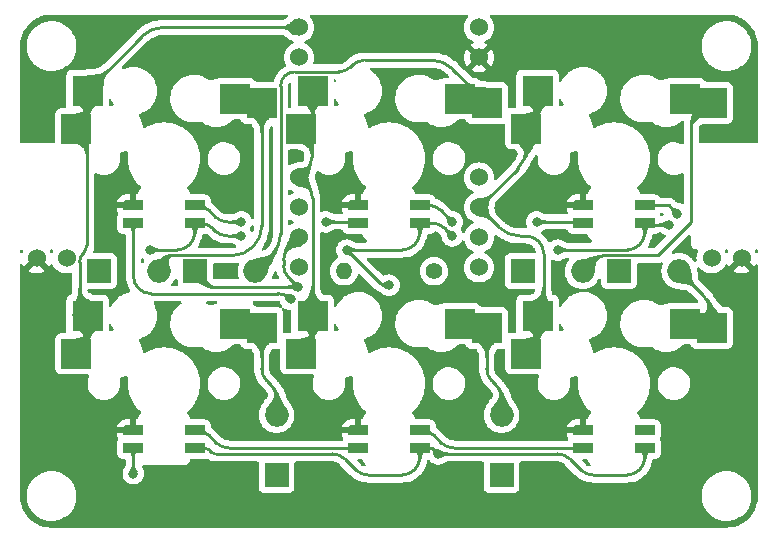
<source format=gbr>
%TF.GenerationSoftware,KiCad,Pcbnew,(6.0.2)*%
%TF.CreationDate,2022-08-22T21:21:29-07:00*%
%TF.ProjectId,minipad,6d696e69-7061-4642-9e6b-696361645f70,rev?*%
%TF.SameCoordinates,Original*%
%TF.FileFunction,Copper,L2,Bot*%
%TF.FilePolarity,Positive*%
%FSLAX46Y46*%
G04 Gerber Fmt 4.6, Leading zero omitted, Abs format (unit mm)*
G04 Created by KiCad (PCBNEW (6.0.2)) date 2022-08-22 21:21:29*
%MOMM*%
%LPD*%
G01*
G04 APERTURE LIST*
G04 Aperture macros list*
%AMOutline5P*
0 Free polygon, 5 corners , with rotation*
0 The origin of the aperture is its center*
0 number of corners: always 5*
0 $1 to $10 corner X, Y*
0 $11 Rotation angle, in degrees counterclockwise*
0 create outline with 5 corners*
4,1,5,$1,$2,$3,$4,$5,$6,$7,$8,$9,$10,$1,$2,$11*%
%AMOutline6P*
0 Free polygon, 6 corners , with rotation*
0 The origin of the aperture is its center*
0 number of corners: always 6*
0 $1 to $12 corner X, Y*
0 $13 Rotation angle, in degrees counterclockwise*
0 create outline with 6 corners*
4,1,6,$1,$2,$3,$4,$5,$6,$7,$8,$9,$10,$11,$12,$1,$2,$13*%
%AMOutline7P*
0 Free polygon, 7 corners , with rotation*
0 The origin of the aperture is its center*
0 number of corners: always 7*
0 $1 to $14 corner X, Y*
0 $15 Rotation angle, in degrees counterclockwise*
0 create outline with 7 corners*
4,1,7,$1,$2,$3,$4,$5,$6,$7,$8,$9,$10,$11,$12,$13,$14,$1,$2,$15*%
%AMOutline8P*
0 Free polygon, 8 corners , with rotation*
0 The origin of the aperture is its center*
0 number of corners: always 8*
0 $1 to $16 corner X, Y*
0 $17 Rotation angle, in degrees counterclockwise*
0 create outline with 8 corners*
4,1,8,$1,$2,$3,$4,$5,$6,$7,$8,$9,$10,$11,$12,$13,$14,$15,$16,$1,$2,$17*%
G04 Aperture macros list end*
%TA.AperFunction,ComponentPad*%
%ADD10O,1.400000X1.400000*%
%TD*%
%TA.AperFunction,ComponentPad*%
%ADD11C,1.400000*%
%TD*%
%TA.AperFunction,ComponentPad*%
%ADD12R,2.000000X2.000000*%
%TD*%
%TA.AperFunction,ComponentPad*%
%ADD13O,2.000000X2.000000*%
%TD*%
%TA.AperFunction,SMDPad,CuDef*%
%ADD14R,2.550000X2.500000*%
%TD*%
%TA.AperFunction,SMDPad,CuDef*%
%ADD15R,2.550000X2.550000*%
%TD*%
%TA.AperFunction,SMDPad,CuDef*%
%ADD16R,1.700000X0.820000*%
%TD*%
%TA.AperFunction,SMDPad,CuDef*%
%ADD17Outline5P,-0.850000X0.246000X-0.686000X0.410000X0.850000X0.410000X0.850000X-0.410000X-0.850000X-0.410000X0.000000*%
%TD*%
%TA.AperFunction,ComponentPad*%
%ADD18C,1.524000*%
%TD*%
%TA.AperFunction,ViaPad*%
%ADD19C,0.800000*%
%TD*%
%TA.AperFunction,Conductor*%
%ADD20C,0.250000*%
%TD*%
G04 APERTURE END LIST*
D10*
%TO.P,R1,2*%
%TO.N,Net-(R1-Pad2)*%
X221218314Y-141089181D03*
D11*
%TO.P,R1,1*%
%TO.N,Net-(R1-Pad1)*%
X228838314Y-141089181D03*
%TD*%
D12*
%TO.P,D6,1,K*%
%TO.N,Net-(D4-Pad1)*%
X244514895Y-141089181D03*
D13*
%TO.P,D6,2,A*%
%TO.N,Net-(D6-Pad2)*%
X249594895Y-141089181D03*
%TD*%
D12*
%TO.P,D5,1,K*%
%TO.N,Net-(D4-Pad1)*%
X234553322Y-158353258D03*
D13*
%TO.P,D5,2,A*%
%TO.N,Net-(D5-Pad2)*%
X234553322Y-153273258D03*
%TD*%
%TO.P,D4,2,A*%
%TO.N,Net-(D4-Pad2)*%
X215503306Y-153273258D03*
D12*
%TO.P,D4,1,K*%
%TO.N,Net-(D4-Pad1)*%
X215503306Y-158353258D03*
%TD*%
%TO.P,D3,1,K*%
%TO.N,Net-(D1-Pad1)*%
X236339261Y-141089181D03*
D13*
%TO.P,D3,2,A*%
%TO.N,Net-(D3-Pad2)*%
X241419261Y-141089181D03*
%TD*%
D12*
%TO.P,D2,1,K*%
%TO.N,Net-(D1-Pad1)*%
X208637367Y-141089181D03*
D13*
%TO.P,D2,2,A*%
%TO.N,Net-(D2-Pad2)*%
X213717367Y-141089181D03*
%TD*%
D12*
%TO.P,D1,1,K*%
%TO.N,Net-(D1-Pad1)*%
X200461733Y-141089181D03*
D13*
%TO.P,D1,2,A*%
%TO.N,Net-(D1-Pad2)*%
X205541733Y-141089181D03*
%TD*%
D14*
%TO.P,SW4,1*%
%TO.N,Net-(D4-Pad2)*%
X211993298Y-145534189D03*
D15*
X214253298Y-145914189D03*
%TO.P,SW4,2*%
%TO.N,Net-(SW1-Pad2)*%
X199503298Y-144864189D03*
D14*
X198568298Y-148074189D03*
D16*
%TO.P,SW4,3,VDD*%
%TO.N,Net-(C1-Pad1)*%
X208578298Y-156064189D03*
%TO.P,SW4,4,DIN*%
%TO.N,Net-(SW3-Pad5)*%
X203378298Y-156064189D03*
%TO.P,SW4,5,DOUT*%
%TO.N,Net-(SW4-Pad5)*%
X208578298Y-154564189D03*
D17*
%TO.P,SW4,6,GND*%
%TO.N,GND*%
X203378298Y-154564189D03*
%TD*%
D14*
%TO.P,SW3,1*%
%TO.N,Net-(D3-Pad2)*%
X250093330Y-126484173D03*
D15*
X252353330Y-126864173D03*
%TO.P,SW3,2*%
%TO.N,Net-(SW3-Pad2)*%
X237603330Y-125814173D03*
D14*
X236668330Y-129024173D03*
D16*
%TO.P,SW3,3,VDD*%
%TO.N,Net-(C1-Pad1)*%
X246678330Y-137014173D03*
%TO.P,SW3,4,DIN*%
%TO.N,Net-(SW2-Pad5)*%
X241478330Y-137014173D03*
%TO.P,SW3,5,DOUT*%
%TO.N,Net-(SW3-Pad5)*%
X246678330Y-135514173D03*
D17*
%TO.P,SW3,6,GND*%
%TO.N,GND*%
X241478330Y-135514173D03*
%TD*%
D15*
%TO.P,SW2,1*%
%TO.N,Net-(D2-Pad2)*%
X233303314Y-126864173D03*
D14*
X231043314Y-126484173D03*
%TO.P,SW2,2*%
%TO.N,Net-(SW2-Pad2)*%
X217618314Y-129024173D03*
D15*
X218553314Y-125814173D03*
D16*
%TO.P,SW2,3,VDD*%
%TO.N,Net-(C1-Pad1)*%
X227628314Y-137014173D03*
%TO.P,SW2,4,DIN*%
%TO.N,Net-(SW1-Pad5)*%
X222428314Y-137014173D03*
%TO.P,SW2,5,DOUT*%
%TO.N,Net-(SW2-Pad5)*%
X227628314Y-135514173D03*
D17*
%TO.P,SW2,6,GND*%
%TO.N,GND*%
X222428314Y-135514173D03*
%TD*%
D14*
%TO.P,SW6,1*%
%TO.N,Net-(D6-Pad2)*%
X250093330Y-145534189D03*
D15*
X252353330Y-145914189D03*
D14*
%TO.P,SW6,2*%
%TO.N,Net-(SW3-Pad2)*%
X236668330Y-148074189D03*
D15*
X237603330Y-144864189D03*
D16*
%TO.P,SW6,3,VDD*%
%TO.N,Net-(C1-Pad1)*%
X246678330Y-156064189D03*
%TO.P,SW6,4,DIN*%
%TO.N,Net-(SW5-Pad5)*%
X241478330Y-156064189D03*
%TO.P,SW6,5,DOUT*%
%TO.N,unconnected-(SW6-Pad5)*%
X246678330Y-154564189D03*
D17*
%TO.P,SW6,6,GND*%
%TO.N,GND*%
X241478330Y-154564189D03*
%TD*%
D18*
%TO.P,C2,1*%
%TO.N,Net-(C1-Pad1)*%
X197723290Y-140015364D03*
%TO.P,C2,2*%
%TO.N,GND*%
X195183290Y-140015364D03*
%TD*%
D15*
%TO.P,SW1,1*%
%TO.N,Net-(D1-Pad2)*%
X214253298Y-126864173D03*
D14*
X211993298Y-126484173D03*
%TO.P,SW1,2*%
%TO.N,Net-(SW1-Pad2)*%
X198568298Y-129024173D03*
D15*
X199503298Y-125814173D03*
D16*
%TO.P,SW1,3,VDD*%
%TO.N,Net-(C1-Pad1)*%
X208578298Y-137014173D03*
%TO.P,SW1,4,DIN*%
%TO.N,Net-(R1-Pad2)*%
X203378298Y-137014173D03*
%TO.P,SW1,5,DOUT*%
%TO.N,Net-(SW1-Pad5)*%
X208578298Y-135514173D03*
D17*
%TO.P,SW1,6,GND*%
%TO.N,GND*%
X203378298Y-135514173D03*
%TD*%
D14*
%TO.P,SW5,1*%
%TO.N,Net-(D5-Pad2)*%
X231043314Y-145534189D03*
D15*
X233303314Y-145914189D03*
%TO.P,SW5,2*%
%TO.N,Net-(SW2-Pad2)*%
X218553314Y-144864189D03*
D14*
X217618314Y-148074189D03*
D16*
%TO.P,SW5,3,VDD*%
%TO.N,Net-(C1-Pad1)*%
X227628314Y-156064189D03*
%TO.P,SW5,4,DIN*%
%TO.N,Net-(SW4-Pad5)*%
X222428314Y-156064189D03*
%TO.P,SW5,5,DOUT*%
%TO.N,Net-(SW5-Pad5)*%
X227628314Y-154564189D03*
D17*
%TO.P,SW5,6,GND*%
%TO.N,GND*%
X222428314Y-154564189D03*
%TD*%
D18*
%TO.P,U1,1,5V*%
%TO.N,Net-(C1-Pad1)*%
X232648314Y-120454165D03*
%TO.P,U1,2,GND*%
%TO.N,GND*%
X232648314Y-122994165D03*
%TO.P,U1,6,GP27*%
%TO.N,unconnected-(U1-Pad6)*%
X232648314Y-133154165D03*
%TO.P,U1,7,GP26*%
%TO.N,Net-(SW3-Pad2)*%
X232648314Y-135694165D03*
%TO.P,U1,8,GP15*%
%TO.N,unconnected-(U1-Pad8)*%
X232648314Y-138234165D03*
%TO.P,U1,9,GP14*%
%TO.N,Net-(R1-Pad1)*%
X232648314Y-140774165D03*
%TO.P,U1,15,GP8*%
%TO.N,Net-(D4-Pad1)*%
X217408314Y-140774165D03*
%TO.P,U1,16,GP7*%
%TO.N,Net-(D1-Pad1)*%
X217408314Y-138234165D03*
%TO.P,U1,17,GP6*%
%TO.N,unconnected-(U1-Pad17)*%
X217408314Y-135694165D03*
%TO.P,U1,18,GP5*%
%TO.N,Net-(SW2-Pad2)*%
X217408314Y-133154165D03*
%TO.P,U1,22,GP1*%
%TO.N,unconnected-(U1-Pad22)*%
X217408314Y-122994165D03*
%TO.P,U1,23,GP0*%
%TO.N,Net-(SW1-Pad2)*%
X217408314Y-120454165D03*
%TD*%
%TO.P,C1,1*%
%TO.N,Net-(C1-Pad1)*%
X252333338Y-140015364D03*
%TO.P,C1,2*%
%TO.N,GND*%
X254873338Y-140015364D03*
%TD*%
D19*
%TO.N,Net-(D1-Pad1)*%
X217289245Y-142413692D03*
%TO.N,GND*%
X248840834Y-155972006D03*
X200620481Y-135136051D03*
X230386131Y-122039165D03*
X200620481Y-157162632D03*
X219670497Y-122039165D03*
X237529887Y-135136051D03*
X211931428Y-153590754D03*
X229195505Y-139303242D03*
X219670497Y-135136051D03*
X212526741Y-135136051D03*
X237529887Y-154186067D03*
%TO.N,Net-(SW1-Pad5)*%
X219670497Y-136921990D03*
X212526741Y-136921990D03*
%TO.N,Net-(SW2-Pad5)*%
X237529887Y-136921990D03*
X230386131Y-136921990D03*
%TO.N,Net-(SW3-Pad5)*%
X203378298Y-158234510D03*
X249436147Y-136226677D03*
%TO.N,Net-(C1-Pad1)*%
X212526741Y-138112616D03*
X225028314Y-142279807D03*
X230386131Y-138112616D03*
X221456436Y-139303242D03*
X239315826Y-139303242D03*
X229195505Y-156567319D03*
X204787672Y-139303242D03*
X248711647Y-137160000D03*
%TO.N,Net-(R1-Pad2)*%
X216690821Y-143469801D03*
%TD*%
D20*
%TO.N,Net-(SW3-Pad5)*%
X249436147Y-136226677D02*
X248723643Y-135514173D01*
X248723643Y-135514173D02*
X246678330Y-135514173D01*
%TO.N,Net-(D1-Pad1)*%
X217408314Y-138234165D02*
X216537959Y-139104520D01*
X209961878Y-142413692D02*
X217289245Y-142413692D01*
X216098619Y-140165180D02*
X216098619Y-140601746D01*
X209961878Y-142413692D02*
X208637367Y-141089181D01*
X216537959Y-141662406D02*
X217289245Y-142413692D01*
X216098620Y-140601746D02*
G75*
G03*
X216537960Y-141662405I1500001J1D01*
G01*
X216098620Y-140165180D02*
G75*
G02*
X216537960Y-139104521I1500001J-1D01*
G01*
%TO.N,Net-(D1-Pad2)*%
X214253298Y-126864173D02*
X214253298Y-137264670D01*
X211753298Y-139764670D02*
X206541733Y-139764670D01*
X205541733Y-140764670D02*
G75*
G02*
X206541733Y-139764670I999999J1D01*
G01*
X211753298Y-139764670D02*
G75*
G03*
X214253298Y-137264670I0J2500000D01*
G01*
%TO.N,Net-(D2-Pad2)*%
X233303314Y-126864173D02*
X230401165Y-123962024D01*
X228633398Y-123229791D02*
X222983042Y-123229791D01*
X215852809Y-125410494D02*
X215852809Y-137918205D01*
X215120576Y-139685972D02*
X213717367Y-141089181D01*
X221922382Y-123669131D02*
X221816191Y-123775322D01*
X220755531Y-124214662D02*
X217048641Y-124214662D01*
X221922382Y-123669131D02*
G75*
G02*
X222983042Y-123229791I1060661J-1060662D01*
G01*
X215852809Y-125410494D02*
G75*
G02*
X217048641Y-124214662I1195832J0D01*
G01*
X228633398Y-123229792D02*
G75*
G02*
X230401165Y-123962024I2J-2499996D01*
G01*
X215852808Y-137918205D02*
G75*
G02*
X215120576Y-139685972I-2499996J-2D01*
G01*
X220755531Y-124214661D02*
G75*
G03*
X221816190Y-123775321I-1J1500001D01*
G01*
%TO.N,Net-(D3-Pad2)*%
X241419261Y-141089181D02*
X242304432Y-140204010D01*
X250626773Y-136921990D02*
X250626773Y-128590730D01*
X247784093Y-139764670D02*
X250626773Y-136921990D01*
X250626773Y-128590730D02*
X252353330Y-126864173D01*
X243365092Y-139764670D02*
X247784093Y-139764670D01*
X243365092Y-139764671D02*
G75*
G03*
X242304433Y-140204011I1J-1500001D01*
G01*
%TO.N,Net-(D4-Pad2)*%
X214692638Y-150398834D02*
X215063966Y-150770162D01*
X215503306Y-151830822D02*
X215503306Y-153273258D01*
X214253298Y-145914189D02*
X214253298Y-149338174D01*
X215503305Y-151830822D02*
G75*
G03*
X215063965Y-150770163I-1500001J-1D01*
G01*
X214692638Y-150398834D02*
G75*
G02*
X214253298Y-149338174I1060662J1060661D01*
G01*
%TO.N,Net-(D5-Pad2)*%
X234553322Y-151830822D02*
X234553322Y-153273258D01*
X233742654Y-150398834D02*
X234113982Y-150770162D01*
X233303314Y-145914189D02*
X233303314Y-149338174D01*
X233742654Y-150398834D02*
G75*
G02*
X233303314Y-149338174I1060662J1060661D01*
G01*
X234553321Y-151830822D02*
G75*
G03*
X234113981Y-150770163I-1500001J-1D01*
G01*
%TO.N,Net-(D6-Pad2)*%
X251621097Y-143115383D02*
X249594895Y-141089181D01*
X252353329Y-144883150D02*
G75*
G03*
X251621097Y-143115383I-2499996J2D01*
G01*
%TO.N,Net-(SW1-Pad2)*%
X199136962Y-139596135D02*
X199127435Y-139605662D01*
X199503298Y-144864189D02*
X199503298Y-148074189D01*
X205898840Y-120454165D02*
X217408314Y-120454165D01*
X199503298Y-125814173D02*
X204131073Y-121186398D01*
X198834542Y-140312769D02*
X198834542Y-144195433D01*
X199429855Y-129024173D02*
X199429855Y-138889028D01*
X199503298Y-125814173D02*
X199503298Y-129024173D01*
X198834543Y-140312769D02*
G75*
G02*
X199127436Y-139605663I999993J3D01*
G01*
X199429854Y-138889028D02*
G75*
G02*
X199136961Y-139596134I-999993J-3D01*
G01*
X205898840Y-120454166D02*
G75*
G03*
X204131073Y-121186398I-2J-2499996D01*
G01*
%TO.N,Net-(SW1-Pad5)*%
X209772325Y-135953529D02*
X210301446Y-136482650D01*
X219670497Y-136921990D02*
X222336131Y-136921990D01*
X211362106Y-136921990D02*
X212526741Y-136921990D01*
X210301446Y-136482650D02*
G75*
G03*
X211362106Y-136921990I1060661J1060662D01*
G01*
X209772325Y-135953529D02*
G75*
G03*
X208711665Y-135514189I-1060661J-1060662D01*
G01*
%TO.N,Net-(SW2-Pad2)*%
X218113974Y-133859825D02*
X217408314Y-133154165D01*
X218479871Y-131461288D02*
X218479871Y-129885730D01*
X217408314Y-133154165D02*
X218040531Y-132521948D01*
X218553314Y-144864189D02*
X218553314Y-147139189D01*
X218553314Y-125814173D02*
X218553314Y-128089173D01*
X218553314Y-144864189D02*
X218553314Y-134920485D01*
X218113974Y-133859825D02*
G75*
G02*
X218553314Y-134920485I-1060662J-1060661D01*
G01*
X218040531Y-132521948D02*
G75*
G03*
X218479871Y-131461288I-1060662J1060661D01*
G01*
%TO.N,Net-(SW2-Pad5)*%
X227628314Y-135514173D02*
X228356994Y-135514173D01*
X237529887Y-136921990D02*
X241386147Y-136921990D01*
X229417654Y-135953513D02*
X230386131Y-136921990D01*
X229417654Y-135953513D02*
G75*
G03*
X228356994Y-135514173I-1060661J-1060662D01*
G01*
%TO.N,Net-(SW3-Pad2)*%
X238125168Y-139612616D02*
X238125168Y-144342319D01*
X237603330Y-125814173D02*
X237603330Y-129024173D01*
X232648314Y-135694165D02*
X235936097Y-132406382D01*
X236102299Y-138112616D02*
X236625168Y-138112616D01*
X232648314Y-135694165D02*
X234334532Y-137380383D01*
X236668330Y-130638615D02*
X236668330Y-129024173D01*
X237603330Y-144864189D02*
X237603330Y-148074189D01*
X238125168Y-139612616D02*
G75*
G03*
X236625168Y-138112616I-1500001J-1D01*
G01*
X236668329Y-130638615D02*
G75*
G02*
X235936097Y-132406382I-2499996J-2D01*
G01*
X234334532Y-137380383D02*
G75*
G03*
X236102299Y-138112616I1767765J1767764D01*
G01*
%TO.N,Net-(SW3-Pad5)*%
X203378298Y-158234510D02*
X203378298Y-156064189D01*
%TO.N,Net-(SW4-Pad5)*%
X209772325Y-155003529D02*
X210393645Y-155624849D01*
X211454305Y-156064189D02*
X222428314Y-156064189D01*
X209772325Y-155003529D02*
G75*
G03*
X208711665Y-154564189I-1060661J-1060662D01*
G01*
X210393645Y-155624849D02*
G75*
G03*
X211454305Y-156064189I1060661J1060662D01*
G01*
%TO.N,Net-(SW5-Pad5)*%
X230504305Y-156064189D02*
X241478314Y-156064189D01*
X228822325Y-155003529D02*
X229443645Y-155624849D01*
X229443645Y-155624849D02*
G75*
G03*
X230504305Y-156064189I1060661J1060662D01*
G01*
X228822325Y-155003529D02*
G75*
G03*
X227761665Y-154564189I-1060661J-1060662D01*
G01*
%TO.N,Net-(C1-Pad1)*%
X228485268Y-156064189D02*
X227628314Y-156064189D01*
X246678330Y-137803242D02*
X246678330Y-137014173D01*
X210352596Y-156567319D02*
X220239803Y-156567319D01*
X248711647Y-137160000D02*
X246824157Y-137160000D01*
X229727028Y-137453513D02*
X230386131Y-138112616D01*
X229049059Y-156420873D02*
X228838822Y-156210636D01*
X227628314Y-156853258D02*
X227628314Y-156064189D01*
X229210239Y-156552585D02*
X229210239Y-156531749D01*
X229195505Y-156567319D02*
X239289803Y-156567319D01*
X208578298Y-156064189D02*
X209435252Y-156064189D01*
X227628314Y-137014173D02*
X228666368Y-137014173D01*
X229195505Y-156567319D02*
X229210239Y-156552585D01*
X211362122Y-138112616D02*
X212526741Y-138112616D01*
X224140108Y-141986914D02*
X221456436Y-139303242D01*
X210081699Y-137453513D02*
X210301462Y-137673276D01*
X239315826Y-139303242D02*
X245268956Y-139303242D01*
X209788806Y-156210636D02*
X209999043Y-156420873D01*
X221300463Y-157006659D02*
X222207722Y-157913918D01*
X246678314Y-156853258D02*
X246678314Y-156064189D01*
X242318382Y-158353258D02*
X245178314Y-158353258D01*
X227628314Y-137803242D02*
X227628314Y-137014173D01*
X221456436Y-139303242D02*
X226128314Y-139303242D01*
X204787672Y-139303242D02*
X207078298Y-139303242D01*
X240350463Y-157006659D02*
X241257722Y-157913918D01*
X223268382Y-158353258D02*
X226128314Y-158353258D01*
X225028314Y-142279807D02*
X224847215Y-142279807D01*
X208578298Y-137803242D02*
X208578298Y-137014173D01*
X228485268Y-156064189D02*
G75*
G02*
X228838822Y-156210636I1J-499997D01*
G01*
X227628314Y-137803242D02*
G75*
G02*
X226128314Y-139303242I-1500001J1D01*
G01*
X229049060Y-156420872D02*
G75*
G03*
X229210239Y-156531748I405371J416695D01*
G01*
X224847215Y-142279806D02*
G75*
G02*
X224140109Y-141986913I-3J999993D01*
G01*
X210301462Y-137673276D02*
G75*
G03*
X211362122Y-138112616I1060661J1060662D01*
G01*
X240350463Y-157006659D02*
G75*
G03*
X239289803Y-156567319I-1060661J-1060662D01*
G01*
X207078298Y-139303242D02*
G75*
G03*
X208578298Y-137803242I-1J1500001D01*
G01*
X242318382Y-158353257D02*
G75*
G02*
X241257723Y-157913917I1J1500001D01*
G01*
X246678330Y-137803242D02*
G75*
G02*
X245178330Y-139303242I-1500001J1D01*
G01*
X210081699Y-137453513D02*
G75*
G03*
X209021039Y-137014173I-1060661J-1060662D01*
G01*
X223268382Y-158353257D02*
G75*
G02*
X222207723Y-157913917I1J1500001D01*
G01*
X246678314Y-156853258D02*
G75*
G02*
X245178314Y-158353258I-1500001J1D01*
G01*
X209788806Y-156210636D02*
G75*
G03*
X209435252Y-156064189I-353553J-353550D01*
G01*
X227628314Y-156853258D02*
G75*
G02*
X226128314Y-158353258I-1500001J1D01*
G01*
X210352596Y-156567318D02*
G75*
G02*
X209999043Y-156420873I0J500001D01*
G01*
X221300463Y-157006659D02*
G75*
G03*
X220239803Y-156567319I-1060661J-1060662D01*
G01*
X228666368Y-137014174D02*
G75*
G02*
X229727027Y-137453514I-1J-1500001D01*
G01*
%TO.N,Net-(R1-Pad2)*%
X204878298Y-142989668D02*
X215589368Y-142989668D01*
X203378298Y-137014173D02*
X203378298Y-141489668D01*
X216690821Y-143469801D02*
X216650028Y-143429008D01*
X203378298Y-141489668D02*
G75*
G03*
X204878298Y-142989668I1500001J1D01*
G01*
X215589368Y-142989669D02*
G75*
G02*
X216650027Y-143429009I-1J-1500001D01*
G01*
%TD*%
%TA.AperFunction,Conductor*%
%TO.N,Net-(D1-Pad1)*%
G36*
X216827282Y-141774377D02*
G01*
X216858057Y-141803006D01*
X216885295Y-141828345D01*
X216885481Y-141828490D01*
X216885488Y-141828496D01*
X216945264Y-141875087D01*
X216945269Y-141875090D01*
X216945507Y-141875276D01*
X216945768Y-141875439D01*
X216945770Y-141875440D01*
X217001135Y-141909931D01*
X217001142Y-141909935D01*
X217001420Y-141910108D01*
X217054795Y-141935469D01*
X217055081Y-141935570D01*
X217055089Y-141935573D01*
X217107176Y-141953907D01*
X217107398Y-141953985D01*
X217160990Y-141968284D01*
X217217330Y-141980991D01*
X217217334Y-141980994D01*
X217217334Y-141980992D01*
X217278042Y-141994704D01*
X217278401Y-141994792D01*
X217345026Y-142012067D01*
X217345607Y-142012233D01*
X217412499Y-142033319D01*
X217419359Y-142039075D01*
X217420679Y-142044249D01*
X217424171Y-142222818D01*
X217424347Y-142231845D01*
X217429033Y-142471595D01*
X217429149Y-142477531D01*
X217430428Y-142542948D01*
X217427163Y-142551287D01*
X217418501Y-142554875D01*
X217346276Y-142553463D01*
X217346275Y-142553463D01*
X216911399Y-142544962D01*
X216887699Y-142469780D01*
X216870291Y-142402641D01*
X216856545Y-142341781D01*
X216843837Y-142285437D01*
X216829538Y-142231845D01*
X216817863Y-142198676D01*
X216811126Y-142179536D01*
X216811123Y-142179528D01*
X216811022Y-142179242D01*
X216785661Y-142125867D01*
X216785488Y-142125589D01*
X216785484Y-142125582D01*
X216750993Y-142070217D01*
X216750992Y-142070215D01*
X216750829Y-142069954D01*
X216726761Y-142039075D01*
X216704049Y-142009935D01*
X216704043Y-142009928D01*
X216703898Y-142009742D01*
X216665330Y-141968284D01*
X216649930Y-141951729D01*
X216646804Y-141943338D01*
X216650223Y-141935487D01*
X216811040Y-141774670D01*
X216819313Y-141771243D01*
X216827282Y-141774377D01*
G37*
%TD.AperFunction*%
%TD*%
%TA.AperFunction,Conductor*%
%TO.N,Net-(SW3-Pad5)*%
G36*
X248974184Y-135587362D02*
G01*
X249004959Y-135615991D01*
X249032197Y-135641330D01*
X249032383Y-135641475D01*
X249032390Y-135641481D01*
X249092166Y-135688072D01*
X249092171Y-135688075D01*
X249092409Y-135688261D01*
X249092670Y-135688424D01*
X249092672Y-135688425D01*
X249148037Y-135722916D01*
X249148044Y-135722920D01*
X249148322Y-135723093D01*
X249201697Y-135748454D01*
X249201983Y-135748555D01*
X249201991Y-135748558D01*
X249254078Y-135766892D01*
X249254300Y-135766970D01*
X249307892Y-135781269D01*
X249364232Y-135793976D01*
X249364236Y-135793979D01*
X249364236Y-135793977D01*
X249424944Y-135807689D01*
X249425303Y-135807777D01*
X249491928Y-135825052D01*
X249492509Y-135825218D01*
X249559401Y-135846304D01*
X249566261Y-135852060D01*
X249567581Y-135857234D01*
X249577330Y-136355933D01*
X249574065Y-136364272D01*
X249565403Y-136367860D01*
X249066704Y-136358111D01*
X249058500Y-136354523D01*
X249055774Y-136349931D01*
X249034688Y-136283039D01*
X249034522Y-136282458D01*
X249017247Y-136215833D01*
X249017159Y-136215474D01*
X249003447Y-136154766D01*
X249003448Y-136154766D01*
X249003446Y-136154762D01*
X248990770Y-136098560D01*
X248990739Y-136098422D01*
X248976440Y-136044830D01*
X248976362Y-136044608D01*
X248958028Y-135992521D01*
X248958025Y-135992513D01*
X248957924Y-135992227D01*
X248932563Y-135938852D01*
X248932390Y-135938574D01*
X248932386Y-135938567D01*
X248897895Y-135883202D01*
X248897894Y-135883200D01*
X248897731Y-135882939D01*
X248873663Y-135852060D01*
X248850951Y-135822920D01*
X248850945Y-135822913D01*
X248850800Y-135822727D01*
X248812232Y-135781269D01*
X248796832Y-135764714D01*
X248793706Y-135756323D01*
X248797125Y-135748472D01*
X248957942Y-135587655D01*
X248966215Y-135584228D01*
X248974184Y-135587362D01*
G37*
%TD.AperFunction*%
%TD*%
%TA.AperFunction,Conductor*%
%TO.N,Net-(SW3-Pad5)*%
G36*
X246864503Y-135149065D02*
G01*
X246928680Y-135182554D01*
X246929202Y-135182845D01*
X246990182Y-135218950D01*
X246990516Y-135219156D01*
X247044415Y-135253557D01*
X247044433Y-135253568D01*
X247094439Y-135285615D01*
X247143566Y-135314529D01*
X247195023Y-135339654D01*
X247195312Y-135339759D01*
X247195317Y-135339761D01*
X247251701Y-135360221D01*
X247252018Y-135360336D01*
X247317762Y-135375920D01*
X247346471Y-135379552D01*
X247395192Y-135385716D01*
X247395196Y-135385716D01*
X247395462Y-135385750D01*
X247395725Y-135385760D01*
X247395729Y-135385760D01*
X247477061Y-135388758D01*
X247485202Y-135392487D01*
X247488330Y-135400450D01*
X247488330Y-135627896D01*
X247484903Y-135636169D01*
X247477061Y-135639588D01*
X247395729Y-135642585D01*
X247395725Y-135642585D01*
X247395462Y-135642595D01*
X247395196Y-135642629D01*
X247395192Y-135642629D01*
X247346471Y-135648793D01*
X247317762Y-135652425D01*
X247252018Y-135668009D01*
X247251701Y-135668124D01*
X247195317Y-135688584D01*
X247195312Y-135688586D01*
X247195023Y-135688691D01*
X247143566Y-135713816D01*
X247094439Y-135742730D01*
X247094353Y-135742785D01*
X247094345Y-135742790D01*
X247044433Y-135774777D01*
X247044415Y-135774788D01*
X246990516Y-135809189D01*
X246990191Y-135809389D01*
X246929202Y-135845500D01*
X246928680Y-135845791D01*
X246880342Y-135871015D01*
X246864502Y-135879281D01*
X246855582Y-135880070D01*
X246850979Y-135877341D01*
X246818179Y-135845798D01*
X246482099Y-135522606D01*
X246478511Y-135514402D01*
X246482099Y-135505740D01*
X246850980Y-135151005D01*
X246859318Y-135147740D01*
X246864503Y-135149065D01*
G37*
%TD.AperFunction*%
%TD*%
%TA.AperFunction,Conductor*%
%TO.N,Net-(D1-Pad1)*%
G36*
X217673533Y-137968446D02*
G01*
X217677454Y-137976496D01*
X217677473Y-137977433D01*
X217658549Y-138945450D01*
X217654961Y-138953654D01*
X217650230Y-138956422D01*
X217611685Y-138968049D01*
X217462868Y-139012939D01*
X217462141Y-139013133D01*
X217278197Y-139055761D01*
X217277897Y-139055825D01*
X217196962Y-139072042D01*
X217105577Y-139090352D01*
X217105543Y-139090359D01*
X217105529Y-139090362D01*
X216945481Y-139124907D01*
X216873547Y-139145785D01*
X216798800Y-139167478D01*
X216798794Y-139167480D01*
X216798419Y-139167589D01*
X216664867Y-139226568D01*
X216664410Y-139226887D01*
X216583960Y-139283047D01*
X216545346Y-139310002D01*
X216544905Y-139310489D01*
X216544901Y-139310493D01*
X216440793Y-139425591D01*
X216440377Y-139426051D01*
X216350482Y-139582874D01*
X216350310Y-139583351D01*
X216279891Y-139778360D01*
X216273857Y-139784977D01*
X216265682Y-139785639D01*
X216047187Y-139723426D01*
X216040169Y-139717864D01*
X216039194Y-139708778D01*
X216107966Y-139481954D01*
X216108102Y-139481535D01*
X216176480Y-139283254D01*
X216176639Y-139282822D01*
X216241947Y-139115120D01*
X216242102Y-139114740D01*
X216305136Y-138968293D01*
X216305245Y-138968049D01*
X216366703Y-138833787D01*
X216366719Y-138833751D01*
X216427370Y-138702434D01*
X216427373Y-138702427D01*
X216487801Y-138565207D01*
X216487850Y-138565096D01*
X216487881Y-138565019D01*
X216487891Y-138564995D01*
X216548834Y-138412696D01*
X216548839Y-138412681D01*
X216548876Y-138412590D01*
X216611168Y-138235770D01*
X216673071Y-138033256D01*
X216678767Y-138026346D01*
X216683552Y-138024997D01*
X217665067Y-137965525D01*
X217673533Y-137968446D01*
G37*
%TD.AperFunction*%
%TD*%
%TA.AperFunction,Conductor*%
%TO.N,Net-(D1-Pad1)*%
G36*
X217480476Y-142405259D02*
G01*
X217484064Y-142413463D01*
X217480476Y-142422125D01*
X217430795Y-142469900D01*
X217430795Y-142469901D01*
X217120948Y-142767866D01*
X217112610Y-142771131D01*
X217107436Y-142769811D01*
X217045239Y-142737428D01*
X217044710Y-142737135D01*
X217035984Y-142732003D01*
X216985306Y-142702195D01*
X216985030Y-142702025D01*
X216932435Y-142668810D01*
X216932433Y-142668807D01*
X216932432Y-142668808D01*
X216883682Y-142638002D01*
X216883672Y-142637996D01*
X216883604Y-142637953D01*
X216835597Y-142610168D01*
X216835395Y-142610071D01*
X216835389Y-142610068D01*
X216785584Y-142586198D01*
X216785309Y-142586066D01*
X216729634Y-142566256D01*
X216703802Y-142560255D01*
X216665769Y-142551420D01*
X216665766Y-142551420D01*
X216665467Y-142551350D01*
X216665158Y-142551312D01*
X216665154Y-142551311D01*
X216621131Y-142545854D01*
X216589706Y-142541958D01*
X216534115Y-142539951D01*
X216510523Y-142539099D01*
X216502379Y-142535376D01*
X216499245Y-142527407D01*
X216499245Y-142299977D01*
X216502672Y-142291704D01*
X216510523Y-142288285D01*
X216543457Y-142287095D01*
X216589706Y-142285425D01*
X216621131Y-142281529D01*
X216665154Y-142276072D01*
X216665158Y-142276071D01*
X216665467Y-142276033D01*
X216665766Y-142275963D01*
X216665769Y-142275963D01*
X216729315Y-142261201D01*
X216729313Y-142261201D01*
X216729634Y-142261127D01*
X216785309Y-142241317D01*
X216794006Y-142237149D01*
X216823908Y-142222818D01*
X216823909Y-142222817D01*
X216835597Y-142217215D01*
X216883604Y-142189430D01*
X216932432Y-142158575D01*
X216985186Y-142125259D01*
X217044970Y-142090095D01*
X217114890Y-142053692D01*
X217480476Y-142405259D01*
G37*
%TD.AperFunction*%
%TD*%
%TA.AperFunction,Conductor*%
%TO.N,Net-(D1-Pad1)*%
G36*
X209572935Y-140760829D02*
G01*
X209581139Y-140764417D01*
X209584086Y-140769809D01*
X209631069Y-140966489D01*
X209631356Y-140968324D01*
X209647210Y-141177869D01*
X209647240Y-141179017D01*
X209642504Y-141387687D01*
X209642483Y-141388166D01*
X209629640Y-141589625D01*
X209621291Y-141777343D01*
X209630067Y-141944862D01*
X209668584Y-142085969D01*
X209749458Y-142194451D01*
X209885303Y-142264096D01*
X209886335Y-142264221D01*
X209886336Y-142264221D01*
X209961110Y-142273261D01*
X210078440Y-142287447D01*
X210086242Y-142291842D01*
X210088736Y-142299062D01*
X210088736Y-142526260D01*
X210085309Y-142534533D01*
X210076327Y-142537938D01*
X209882452Y-142526153D01*
X209880882Y-142525950D01*
X209711471Y-142492103D01*
X209709894Y-142491670D01*
X209568052Y-142441830D01*
X209566763Y-142441289D01*
X209443825Y-142380647D01*
X209443088Y-142380249D01*
X209382102Y-142344331D01*
X209330572Y-142313982D01*
X209330469Y-142313921D01*
X209220266Y-142247486D01*
X209220137Y-142247408D01*
X209120709Y-142195063D01*
X209104311Y-142186430D01*
X209104307Y-142186428D01*
X209104016Y-142186275D01*
X209067922Y-142172324D01*
X208974166Y-142136086D01*
X208974160Y-142136084D01*
X208973761Y-142135930D01*
X208973343Y-142135837D01*
X208973338Y-142135835D01*
X208821431Y-142101863D01*
X208821429Y-142101863D01*
X208821001Y-142101767D01*
X208820565Y-142101737D01*
X208820564Y-142101737D01*
X208645761Y-142089756D01*
X208637741Y-142085771D01*
X208635241Y-142081040D01*
X208287721Y-140750585D01*
X208288946Y-140741714D01*
X208296084Y-140736308D01*
X208299269Y-140735930D01*
X209572935Y-140760829D01*
G37*
%TD.AperFunction*%
%TD*%
%TA.AperFunction,Conductor*%
%TO.N,Net-(D4-Pad2)*%
G36*
X215287531Y-150835717D02*
G01*
X215449846Y-151056644D01*
X215450330Y-151057356D01*
X215578128Y-151261183D01*
X215578574Y-151261960D01*
X215646053Y-151390497D01*
X215674778Y-151445215D01*
X215675118Y-151445919D01*
X215749620Y-151614710D01*
X215749809Y-151615164D01*
X215812459Y-151775604D01*
X215872977Y-151933444D01*
X215941095Y-152094381D01*
X216026628Y-152264327D01*
X216026746Y-152264521D01*
X216026748Y-152264524D01*
X216123571Y-152423259D01*
X216139389Y-152449192D01*
X216139527Y-152449381D01*
X216284265Y-152648123D01*
X216286365Y-152656828D01*
X216284380Y-152661738D01*
X215511470Y-153761640D01*
X215503909Y-153766439D01*
X215495170Y-153764486D01*
X215493464Y-153763023D01*
X214609270Y-152843571D01*
X214606005Y-152835232D01*
X214607449Y-152829827D01*
X214722518Y-152620374D01*
X214723000Y-152619574D01*
X214852260Y-152423259D01*
X214852523Y-152422876D01*
X214982471Y-152241615D01*
X215086280Y-152094562D01*
X215103208Y-152070582D01*
X215204825Y-151904918D01*
X215277543Y-151739577D01*
X215311587Y-151569516D01*
X215297180Y-151389689D01*
X215296897Y-151388930D01*
X215224771Y-151195663D01*
X215224770Y-151195660D01*
X215224543Y-151195053D01*
X215224187Y-151194510D01*
X215224185Y-151194506D01*
X215089786Y-150989538D01*
X215088115Y-150980740D01*
X215092335Y-150973927D01*
X215270867Y-150833449D01*
X215279488Y-150831026D01*
X215287531Y-150835717D01*
G37*
%TD.AperFunction*%
%TD*%
%TA.AperFunction,Conductor*%
%TO.N,Net-(D1-Pad2)*%
G36*
X214261731Y-126235442D02*
G01*
X215394824Y-127413720D01*
X215398089Y-127422059D01*
X215396637Y-127427479D01*
X215267137Y-127662370D01*
X215266506Y-127663388D01*
X215128291Y-127862711D01*
X215127724Y-127863462D01*
X214988941Y-128032722D01*
X214988630Y-128033085D01*
X214853643Y-128184661D01*
X214853640Y-128184665D01*
X214853606Y-128184704D01*
X214853590Y-128184722D01*
X214777633Y-128272364D01*
X214727015Y-128330769D01*
X214613393Y-128483576D01*
X214517241Y-128655452D01*
X214443029Y-128858766D01*
X214395225Y-129105884D01*
X214395203Y-129106281D01*
X214378915Y-129398125D01*
X214375032Y-129406194D01*
X214367233Y-129409173D01*
X214139363Y-129409173D01*
X214131090Y-129405746D01*
X214127681Y-129398125D01*
X214111392Y-129106281D01*
X214111370Y-129105884D01*
X214063566Y-128858766D01*
X213989354Y-128655452D01*
X213893202Y-128483576D01*
X213779580Y-128330769D01*
X213728962Y-128272364D01*
X213653005Y-128184722D01*
X213652989Y-128184704D01*
X213652955Y-128184665D01*
X213652952Y-128184661D01*
X213517965Y-128033085D01*
X213517654Y-128032722D01*
X213378871Y-127863462D01*
X213378304Y-127862711D01*
X213240089Y-127663388D01*
X213239458Y-127662370D01*
X213109959Y-127427479D01*
X213108966Y-127418579D01*
X213111772Y-127413720D01*
X214244865Y-126235442D01*
X214253069Y-126231854D01*
X214261731Y-126235442D01*
G37*
%TD.AperFunction*%
%TD*%
%TA.AperFunction,Conductor*%
%TO.N,Net-(D1-Pad2)*%
G36*
X206676860Y-139643416D02*
G01*
X206680936Y-139652291D01*
X206680936Y-139879346D01*
X206677509Y-139887619D01*
X206670693Y-139890955D01*
X206542529Y-139907038D01*
X206542527Y-139907039D01*
X206541456Y-139907173D01*
X206540502Y-139907685D01*
X206540503Y-139907685D01*
X206450356Y-139956095D01*
X206450355Y-139956096D01*
X206449109Y-139956765D01*
X206396635Y-140034066D01*
X206376777Y-140134698D01*
X206382276Y-140254281D01*
X206405875Y-140388437D01*
X206405908Y-140388576D01*
X206405910Y-140388585D01*
X206440306Y-140532754D01*
X206440314Y-140532788D01*
X206478300Y-140682804D01*
X206478369Y-140683091D01*
X206512599Y-140834171D01*
X206512746Y-140834936D01*
X206534765Y-140974728D01*
X206532667Y-140983433D01*
X206528403Y-140987030D01*
X205391973Y-141550191D01*
X205383040Y-141550794D01*
X205376296Y-141544903D01*
X205375156Y-141538372D01*
X205438944Y-140983433D01*
X205540640Y-140098686D01*
X205544989Y-140090859D01*
X205551266Y-140088366D01*
X205688330Y-140076642D01*
X205688331Y-140076642D01*
X205688890Y-140076594D01*
X205731491Y-140064546D01*
X205809166Y-140042580D01*
X205809171Y-140042578D01*
X205809691Y-140042431D01*
X205810172Y-140042192D01*
X205810176Y-140042191D01*
X205910890Y-139992264D01*
X205910896Y-139992261D01*
X205911248Y-139992086D01*
X206000677Y-139930953D01*
X206085091Y-139864425D01*
X206171206Y-139798203D01*
X206172028Y-139797626D01*
X206266614Y-139737222D01*
X206268114Y-139736412D01*
X206378447Y-139686841D01*
X206380382Y-139686168D01*
X206416372Y-139677094D01*
X206513910Y-139652501D01*
X206515879Y-139652181D01*
X206605902Y-139645357D01*
X206668352Y-139640624D01*
X206676860Y-139643416D01*
G37*
%TD.AperFunction*%
%TD*%
%TA.AperFunction,Conductor*%
%TO.N,Net-(D2-Pad2)*%
G36*
X231600365Y-124983575D02*
G01*
X231818544Y-125178686D01*
X231818874Y-125178909D01*
X232026697Y-125319361D01*
X232026702Y-125319364D01*
X232027084Y-125319622D01*
X232085770Y-125346922D01*
X232222895Y-125410712D01*
X232222901Y-125410714D01*
X232223324Y-125410911D01*
X232223774Y-125411038D01*
X232223779Y-125411040D01*
X232331986Y-125441611D01*
X232412849Y-125464457D01*
X232413235Y-125464514D01*
X232413236Y-125464514D01*
X232601002Y-125492129D01*
X232601010Y-125492130D01*
X232601242Y-125492164D01*
X232794091Y-125505938D01*
X232794154Y-125505942D01*
X232996733Y-125517668D01*
X232997209Y-125517705D01*
X233094837Y-125527364D01*
X233215028Y-125539256D01*
X233215946Y-125539384D01*
X233336966Y-125561294D01*
X233454630Y-125582596D01*
X233455797Y-125582870D01*
X233713458Y-125657393D01*
X233720453Y-125662983D01*
X233721905Y-125668403D01*
X233753856Y-127302788D01*
X233750591Y-127311127D01*
X233741929Y-127314715D01*
X232107544Y-127282764D01*
X232099340Y-127279176D01*
X232096534Y-127274317D01*
X232022011Y-127016656D01*
X232021737Y-127015489D01*
X231978526Y-126776812D01*
X231978396Y-126775880D01*
X231956846Y-126558068D01*
X231956809Y-126557592D01*
X231945083Y-126355013D01*
X231945079Y-126354950D01*
X231931305Y-126162101D01*
X231903598Y-125973708D01*
X231850052Y-125784183D01*
X231849855Y-125783760D01*
X231849853Y-125783754D01*
X231758960Y-125588367D01*
X231758763Y-125587943D01*
X231758505Y-125587561D01*
X231758502Y-125587556D01*
X231618050Y-125379733D01*
X231617827Y-125379403D01*
X231422716Y-125161224D01*
X231419755Y-125152773D01*
X231423164Y-125145152D01*
X231584293Y-124984023D01*
X231592566Y-124980596D01*
X231600365Y-124983575D01*
G37*
%TD.AperFunction*%
%TD*%
%TA.AperFunction,Conductor*%
%TO.N,Net-(D2-Pad2)*%
G36*
X215563854Y-138815195D02*
G01*
X215578270Y-138821043D01*
X215774294Y-138900566D01*
X215780672Y-138906852D01*
X215780686Y-138915931D01*
X215638978Y-139253957D01*
X215638863Y-139254224D01*
X215508260Y-139545276D01*
X215508141Y-139545533D01*
X215390144Y-139792324D01*
X215390057Y-139792501D01*
X215281592Y-140008632D01*
X215179628Y-140207620D01*
X215081184Y-140402893D01*
X214983229Y-140607977D01*
X214882731Y-140836399D01*
X214776659Y-141101683D01*
X214776642Y-141101731D01*
X214776635Y-141101748D01*
X214664724Y-141409810D01*
X214658678Y-141416416D01*
X214653956Y-141417513D01*
X214270291Y-141425013D01*
X213375979Y-141442496D01*
X213367640Y-141439231D01*
X213364052Y-141430569D01*
X213389027Y-140152999D01*
X213392615Y-140144795D01*
X213397247Y-140142057D01*
X213695043Y-140049333D01*
X213695615Y-140049171D01*
X213854065Y-140008544D01*
X213976677Y-139977106D01*
X213976866Y-139977059D01*
X214235391Y-139916203D01*
X214235400Y-139916201D01*
X214235428Y-139916194D01*
X214400804Y-139873419D01*
X214472872Y-139854778D01*
X214562903Y-139824308D01*
X214690659Y-139781071D01*
X214690666Y-139781068D01*
X214691012Y-139780951D01*
X214691344Y-139780789D01*
X214691348Y-139780787D01*
X214891133Y-139683092D01*
X214891583Y-139682872D01*
X215076356Y-139548691D01*
X215247103Y-139366558D01*
X215405593Y-139124622D01*
X215548877Y-138821042D01*
X215555507Y-138815024D01*
X215563854Y-138815195D01*
G37*
%TD.AperFunction*%
%TD*%
%TA.AperFunction,Conductor*%
%TO.N,Net-(D3-Pad2)*%
G36*
X243169426Y-139655028D02*
G01*
X243174025Y-139663002D01*
X243187787Y-139778365D01*
X243200953Y-139888734D01*
X243198530Y-139897355D01*
X243191762Y-139901565D01*
X242976338Y-139947224D01*
X242808619Y-140027019D01*
X242689089Y-140135424D01*
X242607774Y-140269131D01*
X242554700Y-140424829D01*
X242519894Y-140599209D01*
X242519867Y-140599403D01*
X242493382Y-140788961D01*
X242465231Y-140990489D01*
X242465140Y-140991045D01*
X242425445Y-141200827D01*
X242425202Y-141201854D01*
X242366247Y-141409029D01*
X242360687Y-141416049D01*
X242355223Y-141417525D01*
X241079905Y-141442456D01*
X241071566Y-141439191D01*
X241067978Y-141430987D01*
X241068150Y-141428746D01*
X241107855Y-141201344D01*
X241243369Y-140425199D01*
X241299352Y-140104563D01*
X241304151Y-140097002D01*
X241309186Y-140094998D01*
X241405774Y-140080892D01*
X241532870Y-140062331D01*
X241532883Y-140062329D01*
X241533018Y-140062309D01*
X241533144Y-140062283D01*
X241533156Y-140062281D01*
X241636946Y-140040956D01*
X241728658Y-140022113D01*
X241767682Y-140011722D01*
X241897548Y-139977143D01*
X241897566Y-139977138D01*
X241897689Y-139977105D01*
X241897813Y-139977066D01*
X241897829Y-139977061D01*
X242049972Y-139928791D01*
X242049991Y-139928785D01*
X242050072Y-139928759D01*
X242195769Y-139878550D01*
X242195773Y-139878561D01*
X242195817Y-139878534D01*
X242288079Y-139847195D01*
X242344564Y-139828009D01*
X242344911Y-139827897D01*
X242506670Y-139778517D01*
X242507213Y-139778365D01*
X242542370Y-139769460D01*
X242692063Y-139731544D01*
X242692645Y-139731413D01*
X242910629Y-139688596D01*
X242911228Y-139688495D01*
X243160751Y-139652807D01*
X243169426Y-139655028D01*
G37*
%TD.AperFunction*%
%TD*%
%TA.AperFunction,Conductor*%
%TO.N,Net-(D3-Pad2)*%
G36*
X252798024Y-126418525D02*
G01*
X252803430Y-126425663D01*
X252803808Y-126428849D01*
X252771930Y-128059483D01*
X252768342Y-128067687D01*
X252762917Y-128070642D01*
X252500038Y-128132617D01*
X252498148Y-128132901D01*
X252220791Y-128151596D01*
X252219597Y-128151615D01*
X251943509Y-128141957D01*
X251943018Y-128141929D01*
X251676559Y-128120770D01*
X251428289Y-128105092D01*
X251206698Y-128111910D01*
X251206094Y-128112060D01*
X251206093Y-128112060D01*
X251046710Y-128151596D01*
X251020018Y-128158217D01*
X251019115Y-128158864D01*
X250877599Y-128260205D01*
X250877598Y-128260206D01*
X250876481Y-128261006D01*
X250784322Y-128437272D01*
X250753028Y-128693726D01*
X250748624Y-128701523D01*
X250741414Y-128704009D01*
X250514214Y-128704009D01*
X250505941Y-128700582D01*
X250502536Y-128691591D01*
X250517866Y-128442187D01*
X250518076Y-128440585D01*
X250554156Y-128262225D01*
X250561569Y-128225579D01*
X250562014Y-128223977D01*
X250626071Y-128044138D01*
X250626630Y-128042828D01*
X250704526Y-127887173D01*
X250704946Y-127886407D01*
X250790018Y-127744065D01*
X250790079Y-127743964D01*
X250875299Y-127604576D01*
X250875381Y-127604442D01*
X250953793Y-127457378D01*
X251018368Y-127292114D01*
X251062186Y-127097946D01*
X251077751Y-126872562D01*
X251081739Y-126864545D01*
X251086466Y-126862048D01*
X252789153Y-126417300D01*
X252798024Y-126418525D01*
G37*
%TD.AperFunction*%
%TD*%
%TA.AperFunction,Conductor*%
%TO.N,Net-(D4-Pad2)*%
G36*
X214261731Y-145285458D02*
G01*
X215394824Y-146463736D01*
X215398089Y-146472075D01*
X215396637Y-146477495D01*
X215267137Y-146712386D01*
X215266506Y-146713404D01*
X215128291Y-146912727D01*
X215127724Y-146913478D01*
X214988941Y-147082738D01*
X214988630Y-147083101D01*
X214853643Y-147234677D01*
X214853640Y-147234681D01*
X214853606Y-147234720D01*
X214853590Y-147234738D01*
X214777633Y-147322380D01*
X214727015Y-147380785D01*
X214613393Y-147533592D01*
X214517241Y-147705468D01*
X214443029Y-147908782D01*
X214395225Y-148155900D01*
X214395203Y-148156297D01*
X214378915Y-148448141D01*
X214375032Y-148456210D01*
X214367233Y-148459189D01*
X214139363Y-148459189D01*
X214131090Y-148455762D01*
X214127681Y-148448141D01*
X214111392Y-148156297D01*
X214111370Y-148155900D01*
X214063566Y-147908782D01*
X213989354Y-147705468D01*
X213893202Y-147533592D01*
X213779580Y-147380785D01*
X213728962Y-147322380D01*
X213653005Y-147234738D01*
X213652989Y-147234720D01*
X213652955Y-147234681D01*
X213652952Y-147234677D01*
X213517965Y-147083101D01*
X213517654Y-147082738D01*
X213378871Y-146913478D01*
X213378304Y-146912727D01*
X213240089Y-146713404D01*
X213239458Y-146712386D01*
X213109959Y-146477495D01*
X213108966Y-146468595D01*
X213111772Y-146463736D01*
X214244865Y-145285458D01*
X214253069Y-145281870D01*
X214261731Y-145285458D01*
G37*
%TD.AperFunction*%
%TD*%
%TA.AperFunction,Conductor*%
%TO.N,Net-(D5-Pad2)*%
G36*
X234337547Y-150835717D02*
G01*
X234499862Y-151056644D01*
X234500346Y-151057356D01*
X234628144Y-151261183D01*
X234628590Y-151261960D01*
X234696069Y-151390497D01*
X234724794Y-151445215D01*
X234725134Y-151445919D01*
X234799636Y-151614710D01*
X234799825Y-151615164D01*
X234862475Y-151775604D01*
X234922993Y-151933444D01*
X234991111Y-152094381D01*
X235076644Y-152264327D01*
X235076762Y-152264521D01*
X235076764Y-152264524D01*
X235173587Y-152423259D01*
X235189405Y-152449192D01*
X235189543Y-152449381D01*
X235334281Y-152648123D01*
X235336381Y-152656828D01*
X235334396Y-152661738D01*
X234561486Y-153761640D01*
X234553925Y-153766439D01*
X234545186Y-153764486D01*
X234543480Y-153763023D01*
X233659286Y-152843571D01*
X233656021Y-152835232D01*
X233657465Y-152829827D01*
X233772534Y-152620374D01*
X233773016Y-152619574D01*
X233902276Y-152423259D01*
X233902539Y-152422876D01*
X234032487Y-152241615D01*
X234136296Y-152094562D01*
X234153224Y-152070582D01*
X234254841Y-151904918D01*
X234327559Y-151739577D01*
X234361603Y-151569516D01*
X234347196Y-151389689D01*
X234346913Y-151388930D01*
X234274787Y-151195663D01*
X234274786Y-151195660D01*
X234274559Y-151195053D01*
X234274203Y-151194510D01*
X234274201Y-151194506D01*
X234139802Y-150989538D01*
X234138131Y-150980740D01*
X234142351Y-150973927D01*
X234320883Y-150833449D01*
X234329504Y-150831026D01*
X234337547Y-150835717D01*
G37*
%TD.AperFunction*%
%TD*%
%TA.AperFunction,Conductor*%
%TO.N,Net-(D5-Pad2)*%
G36*
X233311747Y-145285458D02*
G01*
X234444840Y-146463736D01*
X234448105Y-146472075D01*
X234446653Y-146477495D01*
X234317153Y-146712386D01*
X234316522Y-146713404D01*
X234178307Y-146912727D01*
X234177740Y-146913478D01*
X234038957Y-147082738D01*
X234038646Y-147083101D01*
X233903659Y-147234677D01*
X233903656Y-147234681D01*
X233903622Y-147234720D01*
X233903606Y-147234738D01*
X233827649Y-147322380D01*
X233777031Y-147380785D01*
X233663409Y-147533592D01*
X233567257Y-147705468D01*
X233493045Y-147908782D01*
X233445241Y-148155900D01*
X233445219Y-148156297D01*
X233428931Y-148448141D01*
X233425048Y-148456210D01*
X233417249Y-148459189D01*
X233189379Y-148459189D01*
X233181106Y-148455762D01*
X233177697Y-148448141D01*
X233161408Y-148156297D01*
X233161386Y-148155900D01*
X233113582Y-147908782D01*
X233039370Y-147705468D01*
X232943218Y-147533592D01*
X232829596Y-147380785D01*
X232778978Y-147322380D01*
X232703021Y-147234738D01*
X232703005Y-147234720D01*
X232702971Y-147234681D01*
X232702968Y-147234677D01*
X232567981Y-147083101D01*
X232567670Y-147082738D01*
X232428887Y-146913478D01*
X232428320Y-146912727D01*
X232290105Y-146713404D01*
X232289474Y-146712386D01*
X232159975Y-146477495D01*
X232158982Y-146468595D01*
X232161788Y-146463736D01*
X233294881Y-145285458D01*
X233303085Y-145281870D01*
X233311747Y-145285458D01*
G37*
%TD.AperFunction*%
%TD*%
%TA.AperFunction,Conductor*%
%TO.N,Net-(D6-Pad2)*%
G36*
X250436432Y-140758991D02*
G01*
X250530918Y-140760838D01*
X250539122Y-140764426D01*
X250541920Y-140769256D01*
X250599530Y-140966529D01*
X250599795Y-140967631D01*
X250634699Y-141151883D01*
X250634830Y-141152753D01*
X250653745Y-141320863D01*
X250653785Y-141321282D01*
X250665636Y-141477736D01*
X250679368Y-141626654D01*
X250703948Y-141772198D01*
X250748359Y-141918732D01*
X250821587Y-142070623D01*
X250932614Y-142232235D01*
X250932868Y-142232518D01*
X250932869Y-142232519D01*
X251083015Y-142399684D01*
X251085994Y-142408129D01*
X251082584Y-142415775D01*
X250921489Y-142576870D01*
X250913216Y-142580297D01*
X250905398Y-142577301D01*
X250738233Y-142427155D01*
X250738232Y-142427154D01*
X250737949Y-142426900D01*
X250576337Y-142315873D01*
X250424446Y-142242645D01*
X250375872Y-142227923D01*
X250278260Y-142198339D01*
X250278253Y-142198337D01*
X250277912Y-142198234D01*
X250207301Y-142186309D01*
X250132583Y-142173690D01*
X250132575Y-142173689D01*
X250132368Y-142173654D01*
X250132154Y-142173634D01*
X250132152Y-142173634D01*
X250039144Y-142165058D01*
X249983450Y-142159922D01*
X249826996Y-142148071D01*
X249826581Y-142148031D01*
X249804199Y-142145513D01*
X249658467Y-142129116D01*
X249657597Y-142128985D01*
X249473345Y-142094081D01*
X249472243Y-142093816D01*
X249274970Y-142036206D01*
X249267989Y-142030597D01*
X249266552Y-142025204D01*
X249241580Y-140747793D01*
X249244845Y-140739454D01*
X249253507Y-140735866D01*
X250436432Y-140758991D01*
G37*
%TD.AperFunction*%
%TD*%
%TA.AperFunction,Conductor*%
%TO.N,Net-(D6-Pad2)*%
G36*
X252005638Y-143380198D02*
G01*
X252182142Y-143625948D01*
X252340716Y-143837805D01*
X252480222Y-144016403D01*
X252606285Y-144171791D01*
X252606312Y-144171824D01*
X252606323Y-144171837D01*
X252724532Y-144314022D01*
X252840546Y-144453096D01*
X252840618Y-144453183D01*
X252960008Y-144599125D01*
X252960140Y-144599289D01*
X253088571Y-144762195D01*
X253088727Y-144762398D01*
X253231788Y-144952264D01*
X253231925Y-144952448D01*
X253304443Y-145053187D01*
X253390474Y-145172696D01*
X253392526Y-145181413D01*
X253390400Y-145186469D01*
X252393700Y-146540239D01*
X252386035Y-146544869D01*
X252377341Y-146542724D01*
X252376270Y-146541832D01*
X251185345Y-145423757D01*
X251181659Y-145415596D01*
X251182921Y-145409929D01*
X251295559Y-145188134D01*
X251296246Y-145186957D01*
X251430990Y-144984173D01*
X251431483Y-144983487D01*
X251506927Y-144886015D01*
X251573425Y-144800102D01*
X251573520Y-144799982D01*
X251711124Y-144629520D01*
X251832623Y-144465677D01*
X251926452Y-144301883D01*
X251981083Y-144131518D01*
X251984992Y-143947964D01*
X251953374Y-143837748D01*
X251926849Y-143745288D01*
X251926848Y-143745287D01*
X251926652Y-143744602D01*
X251799854Y-143524061D01*
X251798701Y-143515181D01*
X251803256Y-143508667D01*
X251989395Y-143377460D01*
X251998131Y-143375494D01*
X252005638Y-143380198D01*
G37*
%TD.AperFunction*%
%TD*%
%TA.AperFunction,Conductor*%
%TO.N,Net-(SW1-Pad2)*%
G36*
X199633618Y-146281137D02*
G01*
X199648058Y-146522415D01*
X199669338Y-146728571D01*
X199690055Y-146874153D01*
X199690055Y-146874154D01*
X199695178Y-146910151D01*
X199695185Y-146910195D01*
X199695189Y-146910219D01*
X199723298Y-147077702D01*
X199751398Y-147241654D01*
X199751435Y-147241883D01*
X199777226Y-147412705D01*
X199777283Y-147413141D01*
X199798508Y-147601390D01*
X199798556Y-147601924D01*
X199812961Y-147818310D01*
X199812984Y-147818844D01*
X199818102Y-148064782D01*
X199814848Y-148073124D01*
X199809153Y-148076398D01*
X198996828Y-148272652D01*
X198116576Y-148485317D01*
X198107730Y-148483929D01*
X198102456Y-148476692D01*
X198102165Y-148473021D01*
X198228266Y-146879446D01*
X198232335Y-146871469D01*
X198236986Y-146869045D01*
X198411260Y-146823743D01*
X198411506Y-146823682D01*
X198585926Y-146782343D01*
X198749905Y-146741407D01*
X198755718Y-146739628D01*
X198900372Y-146695362D01*
X198900379Y-146695360D01*
X198900655Y-146695275D01*
X198967850Y-146666895D01*
X199035076Y-146638503D01*
X199035080Y-146638501D01*
X199035513Y-146638318D01*
X199151819Y-146564910D01*
X199175430Y-146541201D01*
X199246912Y-146469420D01*
X199318130Y-146346223D01*
X199362812Y-146189688D01*
X199378298Y-145994189D01*
X199628298Y-145994189D01*
X199633618Y-146281137D01*
G37*
%TD.AperFunction*%
%TD*%
%TA.AperFunction,Conductor*%
%TO.N,Net-(SW1-Pad2)*%
G36*
X199986463Y-144729121D02*
G01*
X200644824Y-145413736D01*
X200648089Y-145422075D01*
X200646637Y-145427495D01*
X200517137Y-145662386D01*
X200516506Y-145663404D01*
X200378291Y-145862727D01*
X200377724Y-145863478D01*
X200238941Y-146032738D01*
X200238630Y-146033101D01*
X200103643Y-146184677D01*
X200103640Y-146184681D01*
X200103606Y-146184720D01*
X200103590Y-146184738D01*
X200027633Y-146272380D01*
X199977015Y-146330785D01*
X199863393Y-146483592D01*
X199767241Y-146655468D01*
X199693029Y-146858782D01*
X199692942Y-146859234D01*
X199692941Y-146859236D01*
X199690240Y-146873199D01*
X199645225Y-147105900D01*
X199628298Y-147409189D01*
X199378298Y-147409189D01*
X199361370Y-147105900D01*
X199313566Y-146858782D01*
X199239354Y-146655468D01*
X199143202Y-146483592D01*
X199029580Y-146330785D01*
X198978962Y-146272380D01*
X198903005Y-146184738D01*
X198902989Y-146184720D01*
X198902955Y-146184681D01*
X198902952Y-146184677D01*
X198767965Y-146033101D01*
X198767654Y-146032738D01*
X198628871Y-145863478D01*
X198628304Y-145862727D01*
X198490089Y-145663404D01*
X198489458Y-145662386D01*
X198359959Y-145427495D01*
X198358966Y-145418595D01*
X198361772Y-145413736D01*
X198726369Y-145034600D01*
X198726369Y-145034599D01*
X199503298Y-144226689D01*
X199986463Y-144729121D01*
G37*
%TD.AperFunction*%
%TD*%
%TA.AperFunction,Conductor*%
%TO.N,Net-(SW1-Pad2)*%
G36*
X217082330Y-119774293D02*
G01*
X217394819Y-120074798D01*
X217662305Y-120332026D01*
X217780545Y-120445732D01*
X217784133Y-120453936D01*
X217780545Y-120462598D01*
X217082330Y-121134037D01*
X217073991Y-121137302D01*
X217068647Y-121135891D01*
X216934431Y-121063178D01*
X216933560Y-121062657D01*
X216815765Y-120984931D01*
X216815140Y-120984488D01*
X216713791Y-120907636D01*
X216713528Y-120907431D01*
X216665595Y-120868885D01*
X216621631Y-120833531D01*
X216620126Y-120832373D01*
X216532619Y-120765044D01*
X216532612Y-120765039D01*
X216532456Y-120764919D01*
X216439184Y-120703878D01*
X216334873Y-120652596D01*
X216212585Y-120613258D01*
X216161802Y-120604562D01*
X216065720Y-120588110D01*
X216065714Y-120588109D01*
X216065379Y-120588052D01*
X216065039Y-120588035D01*
X216065038Y-120588035D01*
X215997963Y-120584706D01*
X215897434Y-120579717D01*
X215889341Y-120575884D01*
X215886314Y-120568031D01*
X215886314Y-120340299D01*
X215889741Y-120332026D01*
X215897434Y-120328613D01*
X215966500Y-120325185D01*
X216065038Y-120320294D01*
X216065039Y-120320294D01*
X216065379Y-120320277D01*
X216065714Y-120320220D01*
X216065720Y-120320219D01*
X216161802Y-120303767D01*
X216212585Y-120295071D01*
X216334873Y-120255733D01*
X216439184Y-120204451D01*
X216532456Y-120143410D01*
X216532612Y-120143290D01*
X216532619Y-120143285D01*
X216621592Y-120074828D01*
X216621631Y-120074798D01*
X216665595Y-120039444D01*
X216713528Y-120000898D01*
X216713791Y-120000693D01*
X216815140Y-119923841D01*
X216815765Y-119923398D01*
X216933560Y-119845672D01*
X216934431Y-119845151D01*
X217068647Y-119772439D01*
X217077553Y-119771511D01*
X217082330Y-119774293D01*
G37*
%TD.AperFunction*%
%TD*%
%TA.AperFunction,Conductor*%
%TO.N,Net-(SW1-Pad2)*%
G36*
X201222319Y-123934023D02*
G01*
X201383448Y-124095152D01*
X201386875Y-124103425D01*
X201383896Y-124111224D01*
X201188784Y-124329403D01*
X201188561Y-124329733D01*
X201048109Y-124537556D01*
X201048106Y-124537561D01*
X201047848Y-124537943D01*
X201047651Y-124538367D01*
X200956758Y-124733754D01*
X200956756Y-124733760D01*
X200956559Y-124734183D01*
X200903013Y-124923708D01*
X200875306Y-125112101D01*
X200861532Y-125304950D01*
X200861528Y-125305013D01*
X200849802Y-125507592D01*
X200849765Y-125508068D01*
X200828215Y-125725880D01*
X200828085Y-125726812D01*
X200784874Y-125965489D01*
X200784600Y-125966656D01*
X200710078Y-126224317D01*
X200704488Y-126231312D01*
X200699068Y-126232764D01*
X200634419Y-126234028D01*
X199052518Y-126264953D01*
X199078738Y-124923708D01*
X199084707Y-124618403D01*
X199088295Y-124610199D01*
X199093154Y-124607393D01*
X199350814Y-124532870D01*
X199351981Y-124532596D01*
X199469645Y-124511294D01*
X199590665Y-124489384D01*
X199591583Y-124489256D01*
X199711774Y-124477364D01*
X199809402Y-124467705D01*
X199809878Y-124467668D01*
X200012457Y-124455942D01*
X200012520Y-124455938D01*
X200205369Y-124442164D01*
X200205601Y-124442130D01*
X200205609Y-124442129D01*
X200393375Y-124414514D01*
X200393376Y-124414514D01*
X200393762Y-124414457D01*
X200474625Y-124391611D01*
X200582832Y-124361040D01*
X200582837Y-124361038D01*
X200583287Y-124360911D01*
X200583710Y-124360714D01*
X200583716Y-124360712D01*
X200720841Y-124296922D01*
X200779527Y-124269622D01*
X200779909Y-124269364D01*
X200779914Y-124269361D01*
X200987737Y-124128909D01*
X200988067Y-124128686D01*
X201206247Y-123933575D01*
X201214698Y-123930614D01*
X201222319Y-123934023D01*
G37*
%TD.AperFunction*%
%TD*%
%TA.AperFunction,Conductor*%
%TO.N,Net-(SW1-Pad2)*%
G36*
X198956885Y-142503860D02*
G01*
X198960285Y-142511338D01*
X198975974Y-142741598D01*
X199023437Y-142935821D01*
X199099180Y-143091355D01*
X199200453Y-143216453D01*
X199324506Y-143319368D01*
X199324847Y-143319579D01*
X199324849Y-143319580D01*
X199358271Y-143340221D01*
X199468588Y-143408352D01*
X199629948Y-143491658D01*
X199710607Y-143531042D01*
X199805746Y-143577496D01*
X199805972Y-143577610D01*
X199993202Y-143674095D01*
X199993778Y-143674412D01*
X200182894Y-143785742D01*
X200188285Y-143792893D01*
X200188389Y-143798319D01*
X200073939Y-144322344D01*
X200019985Y-144569384D01*
X199836958Y-145407398D01*
X198727983Y-145032921D01*
X198236647Y-144867008D01*
X198229905Y-144861115D01*
X198228702Y-144855388D01*
X198241746Y-144570559D01*
X198241860Y-144569384D01*
X198278261Y-144322931D01*
X198278490Y-144321780D01*
X198332131Y-144109107D01*
X198332399Y-144108200D01*
X198397622Y-143916450D01*
X198397790Y-143915990D01*
X198468920Y-143732457D01*
X198527650Y-143577610D01*
X198540144Y-143544669D01*
X198605593Y-143340221D01*
X198610353Y-143319580D01*
X198659432Y-143106724D01*
X198659492Y-143106464D01*
X198661429Y-143091867D01*
X198696032Y-142831015D01*
X198696067Y-142830751D01*
X198709084Y-142511656D01*
X198712845Y-142503530D01*
X198720774Y-142500433D01*
X198948612Y-142500433D01*
X198956885Y-142503860D01*
G37*
%TD.AperFunction*%
%TD*%
%TA.AperFunction,Conductor*%
%TO.N,Net-(SW1-Pad2)*%
G36*
X198153234Y-128574271D02*
G01*
X198168989Y-128578528D01*
X199818291Y-129024171D01*
X199818291Y-129024437D01*
X199810931Y-129289939D01*
X199810890Y-129290636D01*
X199798903Y-129425606D01*
X199790930Y-129515386D01*
X199790845Y-129516094D01*
X199761438Y-129711306D01*
X199761337Y-129711880D01*
X199725602Y-129888765D01*
X199725538Y-129889065D01*
X199686576Y-130058839D01*
X199655746Y-130196050D01*
X199647586Y-130232364D01*
X199611758Y-130420588D01*
X199611739Y-130420726D01*
X199611737Y-130420738D01*
X199590814Y-130572494D01*
X199582253Y-130634582D01*
X199582239Y-130634752D01*
X199582238Y-130634765D01*
X199568303Y-130809350D01*
X199562231Y-130885420D01*
X199562227Y-130885597D01*
X199562226Y-130885609D01*
X199555137Y-131172762D01*
X199551507Y-131180948D01*
X199543441Y-131184173D01*
X199315705Y-131184173D01*
X199307432Y-131180746D01*
X199304038Y-131173354D01*
X199303994Y-131172762D01*
X199289130Y-130975855D01*
X199264556Y-130885420D01*
X199243885Y-130809350D01*
X199243884Y-130809347D01*
X199243705Y-130808689D01*
X199171203Y-130676345D01*
X199132385Y-130634765D01*
X199074686Y-130572962D01*
X199074249Y-130572494D01*
X198955467Y-130490806D01*
X198817479Y-130424952D01*
X198817210Y-130424854D01*
X198817203Y-130424851D01*
X198663047Y-130368652D01*
X198662910Y-130368602D01*
X198494384Y-130315428D01*
X198314704Y-130259156D01*
X198314373Y-130259047D01*
X198133866Y-130196049D01*
X198127185Y-130190088D01*
X198126022Y-130184912D01*
X198127005Y-130058839D01*
X198129710Y-129711597D01*
X198131874Y-129433929D01*
X198131892Y-129431601D01*
X198138484Y-128585475D01*
X198141976Y-128577229D01*
X198150275Y-128573866D01*
X198153234Y-128574271D01*
G37*
%TD.AperFunction*%
%TD*%
%TA.AperFunction,Conductor*%
%TO.N,Net-(SW1-Pad2)*%
G36*
X200522215Y-126236222D02*
G01*
X200523746Y-126237814D01*
X200644824Y-126363720D01*
X200648089Y-126372059D01*
X200646637Y-126377479D01*
X200517137Y-126612370D01*
X200516506Y-126613388D01*
X200378291Y-126812711D01*
X200377724Y-126813462D01*
X200238941Y-126982722D01*
X200238630Y-126983085D01*
X200103643Y-127134661D01*
X200103640Y-127134665D01*
X200103606Y-127134704D01*
X200103590Y-127134722D01*
X200027633Y-127222364D01*
X199977015Y-127280769D01*
X199863393Y-127433576D01*
X199767241Y-127605452D01*
X199693029Y-127808766D01*
X199692942Y-127809218D01*
X199692941Y-127809220D01*
X199690240Y-127823183D01*
X199645225Y-128055884D01*
X199628298Y-128359173D01*
X199378298Y-128359173D01*
X199361370Y-128055884D01*
X199313566Y-127808766D01*
X199239354Y-127605452D01*
X199143202Y-127433576D01*
X199029580Y-127280769D01*
X198978962Y-127222364D01*
X198903005Y-127134722D01*
X198902989Y-127134704D01*
X198902955Y-127134665D01*
X198902952Y-127134661D01*
X198767965Y-126983085D01*
X198767654Y-126982722D01*
X198628871Y-126813462D01*
X198628304Y-126812711D01*
X198490089Y-126613388D01*
X198489458Y-126612370D01*
X198359959Y-126377479D01*
X198358966Y-126368579D01*
X198361772Y-126363720D01*
X198503576Y-126216261D01*
X199503298Y-125176673D01*
X200522215Y-126236222D01*
G37*
%TD.AperFunction*%
%TD*%
%TA.AperFunction,Conductor*%
%TO.N,Net-(SW1-Pad2)*%
G36*
X199633618Y-127231121D02*
G01*
X199648058Y-127472399D01*
X199669338Y-127678555D01*
X199690192Y-127825099D01*
X199690192Y-127825102D01*
X199690808Y-127829430D01*
X199695178Y-127860135D01*
X199695185Y-127860179D01*
X199695189Y-127860203D01*
X199723298Y-128027686D01*
X199751398Y-128191638D01*
X199751435Y-128191867D01*
X199777226Y-128362689D01*
X199777283Y-128363125D01*
X199798508Y-128551374D01*
X199798554Y-128551890D01*
X199804995Y-128648634D01*
X199812961Y-128768294D01*
X199812984Y-128768828D01*
X199818292Y-129023870D01*
X199818291Y-129024175D01*
X198116576Y-129435301D01*
X198107730Y-129433913D01*
X198102456Y-129426675D01*
X198102165Y-129423005D01*
X198135197Y-129005568D01*
X198135197Y-129005567D01*
X198168989Y-128578528D01*
X198171096Y-128551908D01*
X198228266Y-127829430D01*
X198232335Y-127821453D01*
X198236986Y-127819029D01*
X198411260Y-127773727D01*
X198411506Y-127773666D01*
X198585926Y-127732327D01*
X198749905Y-127691391D01*
X198755718Y-127689612D01*
X198900372Y-127645346D01*
X198900379Y-127645344D01*
X198900655Y-127645259D01*
X198967850Y-127616879D01*
X199035076Y-127588487D01*
X199035080Y-127588485D01*
X199035513Y-127588302D01*
X199151819Y-127514894D01*
X199175430Y-127491185D01*
X199246912Y-127419404D01*
X199318130Y-127296207D01*
X199362812Y-127139672D01*
X199378298Y-126944173D01*
X199628298Y-126944173D01*
X199633618Y-127231121D01*
G37*
%TD.AperFunction*%
%TD*%
%TA.AperFunction,Conductor*%
%TO.N,Net-(SW1-Pad5)*%
G36*
X219852305Y-136565871D02*
G01*
X219907325Y-136594517D01*
X219914502Y-136598253D01*
X219915031Y-136598546D01*
X219974435Y-136633486D01*
X219974711Y-136633656D01*
X220027306Y-136666871D01*
X220027308Y-136666874D01*
X220027309Y-136666873D01*
X220076137Y-136697728D01*
X220124144Y-136725513D01*
X220124346Y-136725610D01*
X220124352Y-136725613D01*
X220154730Y-136740172D01*
X220174432Y-136749615D01*
X220230107Y-136769425D01*
X220230428Y-136769499D01*
X220230426Y-136769499D01*
X220293972Y-136784261D01*
X220293975Y-136784261D01*
X220294274Y-136784331D01*
X220294583Y-136784369D01*
X220294587Y-136784370D01*
X220338610Y-136789827D01*
X220370035Y-136793723D01*
X220416565Y-136795403D01*
X220449219Y-136796583D01*
X220457363Y-136800306D01*
X220460497Y-136808275D01*
X220460497Y-137035705D01*
X220457070Y-137043978D01*
X220449219Y-137047397D01*
X220426038Y-137048234D01*
X220370035Y-137050256D01*
X220338610Y-137054152D01*
X220294587Y-137059609D01*
X220294583Y-137059610D01*
X220294274Y-137059648D01*
X220293975Y-137059718D01*
X220293972Y-137059718D01*
X220255939Y-137068553D01*
X220230107Y-137074554D01*
X220174432Y-137094364D01*
X220174157Y-137094496D01*
X220124352Y-137118366D01*
X220124346Y-137118369D01*
X220124144Y-137118466D01*
X220076137Y-137146251D01*
X220027309Y-137177106D01*
X219974711Y-137210323D01*
X219974435Y-137210493D01*
X219923757Y-137240301D01*
X219915031Y-137245433D01*
X219914502Y-137245726D01*
X219852306Y-137278109D01*
X219843386Y-137278890D01*
X219838795Y-137276165D01*
X219479266Y-136930423D01*
X219475678Y-136922219D01*
X219479266Y-136913557D01*
X219838794Y-136567816D01*
X219847133Y-136564551D01*
X219852305Y-136565871D01*
G37*
%TD.AperFunction*%
%TD*%
%TA.AperFunction,Conductor*%
%TO.N,Net-(SW1-Pad5)*%
G36*
X222337284Y-136617925D02*
G01*
X222341168Y-136621618D01*
X222366815Y-136660796D01*
X222621468Y-137049793D01*
X222623132Y-137058592D01*
X222617700Y-137066233D01*
X222328595Y-137239742D01*
X222178845Y-137329616D01*
X222169988Y-137330935D01*
X222165284Y-137328530D01*
X222114013Y-137285319D01*
X222113692Y-137285039D01*
X222063789Y-137239771D01*
X222063703Y-137239692D01*
X222018766Y-137198105D01*
X222018764Y-137198103D01*
X222018713Y-137198056D01*
X221975988Y-137160542D01*
X221932865Y-137127626D01*
X221914005Y-137116251D01*
X221886960Y-137099939D01*
X221886953Y-137099935D01*
X221886624Y-137099737D01*
X221834548Y-137077301D01*
X221834154Y-137077193D01*
X221834150Y-137077192D01*
X221805029Y-137069241D01*
X221773920Y-137060746D01*
X221702020Y-137050500D01*
X221627352Y-137047449D01*
X221619227Y-137043687D01*
X221616131Y-137035759D01*
X221616131Y-136808330D01*
X221619558Y-136800057D01*
X221627465Y-136796636D01*
X221718225Y-136793804D01*
X221718428Y-136793783D01*
X221718440Y-136793782D01*
X221803727Y-136784879D01*
X221803976Y-136784853D01*
X221877009Y-136771044D01*
X221940947Y-136753283D01*
X221999415Y-136732480D01*
X221999517Y-136732439D01*
X221999532Y-136732433D01*
X222056037Y-136709540D01*
X222114313Y-136685424D01*
X222114595Y-136685312D01*
X222177964Y-136660990D01*
X222178508Y-136660796D01*
X222250733Y-136637093D01*
X222251414Y-136636892D01*
X222328412Y-136616708D01*
X222337284Y-136617925D01*
G37*
%TD.AperFunction*%
%TD*%
%TA.AperFunction,Conductor*%
%TO.N,Net-(SW1-Pad5)*%
G36*
X212358444Y-136567816D02*
G01*
X212717972Y-136913557D01*
X212721560Y-136921761D01*
X212717972Y-136930423D01*
X212358444Y-137276164D01*
X212350106Y-137279429D01*
X212344932Y-137278109D01*
X212282735Y-137245726D01*
X212282206Y-137245433D01*
X212273480Y-137240301D01*
X212222802Y-137210493D01*
X212222526Y-137210323D01*
X212169931Y-137177108D01*
X212169929Y-137177105D01*
X212169928Y-137177106D01*
X212121178Y-137146300D01*
X212121168Y-137146294D01*
X212121100Y-137146251D01*
X212073093Y-137118466D01*
X212072891Y-137118369D01*
X212072885Y-137118366D01*
X212023080Y-137094496D01*
X212022805Y-137094364D01*
X211967130Y-137074554D01*
X211941298Y-137068553D01*
X211903265Y-137059718D01*
X211903262Y-137059718D01*
X211902963Y-137059648D01*
X211902654Y-137059610D01*
X211902650Y-137059609D01*
X211858627Y-137054152D01*
X211827202Y-137050256D01*
X211771611Y-137048249D01*
X211748019Y-137047397D01*
X211739875Y-137043674D01*
X211736741Y-137035705D01*
X211736741Y-136808275D01*
X211740168Y-136800002D01*
X211748019Y-136796583D01*
X211780953Y-136795393D01*
X211827202Y-136793723D01*
X211858627Y-136789827D01*
X211902650Y-136784370D01*
X211902654Y-136784369D01*
X211902963Y-136784331D01*
X211903262Y-136784261D01*
X211903265Y-136784261D01*
X211966811Y-136769499D01*
X211966809Y-136769499D01*
X211967130Y-136769425D01*
X212022805Y-136749615D01*
X212042507Y-136740172D01*
X212072885Y-136725613D01*
X212072891Y-136725610D01*
X212073093Y-136725513D01*
X212121100Y-136697728D01*
X212169928Y-136666873D01*
X212222526Y-136633656D01*
X212222802Y-136633486D01*
X212282206Y-136598546D01*
X212282735Y-136598253D01*
X212290620Y-136594148D01*
X212344932Y-136565871D01*
X212353852Y-136565090D01*
X212358444Y-136567816D01*
G37*
%TD.AperFunction*%
%TD*%
%TA.AperFunction,Conductor*%
%TO.N,Net-(SW1-Pad5)*%
G36*
X208797392Y-135167634D02*
G01*
X208866328Y-135210363D01*
X208866501Y-135210474D01*
X208930848Y-135252384D01*
X208930950Y-135252452D01*
X208987196Y-135290581D01*
X209038660Y-135326197D01*
X209088628Y-135360542D01*
X209140444Y-135394901D01*
X209197453Y-135430554D01*
X209197518Y-135430592D01*
X209197528Y-135430598D01*
X209262938Y-135468748D01*
X209262961Y-135468761D01*
X209262999Y-135468783D01*
X209263061Y-135468816D01*
X209263083Y-135468829D01*
X209297656Y-135487623D01*
X209340426Y-135510873D01*
X209340485Y-135510903D01*
X209422775Y-135552851D01*
X209428589Y-135559662D01*
X209427945Y-135568468D01*
X209335607Y-135754843D01*
X209326973Y-135772269D01*
X209320229Y-135778161D01*
X209311962Y-135777864D01*
X209274763Y-135762255D01*
X209245378Y-135749924D01*
X209178078Y-135733283D01*
X209177536Y-135733253D01*
X209177533Y-135733253D01*
X209118628Y-135730042D01*
X209118626Y-135730042D01*
X209118056Y-135730011D01*
X209117488Y-135730093D01*
X209117486Y-135730093D01*
X209103448Y-135732117D01*
X209063175Y-135737924D01*
X209011296Y-135754843D01*
X208960281Y-135778583D01*
X208907993Y-135806963D01*
X208907938Y-135806994D01*
X208907937Y-135806994D01*
X208852469Y-135837703D01*
X208852101Y-135837898D01*
X208791413Y-135868728D01*
X208790678Y-135869070D01*
X208729958Y-135894797D01*
X208721004Y-135894869D01*
X208716539Y-135891671D01*
X208382130Y-135504417D01*
X208379316Y-135495916D01*
X208383690Y-135487623D01*
X208407257Y-135468829D01*
X208783933Y-135168432D01*
X208792538Y-135165953D01*
X208797392Y-135167634D01*
G37*
%TD.AperFunction*%
%TD*%
%TA.AperFunction,Conductor*%
%TO.N,Net-(SW2-Pad2)*%
G36*
X218141183Y-132945488D02*
G01*
X218195488Y-133132337D01*
X218201021Y-133150563D01*
X218201505Y-133152157D01*
X218201505Y-133152159D01*
X218243661Y-133291018D01*
X218243683Y-133291090D01*
X218287476Y-133429415D01*
X218287491Y-133429461D01*
X218287512Y-133429524D01*
X218328637Y-133555166D01*
X218368843Y-133675911D01*
X218368846Y-133675921D01*
X218409818Y-133799367D01*
X218409842Y-133799440D01*
X218453314Y-133933328D01*
X218453350Y-133933439D01*
X218501079Y-134085584D01*
X218501117Y-134085708D01*
X218546564Y-134236424D01*
X218554800Y-134263739D01*
X218585241Y-134368729D01*
X218612917Y-134464180D01*
X218611930Y-134473080D01*
X218604884Y-134478691D01*
X218386182Y-134540963D01*
X218377287Y-134539932D01*
X218371999Y-134533754D01*
X218349651Y-134473080D01*
X218311021Y-134368205D01*
X218231532Y-134236912D01*
X218138064Y-134142454D01*
X218094867Y-134116037D01*
X218031900Y-134077530D01*
X218031896Y-134077528D01*
X218031402Y-134077226D01*
X217912329Y-134033627D01*
X217841990Y-134017711D01*
X217781782Y-134004088D01*
X217781770Y-134004086D01*
X217781630Y-134004054D01*
X217640088Y-133980903D01*
X217488750Y-133956615D01*
X217488245Y-133956523D01*
X217428535Y-133944233D01*
X217328064Y-133923553D01*
X217327155Y-133923327D01*
X217262956Y-133904565D01*
X217166493Y-133876373D01*
X217159513Y-133870763D01*
X217158077Y-133865372D01*
X217152013Y-133555166D01*
X217149428Y-133422935D01*
X217144104Y-133150563D01*
X217139138Y-132896573D01*
X217142403Y-132888234D01*
X217147020Y-132885284D01*
X217147105Y-132885255D01*
X218141183Y-132945488D01*
G37*
%TD.AperFunction*%
%TD*%
%TA.AperFunction,Conductor*%
%TO.N,Net-(SW2-Pad2)*%
G36*
X217203630Y-128573906D02*
G01*
X218859418Y-129021767D01*
X218866509Y-129027235D01*
X218868059Y-129033385D01*
X218860947Y-129290131D01*
X218860905Y-129290841D01*
X218840947Y-129515722D01*
X218840863Y-129516430D01*
X218811453Y-129711804D01*
X218811352Y-129712377D01*
X218775610Y-129889425D01*
X218775548Y-129889713D01*
X218736592Y-130059585D01*
X218697602Y-130233237D01*
X218661774Y-130421597D01*
X218661760Y-130421701D01*
X218661758Y-130421711D01*
X218640825Y-130573646D01*
X218632269Y-130635747D01*
X218632257Y-130635892D01*
X218632257Y-130635896D01*
X218618391Y-130809742D01*
X218612247Y-130886764D01*
X218612243Y-130886944D01*
X218612242Y-130886955D01*
X218605153Y-131174319D01*
X218601524Y-131182505D01*
X218593457Y-131185730D01*
X218365722Y-131185730D01*
X218357449Y-131182303D01*
X218354055Y-131174910D01*
X218339177Y-130977693D01*
X218339177Y-130977692D01*
X218339135Y-130977137D01*
X218293677Y-130809742D01*
X218293344Y-130809133D01*
X218221472Y-130677842D01*
X218221469Y-130677838D01*
X218221122Y-130677204D01*
X218182322Y-130635607D01*
X218124526Y-130573646D01*
X218124095Y-130573184D01*
X218005219Y-130491342D01*
X217867120Y-130425338D01*
X217779739Y-130393422D01*
X217712542Y-130368877D01*
X217712535Y-130368875D01*
X217712421Y-130368833D01*
X217543747Y-130315486D01*
X217363881Y-130259008D01*
X217363522Y-130258888D01*
X217182883Y-130195678D01*
X217176206Y-130189711D01*
X217175047Y-130184534D01*
X217176128Y-130059585D01*
X217188875Y-128585099D01*
X217192374Y-128576856D01*
X217200676Y-128573500D01*
X217203630Y-128573906D01*
G37*
%TD.AperFunction*%
%TD*%
%TA.AperFunction,Conductor*%
%TO.N,Net-(SW2-Pad2)*%
G36*
X218531515Y-131903101D02*
G01*
X218538532Y-131908663D01*
X218539568Y-131917539D01*
X218486149Y-132106367D01*
X218486148Y-132106370D01*
X218439027Y-132275374D01*
X218399198Y-132420433D01*
X218399197Y-132420437D01*
X218399186Y-132420477D01*
X218364482Y-132548643D01*
X218364478Y-132548659D01*
X218332685Y-132667163D01*
X218301633Y-132783061D01*
X218269141Y-132903464D01*
X218233024Y-133035486D01*
X218191099Y-133186241D01*
X218141183Y-133362842D01*
X217146981Y-133423083D01*
X217146792Y-133423013D01*
X217140213Y-133416939D01*
X217139137Y-133411805D01*
X217144172Y-133154267D01*
X217144172Y-133154253D01*
X217149428Y-132885395D01*
X217151429Y-132783061D01*
X217153694Y-132667163D01*
X217158076Y-132443000D01*
X217161664Y-132434797D01*
X217166544Y-132431985D01*
X217315375Y-132389268D01*
X217316392Y-132389025D01*
X217378291Y-132377170D01*
X217465984Y-132360376D01*
X217466578Y-132360278D01*
X217608565Y-132340586D01*
X217608604Y-132340581D01*
X217673170Y-132331848D01*
X217741839Y-132322561D01*
X217742006Y-132322529D01*
X217742018Y-132322527D01*
X217805479Y-132310345D01*
X217865209Y-132298879D01*
X217865547Y-132298769D01*
X217865550Y-132298768D01*
X217977233Y-132262354D01*
X217977785Y-132262174D01*
X217978288Y-132261889D01*
X217978291Y-132261888D01*
X218020029Y-132238269D01*
X218078675Y-132205083D01*
X218166986Y-132120239D01*
X218241827Y-132000279D01*
X218298534Y-131847969D01*
X218304632Y-131841411D01*
X218312702Y-131840798D01*
X218531515Y-131903101D01*
G37*
%TD.AperFunction*%
%TD*%
%TA.AperFunction,Conductor*%
%TO.N,Net-(SW2-Pad2)*%
G36*
X219189736Y-145272844D02*
G01*
X219471474Y-145735967D01*
X219472846Y-145744816D01*
X219469731Y-145750341D01*
X219361061Y-145858485D01*
X219360782Y-145858753D01*
X219246332Y-145965355D01*
X219135233Y-146068981D01*
X219135217Y-146068996D01*
X219135150Y-146069059D01*
X219030073Y-146174716D01*
X218933788Y-146287317D01*
X218848984Y-146411855D01*
X218778346Y-146553319D01*
X218724564Y-146716702D01*
X218690324Y-146906994D01*
X218678314Y-147129189D01*
X218428314Y-147129189D01*
X218416303Y-146906994D01*
X218382063Y-146716702D01*
X218328281Y-146553319D01*
X218257643Y-146411855D01*
X218172839Y-146287317D01*
X218076554Y-146174716D01*
X217971477Y-146069059D01*
X217971410Y-146068996D01*
X217971394Y-146068981D01*
X217860295Y-145965355D01*
X217745845Y-145858753D01*
X217745566Y-145858485D01*
X217636897Y-145750341D01*
X217633450Y-145742076D01*
X217635154Y-145735967D01*
X218077012Y-145009638D01*
X218077012Y-145009637D01*
X218553314Y-144226689D01*
X219189736Y-145272844D01*
G37*
%TD.AperFunction*%
%TD*%
%TA.AperFunction,Conductor*%
%TO.N,Net-(SW2-Pad2)*%
G36*
X218559395Y-125189189D02*
G01*
X218563310Y-125193104D01*
X219471474Y-126685951D01*
X219472846Y-126694800D01*
X219469731Y-126700325D01*
X219361061Y-126808469D01*
X219360782Y-126808737D01*
X219246332Y-126915339D01*
X219135233Y-127018965D01*
X219135217Y-127018980D01*
X219135150Y-127019043D01*
X219030073Y-127124700D01*
X218933788Y-127237301D01*
X218848984Y-127361839D01*
X218778346Y-127503303D01*
X218724564Y-127666686D01*
X218690324Y-127856978D01*
X218690305Y-127857336D01*
X218678912Y-128068104D01*
X218675044Y-128076181D01*
X218667229Y-128079173D01*
X218439399Y-128079173D01*
X218431126Y-128075746D01*
X218427716Y-128068105D01*
X218416322Y-127857337D01*
X218416322Y-127857336D01*
X218416303Y-127856978D01*
X218382063Y-127666686D01*
X218328281Y-127503303D01*
X218257643Y-127361839D01*
X218172839Y-127237301D01*
X218076554Y-127124700D01*
X217971477Y-127019043D01*
X217971410Y-127018980D01*
X217971394Y-127018965D01*
X217860295Y-126915339D01*
X217745845Y-126808737D01*
X217745566Y-126808469D01*
X217636897Y-126700325D01*
X217633450Y-126692060D01*
X217635154Y-126685951D01*
X218543318Y-125193104D01*
X218550546Y-125187817D01*
X218559395Y-125189189D01*
G37*
%TD.AperFunction*%
%TD*%
%TA.AperFunction,Conductor*%
%TO.N,Net-(SW2-Pad2)*%
G36*
X218675522Y-142322616D02*
G01*
X218678931Y-142330236D01*
X218695241Y-142622477D01*
X218743045Y-142869595D01*
X218817257Y-143072909D01*
X218913409Y-143244785D01*
X219027031Y-143397592D01*
X219027164Y-143397745D01*
X219153606Y-143543639D01*
X219153622Y-143543657D01*
X219153656Y-143543696D01*
X219153659Y-143543700D01*
X219288646Y-143695276D01*
X219288957Y-143695639D01*
X219427740Y-143864899D01*
X219428307Y-143865650D01*
X219566522Y-144064973D01*
X219567153Y-144065991D01*
X219696653Y-144300883D01*
X219697646Y-144309783D01*
X219694840Y-144314642D01*
X219028407Y-145007650D01*
X218553314Y-145501689D01*
X218078221Y-145007650D01*
X217411788Y-144314642D01*
X217408523Y-144306303D01*
X217409975Y-144300883D01*
X217539474Y-144065991D01*
X217540105Y-144064973D01*
X217678320Y-143865650D01*
X217678887Y-143864899D01*
X217817670Y-143695639D01*
X217817981Y-143695276D01*
X217952968Y-143543700D01*
X217952971Y-143543696D01*
X217953005Y-143543657D01*
X217953021Y-143543639D01*
X218079463Y-143397745D01*
X218079596Y-143397592D01*
X218193218Y-143244785D01*
X218289370Y-143072909D01*
X218363582Y-142869595D01*
X218411386Y-142622477D01*
X218427697Y-142330236D01*
X218431580Y-142322168D01*
X218439379Y-142319189D01*
X218667249Y-142319189D01*
X218675522Y-142322616D01*
G37*
%TD.AperFunction*%
%TD*%
%TA.AperFunction,Conductor*%
%TO.N,Net-(SW2-Pad5)*%
G36*
X227814294Y-135148552D02*
G01*
X227838878Y-135159984D01*
X227918102Y-135196825D01*
X228015066Y-135237535D01*
X228102193Y-135269637D01*
X228133608Y-135279585D01*
X228183661Y-135295436D01*
X228183678Y-135295441D01*
X228183757Y-135295466D01*
X228264032Y-135317359D01*
X228264099Y-135317375D01*
X228264121Y-135317381D01*
X228347291Y-135337649D01*
X228347319Y-135337656D01*
X228347333Y-135337659D01*
X228437808Y-135358673D01*
X228437849Y-135358683D01*
X228476895Y-135367901D01*
X228539857Y-135382766D01*
X228616289Y-135401895D01*
X228657604Y-135412235D01*
X228657812Y-135412289D01*
X228784243Y-135446420D01*
X228791337Y-135451885D01*
X228792460Y-135460874D01*
X228732899Y-135673333D01*
X228731205Y-135679374D01*
X228725672Y-135686415D01*
X228717214Y-135687594D01*
X228602344Y-135660079D01*
X228602343Y-135660079D01*
X228602060Y-135660011D01*
X228601779Y-135659971D01*
X228601772Y-135659970D01*
X228549823Y-135652640D01*
X228493185Y-135644648D01*
X228443762Y-135643631D01*
X228398308Y-135642695D01*
X228398306Y-135642695D01*
X228397912Y-135642687D01*
X228312611Y-135652687D01*
X228312232Y-135652786D01*
X228312224Y-135652787D01*
X228259842Y-135666402D01*
X228233654Y-135673208D01*
X228199635Y-135686415D01*
X228157635Y-135702720D01*
X228157626Y-135702724D01*
X228157412Y-135702807D01*
X228080257Y-135740044D01*
X227998560Y-135783478D01*
X227908825Y-135831597D01*
X227908584Y-135831723D01*
X227814438Y-135879419D01*
X227805509Y-135880101D01*
X227801040Y-135877415D01*
X227703358Y-135783478D01*
X227432083Y-135522606D01*
X227428495Y-135514402D01*
X227432083Y-135505740D01*
X227478738Y-135460874D01*
X227801252Y-135150728D01*
X227809590Y-135147463D01*
X227814294Y-135148552D01*
G37*
%TD.AperFunction*%
%TD*%
%TA.AperFunction,Conductor*%
%TO.N,Net-(SW2-Pad5)*%
G36*
X237711695Y-136565871D02*
G01*
X237766715Y-136594517D01*
X237773892Y-136598253D01*
X237774421Y-136598546D01*
X237833825Y-136633486D01*
X237834101Y-136633656D01*
X237886696Y-136666871D01*
X237886698Y-136666874D01*
X237886699Y-136666873D01*
X237935527Y-136697728D01*
X237983534Y-136725513D01*
X237983736Y-136725610D01*
X237983742Y-136725613D01*
X238014120Y-136740172D01*
X238033822Y-136749615D01*
X238089497Y-136769425D01*
X238089818Y-136769499D01*
X238089816Y-136769499D01*
X238153362Y-136784261D01*
X238153365Y-136784261D01*
X238153664Y-136784331D01*
X238153973Y-136784369D01*
X238153977Y-136784370D01*
X238198000Y-136789827D01*
X238229425Y-136793723D01*
X238275955Y-136795403D01*
X238308609Y-136796583D01*
X238316753Y-136800306D01*
X238319887Y-136808275D01*
X238319887Y-137035705D01*
X238316460Y-137043978D01*
X238308609Y-137047397D01*
X238285428Y-137048234D01*
X238229425Y-137050256D01*
X238198000Y-137054152D01*
X238153977Y-137059609D01*
X238153973Y-137059610D01*
X238153664Y-137059648D01*
X238153365Y-137059718D01*
X238153362Y-137059718D01*
X238115329Y-137068553D01*
X238089497Y-137074554D01*
X238033822Y-137094364D01*
X238033547Y-137094496D01*
X237983742Y-137118366D01*
X237983736Y-137118369D01*
X237983534Y-137118466D01*
X237935527Y-137146251D01*
X237886699Y-137177106D01*
X237834101Y-137210323D01*
X237833825Y-137210493D01*
X237783147Y-137240301D01*
X237774421Y-137245433D01*
X237773892Y-137245726D01*
X237711696Y-137278109D01*
X237702776Y-137278890D01*
X237698185Y-137276165D01*
X237338656Y-136930423D01*
X237335068Y-136922219D01*
X237338656Y-136913557D01*
X237698184Y-136567816D01*
X237706523Y-136564551D01*
X237711695Y-136565871D01*
G37*
%TD.AperFunction*%
%TD*%
%TA.AperFunction,Conductor*%
%TO.N,Net-(SW2-Pad5)*%
G36*
X241387300Y-136617925D02*
G01*
X241391184Y-136621618D01*
X241416831Y-136660796D01*
X241671484Y-137049793D01*
X241673148Y-137058592D01*
X241667716Y-137066233D01*
X241378611Y-137239742D01*
X241228861Y-137329616D01*
X241220004Y-137330935D01*
X241215300Y-137328530D01*
X241164029Y-137285319D01*
X241163708Y-137285039D01*
X241113805Y-137239771D01*
X241113719Y-137239692D01*
X241068782Y-137198105D01*
X241068780Y-137198103D01*
X241068729Y-137198056D01*
X241026004Y-137160542D01*
X240982881Y-137127626D01*
X240964021Y-137116251D01*
X240936976Y-137099939D01*
X240936969Y-137099935D01*
X240936640Y-137099737D01*
X240884564Y-137077301D01*
X240884170Y-137077193D01*
X240884166Y-137077192D01*
X240855045Y-137069241D01*
X240823936Y-137060746D01*
X240752036Y-137050500D01*
X240677368Y-137047449D01*
X240669243Y-137043687D01*
X240666147Y-137035759D01*
X240666147Y-136808330D01*
X240669574Y-136800057D01*
X240677481Y-136796636D01*
X240768241Y-136793804D01*
X240768444Y-136793783D01*
X240768456Y-136793782D01*
X240853743Y-136784879D01*
X240853992Y-136784853D01*
X240927025Y-136771044D01*
X240990963Y-136753283D01*
X241049431Y-136732480D01*
X241049533Y-136732439D01*
X241049548Y-136732433D01*
X241106053Y-136709540D01*
X241164329Y-136685424D01*
X241164611Y-136685312D01*
X241227980Y-136660990D01*
X241228524Y-136660796D01*
X241300749Y-136637093D01*
X241301430Y-136636892D01*
X241378428Y-136616708D01*
X241387300Y-136617925D01*
G37*
%TD.AperFunction*%
%TD*%
%TA.AperFunction,Conductor*%
%TO.N,Net-(SW2-Pad5)*%
G36*
X229924168Y-136282675D02*
G01*
X229954943Y-136311304D01*
X229982181Y-136336643D01*
X229982367Y-136336788D01*
X229982374Y-136336794D01*
X230042150Y-136383385D01*
X230042155Y-136383388D01*
X230042393Y-136383574D01*
X230042654Y-136383737D01*
X230042656Y-136383738D01*
X230098021Y-136418229D01*
X230098028Y-136418233D01*
X230098306Y-136418406D01*
X230151681Y-136443767D01*
X230151967Y-136443868D01*
X230151975Y-136443871D01*
X230204062Y-136462205D01*
X230204284Y-136462283D01*
X230257876Y-136476582D01*
X230314216Y-136489289D01*
X230314220Y-136489292D01*
X230314220Y-136489290D01*
X230374928Y-136503002D01*
X230375287Y-136503090D01*
X230441912Y-136520365D01*
X230442493Y-136520531D01*
X230509385Y-136541617D01*
X230516245Y-136547373D01*
X230517565Y-136552547D01*
X230527314Y-137051246D01*
X230524049Y-137059585D01*
X230515387Y-137063173D01*
X230016688Y-137053424D01*
X230008484Y-137049836D01*
X230005758Y-137045244D01*
X229984672Y-136978352D01*
X229984506Y-136977771D01*
X229967231Y-136911146D01*
X229967143Y-136910787D01*
X229953431Y-136850079D01*
X229953432Y-136850079D01*
X229953430Y-136850075D01*
X229940754Y-136793873D01*
X229940723Y-136793735D01*
X229926424Y-136740143D01*
X229926346Y-136739921D01*
X229908012Y-136687834D01*
X229908009Y-136687826D01*
X229907908Y-136687540D01*
X229882547Y-136634165D01*
X229882374Y-136633887D01*
X229882370Y-136633880D01*
X229847879Y-136578515D01*
X229847878Y-136578513D01*
X229847715Y-136578252D01*
X229823647Y-136547373D01*
X229800935Y-136518233D01*
X229800929Y-136518226D01*
X229800784Y-136518040D01*
X229762216Y-136476582D01*
X229746816Y-136460027D01*
X229743690Y-136451636D01*
X229747109Y-136443785D01*
X229907926Y-136282968D01*
X229916199Y-136279541D01*
X229924168Y-136282675D01*
G37*
%TD.AperFunction*%
%TD*%
%TA.AperFunction,Conductor*%
%TO.N,Net-(SW3-Pad2)*%
G36*
X238247299Y-142420746D02*
G01*
X238250712Y-142428447D01*
X238266780Y-142756960D01*
X238312024Y-143038875D01*
X238379007Y-143276460D01*
X238379119Y-143276742D01*
X238431867Y-143409946D01*
X238460837Y-143483105D01*
X238460917Y-143483273D01*
X238460922Y-143483285D01*
X238524892Y-143618014D01*
X238550622Y-143672205D01*
X238641363Y-143856932D01*
X238641561Y-143857356D01*
X238659229Y-143897710D01*
X238726283Y-144050861D01*
X238726664Y-144051853D01*
X238798579Y-144267516D01*
X238798934Y-144268830D01*
X238851344Y-144520337D01*
X238851546Y-144521714D01*
X238876928Y-144814688D01*
X238874228Y-144823226D01*
X238869677Y-144826537D01*
X238376074Y-145027132D01*
X238376073Y-145027133D01*
X238373920Y-145028008D01*
X237343999Y-145446558D01*
X237009388Y-144521016D01*
X236784043Y-143897709D01*
X236784453Y-143888765D01*
X236787885Y-143884480D01*
X236972783Y-143741365D01*
X236973439Y-143740892D01*
X237157153Y-143618014D01*
X237157507Y-143617786D01*
X237330829Y-143510672D01*
X237330886Y-143510637D01*
X237490828Y-143409946D01*
X237634221Y-143306420D01*
X237678677Y-143264888D01*
X237757739Y-143191027D01*
X237757742Y-143191023D01*
X237758129Y-143190662D01*
X237859615Y-143053272D01*
X237865976Y-143039200D01*
X237935500Y-142885386D01*
X237935501Y-142885384D01*
X237935742Y-142884850D01*
X237983572Y-142675999D01*
X237999465Y-142428269D01*
X238003414Y-142420233D01*
X238011141Y-142417319D01*
X238239026Y-142417319D01*
X238247299Y-142420746D01*
G37*
%TD.AperFunction*%
%TD*%
%TA.AperFunction,Conductor*%
%TO.N,Net-(SW3-Pad2)*%
G36*
X237733650Y-127231121D02*
G01*
X237748090Y-127472399D01*
X237769370Y-127678555D01*
X237790224Y-127825099D01*
X237790224Y-127825102D01*
X237790840Y-127829430D01*
X237795210Y-127860135D01*
X237795217Y-127860179D01*
X237795221Y-127860203D01*
X237823330Y-128027686D01*
X237851430Y-128191638D01*
X237851467Y-128191867D01*
X237877258Y-128362689D01*
X237877315Y-128363125D01*
X237898540Y-128551374D01*
X237898588Y-128551908D01*
X237912993Y-128768294D01*
X237913015Y-128768815D01*
X237914435Y-128837017D01*
X237918134Y-129014766D01*
X237914880Y-129023108D01*
X237909185Y-129026382D01*
X237353389Y-129160660D01*
X236200924Y-129439090D01*
X236325868Y-127860135D01*
X236328298Y-127829430D01*
X236332367Y-127821453D01*
X236337018Y-127819029D01*
X236511292Y-127773727D01*
X236511538Y-127773666D01*
X236685958Y-127732327D01*
X236849937Y-127691391D01*
X236855750Y-127689612D01*
X237000404Y-127645346D01*
X237000411Y-127645344D01*
X237000687Y-127645259D01*
X237067882Y-127616879D01*
X237135108Y-127588487D01*
X237135112Y-127588485D01*
X237135545Y-127588302D01*
X237251851Y-127514894D01*
X237275462Y-127491185D01*
X237346944Y-127419404D01*
X237418162Y-127296207D01*
X237462844Y-127139672D01*
X237478330Y-126944173D01*
X237728330Y-126944173D01*
X237733650Y-127231121D01*
G37*
%TD.AperFunction*%
%TD*%
%TA.AperFunction,Conductor*%
%TO.N,Net-(SW3-Pad2)*%
G36*
X237611763Y-125185442D02*
G01*
X238744856Y-126363720D01*
X238748121Y-126372059D01*
X238746669Y-126377479D01*
X238617169Y-126612370D01*
X238616538Y-126613388D01*
X238478323Y-126812711D01*
X238477756Y-126813462D01*
X238338973Y-126982722D01*
X238338662Y-126983085D01*
X238203675Y-127134661D01*
X238203672Y-127134665D01*
X238203638Y-127134704D01*
X238203622Y-127134722D01*
X238127665Y-127222364D01*
X238077047Y-127280769D01*
X237963425Y-127433576D01*
X237867273Y-127605452D01*
X237793061Y-127808766D01*
X237792974Y-127809218D01*
X237792973Y-127809220D01*
X237790272Y-127823183D01*
X237745257Y-128055884D01*
X237728330Y-128359173D01*
X237478330Y-128359173D01*
X237461402Y-128055884D01*
X237413598Y-127808766D01*
X237339386Y-127605452D01*
X237243234Y-127433576D01*
X237129612Y-127280769D01*
X237078994Y-127222364D01*
X237003037Y-127134722D01*
X237003021Y-127134704D01*
X237002987Y-127134665D01*
X237002984Y-127134661D01*
X236867997Y-126983085D01*
X236867686Y-126982722D01*
X236728903Y-126813462D01*
X236728336Y-126812711D01*
X236590121Y-126613388D01*
X236589490Y-126612370D01*
X236459991Y-126377479D01*
X236458998Y-126368579D01*
X236461804Y-126363720D01*
X237594897Y-125185442D01*
X237603101Y-125181854D01*
X237611763Y-125185442D01*
G37*
%TD.AperFunction*%
%TD*%
%TA.AperFunction,Conductor*%
%TO.N,Net-(SW3-Pad2)*%
G36*
X233644015Y-134537434D02*
G01*
X233805045Y-134698464D01*
X233808472Y-134706737D01*
X233805445Y-134714590D01*
X233692818Y-134838980D01*
X233692814Y-134838985D01*
X233692584Y-134839239D01*
X233606317Y-134961153D01*
X233606133Y-134961511D01*
X233606129Y-134961518D01*
X233547858Y-135075058D01*
X233547662Y-135075440D01*
X233510166Y-135185460D01*
X233487374Y-135294576D01*
X233487345Y-135294796D01*
X233487345Y-135294798D01*
X233472841Y-135406097D01*
X233472829Y-135406190D01*
X233460108Y-135523388D01*
X233460067Y-135523718D01*
X233442746Y-135649725D01*
X233442618Y-135650474D01*
X233414184Y-135789220D01*
X233368112Y-135944234D01*
X232389436Y-135963366D01*
X232387112Y-135963411D01*
X232386564Y-135963197D01*
X232380110Y-135956990D01*
X232379132Y-135952074D01*
X232384172Y-135694267D01*
X232384174Y-135694165D01*
X232384174Y-135694156D01*
X232389436Y-135424964D01*
X232398078Y-134982916D01*
X232401666Y-134974712D01*
X232406442Y-134971931D01*
X232552766Y-134928440D01*
X232553751Y-134928193D01*
X232571110Y-134924636D01*
X232692004Y-134899860D01*
X232692747Y-134899733D01*
X232737029Y-134893646D01*
X232818760Y-134882411D01*
X232819090Y-134882370D01*
X232936288Y-134869649D01*
X232936310Y-134869646D01*
X232936330Y-134869644D01*
X233029494Y-134857503D01*
X233047680Y-134855133D01*
X233047682Y-134855133D01*
X233047902Y-134855104D01*
X233157018Y-134832312D01*
X233267038Y-134794816D01*
X233267420Y-134794620D01*
X233380960Y-134736349D01*
X233380967Y-134736345D01*
X233381325Y-134736161D01*
X233503239Y-134649894D01*
X233503493Y-134649664D01*
X233503498Y-134649660D01*
X233627889Y-134537034D01*
X233636322Y-134534021D01*
X233644015Y-134537434D01*
G37*
%TD.AperFunction*%
%TD*%
%TA.AperFunction,Conductor*%
%TO.N,Net-(SW3-Pad2)*%
G36*
X232389436Y-135424964D02*
G01*
X233368112Y-135444096D01*
X233414184Y-135599109D01*
X233433664Y-135694163D01*
X233433664Y-135694164D01*
X233433902Y-135695325D01*
X233442617Y-135737848D01*
X233442746Y-135738604D01*
X233460067Y-135864611D01*
X233460108Y-135864941D01*
X233470100Y-135956990D01*
X233472834Y-135982181D01*
X233487374Y-136093753D01*
X233510166Y-136202869D01*
X233547662Y-136312889D01*
X233547858Y-136313270D01*
X233547858Y-136313271D01*
X233606129Y-136426811D01*
X233606133Y-136426818D01*
X233606317Y-136427176D01*
X233692584Y-136549090D01*
X233692814Y-136549344D01*
X233692818Y-136549349D01*
X233805445Y-136673740D01*
X233808458Y-136682173D01*
X233805045Y-136689866D01*
X233644015Y-136850896D01*
X233635742Y-136854323D01*
X233627889Y-136851296D01*
X233503498Y-136738669D01*
X233503493Y-136738665D01*
X233503239Y-136738435D01*
X233381325Y-136652168D01*
X233380967Y-136651984D01*
X233380960Y-136651980D01*
X233267420Y-136593709D01*
X233267419Y-136593709D01*
X233267038Y-136593513D01*
X233157018Y-136556017D01*
X233047902Y-136533225D01*
X233047682Y-136533196D01*
X233047680Y-136533196D01*
X233029494Y-136530826D01*
X232936330Y-136518685D01*
X232936310Y-136518683D01*
X232936288Y-136518680D01*
X232819090Y-136505959D01*
X232818760Y-136505918D01*
X232737029Y-136494683D01*
X232692747Y-136488596D01*
X232692004Y-136488469D01*
X232553752Y-136460136D01*
X232552767Y-136459889D01*
X232533226Y-136454081D01*
X232406442Y-136416399D01*
X232399489Y-136410758D01*
X232398078Y-136405414D01*
X232396261Y-136312486D01*
X232383313Y-135650109D01*
X232379285Y-135444096D01*
X232379132Y-135436256D01*
X232382397Y-135427917D01*
X232386564Y-135425133D01*
X232387112Y-135424919D01*
X232389436Y-135424964D01*
G37*
%TD.AperFunction*%
%TD*%
%TA.AperFunction,Conductor*%
%TO.N,Net-(SW3-Pad2)*%
G36*
X237351126Y-129161207D02*
G01*
X237352093Y-129162286D01*
X237759766Y-129617269D01*
X237762734Y-129625718D01*
X237761298Y-129630725D01*
X237610586Y-129904044D01*
X237524243Y-130057491D01*
X237477021Y-130141412D01*
X237476971Y-130141500D01*
X237358664Y-130347557D01*
X237358622Y-130347629D01*
X237249863Y-130533965D01*
X237249840Y-130534003D01*
X237187958Y-130639107D01*
X237144772Y-130712456D01*
X237037590Y-130894772D01*
X236922520Y-131092655D01*
X236793761Y-131317845D01*
X236645515Y-131582081D01*
X236477608Y-131886895D01*
X236470616Y-131892487D01*
X236461752Y-131891517D01*
X236453290Y-131886894D01*
X236262080Y-131782435D01*
X236256463Y-131775462D01*
X236257014Y-131767381D01*
X236379723Y-131493701D01*
X236379724Y-131493697D01*
X236379962Y-131493167D01*
X236435453Y-131245861D01*
X236429493Y-131026811D01*
X236372513Y-130827498D01*
X236274943Y-130639403D01*
X236147214Y-130454008D01*
X235999758Y-130262793D01*
X235843197Y-130057491D01*
X235842831Y-130056984D01*
X235687687Y-129829268D01*
X235687124Y-129828354D01*
X235547520Y-129576591D01*
X235546505Y-129567694D01*
X235549319Y-129562807D01*
X235934481Y-129162286D01*
X236668330Y-128399173D01*
X237351126Y-129161207D01*
G37*
%TD.AperFunction*%
%TD*%
%TA.AperFunction,Conductor*%
%TO.N,Net-(SW3-Pad2)*%
G36*
X238374805Y-145028928D02*
G01*
X238744856Y-145413736D01*
X238748121Y-145422075D01*
X238746669Y-145427495D01*
X238617169Y-145662386D01*
X238616538Y-145663404D01*
X238478323Y-145862727D01*
X238477756Y-145863478D01*
X238338973Y-146032738D01*
X238338662Y-146033101D01*
X238203675Y-146184677D01*
X238203672Y-146184681D01*
X238203638Y-146184720D01*
X238203622Y-146184738D01*
X238127665Y-146272380D01*
X238077047Y-146330785D01*
X237963425Y-146483592D01*
X237867273Y-146655468D01*
X237793061Y-146858782D01*
X237792974Y-146859234D01*
X237792973Y-146859236D01*
X237790272Y-146873199D01*
X237745257Y-147105900D01*
X237728330Y-147409189D01*
X237478330Y-147409189D01*
X237461402Y-147105900D01*
X237413598Y-146858782D01*
X237339386Y-146655468D01*
X237243234Y-146483592D01*
X237129612Y-146330785D01*
X237078994Y-146272380D01*
X237003037Y-146184738D01*
X237003021Y-146184720D01*
X237002987Y-146184681D01*
X237002984Y-146184677D01*
X236867997Y-146033101D01*
X236867686Y-146032738D01*
X236728903Y-145863478D01*
X236728336Y-145862727D01*
X236590121Y-145663404D01*
X236589490Y-145662386D01*
X236459991Y-145427495D01*
X236458998Y-145418595D01*
X236461804Y-145413736D01*
X237092721Y-144757660D01*
X237094335Y-144755982D01*
X237094335Y-144755981D01*
X237603330Y-144226689D01*
X238374805Y-145028928D01*
G37*
%TD.AperFunction*%
%TD*%
%TA.AperFunction,Conductor*%
%TO.N,Net-(SW3-Pad2)*%
G36*
X237733650Y-146281137D02*
G01*
X237748090Y-146522415D01*
X237769370Y-146728571D01*
X237790087Y-146874153D01*
X237790087Y-146874154D01*
X237795210Y-146910151D01*
X237795217Y-146910195D01*
X237795221Y-146910219D01*
X237823330Y-147077702D01*
X237851430Y-147241654D01*
X237851467Y-147241883D01*
X237877258Y-147412705D01*
X237877315Y-147413141D01*
X237898540Y-147601390D01*
X237898588Y-147601924D01*
X237912993Y-147818310D01*
X237913016Y-147818844D01*
X237918134Y-148064782D01*
X237914880Y-148073124D01*
X237909185Y-148076398D01*
X237096860Y-148272652D01*
X236216608Y-148485317D01*
X236207762Y-148483929D01*
X236202488Y-148476692D01*
X236202197Y-148473021D01*
X236328298Y-146879446D01*
X236332367Y-146871469D01*
X236337018Y-146869045D01*
X236511292Y-146823743D01*
X236511538Y-146823682D01*
X236685958Y-146782343D01*
X236849937Y-146741407D01*
X236855750Y-146739628D01*
X237000404Y-146695362D01*
X237000411Y-146695360D01*
X237000687Y-146695275D01*
X237067882Y-146666895D01*
X237135108Y-146638503D01*
X237135112Y-146638501D01*
X237135545Y-146638318D01*
X237251851Y-146564910D01*
X237275462Y-146541201D01*
X237346944Y-146469420D01*
X237418162Y-146346223D01*
X237462844Y-146189688D01*
X237478330Y-145994189D01*
X237728330Y-145994189D01*
X237733650Y-146281137D01*
G37*
%TD.AperFunction*%
%TD*%
%TA.AperFunction,Conductor*%
%TO.N,Net-(SW3-Pad5)*%
G36*
X203500286Y-157447937D02*
G01*
X203503705Y-157455788D01*
X203506564Y-157534971D01*
X203515956Y-157610732D01*
X203530862Y-157674899D01*
X203550672Y-157730574D01*
X203574774Y-157780862D01*
X203602559Y-157828869D01*
X203602602Y-157828937D01*
X203602608Y-157828947D01*
X203633414Y-157877697D01*
X203633416Y-157877700D01*
X203666618Y-157930273D01*
X203666811Y-157930588D01*
X203701741Y-157989975D01*
X203702034Y-157990504D01*
X203734417Y-158052701D01*
X203735198Y-158061622D01*
X203732473Y-158066212D01*
X203386731Y-158425741D01*
X203378527Y-158429329D01*
X203369865Y-158425741D01*
X203024124Y-158066213D01*
X203020859Y-158057874D01*
X203022179Y-158052700D01*
X203054561Y-157990504D01*
X203054854Y-157989975D01*
X203089784Y-157930588D01*
X203089977Y-157930273D01*
X203123179Y-157877700D01*
X203123182Y-157877698D01*
X203123181Y-157877697D01*
X203153987Y-157828947D01*
X203153993Y-157828937D01*
X203154036Y-157828869D01*
X203181821Y-157780862D01*
X203205923Y-157730574D01*
X203225733Y-157674899D01*
X203240639Y-157610732D01*
X203250031Y-157534971D01*
X203252891Y-157455788D01*
X203256614Y-157447644D01*
X203264583Y-157444510D01*
X203492013Y-157444510D01*
X203500286Y-157447937D01*
G37*
%TD.AperFunction*%
%TD*%
%TA.AperFunction,Conductor*%
%TO.N,Net-(SW3-Pad5)*%
G36*
X203386731Y-155867958D02*
G01*
X203741466Y-156236838D01*
X203744731Y-156245177D01*
X203743406Y-156250361D01*
X203709923Y-156314526D01*
X203709618Y-156315074D01*
X203673520Y-156376041D01*
X203673321Y-156376364D01*
X203638902Y-156430292D01*
X203606855Y-156480298D01*
X203577941Y-156529425D01*
X203552816Y-156580882D01*
X203532134Y-156637877D01*
X203516550Y-156703621D01*
X203506720Y-156781321D01*
X203506710Y-156781584D01*
X203506710Y-156781588D01*
X203503713Y-156862920D01*
X203499984Y-156871061D01*
X203492021Y-156874189D01*
X203264575Y-156874189D01*
X203256302Y-156870762D01*
X203252883Y-156862920D01*
X203249885Y-156781588D01*
X203249885Y-156781584D01*
X203249875Y-156781321D01*
X203240045Y-156703621D01*
X203224461Y-156637877D01*
X203203779Y-156580882D01*
X203178654Y-156529425D01*
X203149740Y-156480298D01*
X203117693Y-156430292D01*
X203083274Y-156376364D01*
X203083075Y-156376041D01*
X203046977Y-156315074D01*
X203046672Y-156314526D01*
X203013190Y-156250361D01*
X203012401Y-156241441D01*
X203015130Y-156236838D01*
X203369865Y-155867958D01*
X203378069Y-155864370D01*
X203386731Y-155867958D01*
G37*
%TD.AperFunction*%
%TD*%
%TA.AperFunction,Conductor*%
%TO.N,Net-(SW4-Pad5)*%
G36*
X222255664Y-155701020D02*
G01*
X222624545Y-156055756D01*
X222628133Y-156063960D01*
X222624545Y-156072622D01*
X222288466Y-156395814D01*
X222255665Y-156427357D01*
X222247326Y-156430622D01*
X222242142Y-156429297D01*
X222222360Y-156418974D01*
X222177963Y-156395807D01*
X222177441Y-156395516D01*
X222116452Y-156359405D01*
X222116127Y-156359205D01*
X222062228Y-156324804D01*
X222062210Y-156324793D01*
X222012298Y-156292806D01*
X222012290Y-156292801D01*
X222012204Y-156292746D01*
X221963077Y-156263832D01*
X221911620Y-156238707D01*
X221911331Y-156238602D01*
X221911326Y-156238600D01*
X221854942Y-156218140D01*
X221854625Y-156218025D01*
X221788881Y-156202441D01*
X221760172Y-156198809D01*
X221711451Y-156192645D01*
X221711447Y-156192645D01*
X221711181Y-156192611D01*
X221710918Y-156192601D01*
X221710914Y-156192601D01*
X221629583Y-156189604D01*
X221621442Y-156185875D01*
X221618314Y-156177912D01*
X221618314Y-155950466D01*
X221621741Y-155942193D01*
X221629583Y-155938774D01*
X221710914Y-155935776D01*
X221710918Y-155935776D01*
X221711181Y-155935766D01*
X221711447Y-155935732D01*
X221711451Y-155935732D01*
X221760172Y-155929568D01*
X221788881Y-155925936D01*
X221854625Y-155910352D01*
X221854942Y-155910237D01*
X221911326Y-155889777D01*
X221911331Y-155889775D01*
X221911620Y-155889670D01*
X221963077Y-155864545D01*
X222012204Y-155835631D01*
X222062210Y-155803584D01*
X222062228Y-155803573D01*
X222116127Y-155769172D01*
X222116461Y-155768966D01*
X222177441Y-155732861D01*
X222177963Y-155732570D01*
X222238424Y-155701021D01*
X222242142Y-155699081D01*
X222251062Y-155698292D01*
X222255664Y-155701020D01*
G37*
%TD.AperFunction*%
%TD*%
%TA.AperFunction,Conductor*%
%TO.N,Net-(SW4-Pad5)*%
G36*
X208797380Y-154217642D02*
G01*
X208866317Y-154260370D01*
X208866491Y-154260481D01*
X208930810Y-154302369D01*
X208930924Y-154302445D01*
X208987189Y-154340583D01*
X209038654Y-154376198D01*
X209088623Y-154410543D01*
X209140440Y-154444900D01*
X209197450Y-154480553D01*
X209197515Y-154480591D01*
X209197525Y-154480597D01*
X209262936Y-154518748D01*
X209262954Y-154518758D01*
X209262997Y-154518783D01*
X209340425Y-154560872D01*
X209340484Y-154560902D01*
X209422775Y-154602851D01*
X209428589Y-154609662D01*
X209427945Y-154618468D01*
X209335661Y-154804734D01*
X209326973Y-154822269D01*
X209320229Y-154828161D01*
X209311962Y-154827864D01*
X209245799Y-154800101D01*
X209245796Y-154800100D01*
X209245379Y-154799925D01*
X209178081Y-154783284D01*
X209177542Y-154783255D01*
X209177538Y-154783254D01*
X209118632Y-154780044D01*
X209118630Y-154780044D01*
X209118060Y-154780013D01*
X209117492Y-154780095D01*
X209117490Y-154780095D01*
X209103008Y-154782184D01*
X209063180Y-154787927D01*
X209011302Y-154804846D01*
X208960288Y-154828588D01*
X208908001Y-154856969D01*
X208852454Y-154887726D01*
X208852117Y-154887904D01*
X208828094Y-154900108D01*
X208791424Y-154918737D01*
X208790690Y-154919079D01*
X208729972Y-154944808D01*
X208721017Y-154944880D01*
X208716552Y-154941682D01*
X208669948Y-154887718D01*
X208382129Y-154554441D01*
X208379315Y-154545940D01*
X208383689Y-154537647D01*
X208560793Y-154396397D01*
X208783921Y-154218440D01*
X208792524Y-154215961D01*
X208797380Y-154217642D01*
G37*
%TD.AperFunction*%
%TD*%
%TA.AperFunction,Conductor*%
%TO.N,Net-(SW5-Pad5)*%
G36*
X241305680Y-155701021D02*
G01*
X241674561Y-156055756D01*
X241678149Y-156063960D01*
X241674561Y-156072622D01*
X241338482Y-156395814D01*
X241305681Y-156427357D01*
X241297342Y-156430622D01*
X241292158Y-156429297D01*
X241266222Y-156415763D01*
X241227977Y-156395807D01*
X241227455Y-156395516D01*
X241166462Y-156359403D01*
X241166148Y-156359209D01*
X241112221Y-156324791D01*
X241112203Y-156324780D01*
X241062301Y-156292800D01*
X241062214Y-156292744D01*
X241062130Y-156292695D01*
X241062108Y-156292681D01*
X241013286Y-156263949D01*
X241013280Y-156263946D01*
X241013085Y-156263831D01*
X240977709Y-156246558D01*
X240961902Y-156238840D01*
X240961898Y-156238838D01*
X240961627Y-156238706D01*
X240904630Y-156218024D01*
X240904308Y-156217948D01*
X240904299Y-156217945D01*
X240867481Y-156209219D01*
X240838885Y-156202441D01*
X240808007Y-156198535D01*
X240761453Y-156192645D01*
X240761449Y-156192645D01*
X240761183Y-156192611D01*
X240760920Y-156192601D01*
X240760916Y-156192601D01*
X240679583Y-156189604D01*
X240671442Y-156185875D01*
X240668314Y-156177912D01*
X240668314Y-155950466D01*
X240671741Y-155942193D01*
X240679583Y-155938774D01*
X240760916Y-155935776D01*
X240760920Y-155935776D01*
X240761183Y-155935766D01*
X240761449Y-155935732D01*
X240761453Y-155935732D01*
X240808007Y-155929842D01*
X240838885Y-155925936D01*
X240867481Y-155919158D01*
X240904299Y-155910432D01*
X240904308Y-155910429D01*
X240904630Y-155910353D01*
X240961627Y-155889671D01*
X240961898Y-155889539D01*
X240961902Y-155889537D01*
X240977709Y-155881819D01*
X241013085Y-155864546D01*
X241013286Y-155864428D01*
X241062108Y-155835696D01*
X241062130Y-155835682D01*
X241062214Y-155835633D01*
X241112209Y-155803593D01*
X241112221Y-155803586D01*
X241166148Y-155769168D01*
X241166462Y-155768974D01*
X241227455Y-155732861D01*
X241227991Y-155732563D01*
X241292158Y-155699081D01*
X241301077Y-155698292D01*
X241305680Y-155701021D01*
G37*
%TD.AperFunction*%
%TD*%
%TA.AperFunction,Conductor*%
%TO.N,Net-(SW5-Pad5)*%
G36*
X227847397Y-154217643D02*
G01*
X227916332Y-154260370D01*
X227916506Y-154260481D01*
X227980824Y-154302369D01*
X227980938Y-154302445D01*
X228037200Y-154340583D01*
X228088664Y-154376198D01*
X228138632Y-154410543D01*
X228190447Y-154444901D01*
X228247456Y-154480554D01*
X228247521Y-154480592D01*
X228247531Y-154480598D01*
X228312940Y-154518749D01*
X228312958Y-154518759D01*
X228313001Y-154518784D01*
X228390427Y-154560873D01*
X228390486Y-154560903D01*
X228472775Y-154602851D01*
X228478589Y-154609662D01*
X228477945Y-154618468D01*
X228385604Y-154804849D01*
X228376973Y-154822269D01*
X228370229Y-154828161D01*
X228361962Y-154827864D01*
X228321084Y-154810711D01*
X228295381Y-154799926D01*
X228228084Y-154783286D01*
X228227542Y-154783256D01*
X228227539Y-154783256D01*
X228168637Y-154780046D01*
X228168635Y-154780046D01*
X228168065Y-154780015D01*
X228167497Y-154780097D01*
X228167495Y-154780097D01*
X228113689Y-154787857D01*
X228113684Y-154787858D01*
X228113186Y-154787930D01*
X228061309Y-154804849D01*
X228035674Y-154816779D01*
X228010466Y-154828511D01*
X228010457Y-154828515D01*
X228010297Y-154828590D01*
X227958012Y-154856971D01*
X227958007Y-154856974D01*
X227902491Y-154887712D01*
X227902123Y-154887907D01*
X227841437Y-154918738D01*
X227840703Y-154919080D01*
X227779987Y-154944808D01*
X227771032Y-154944880D01*
X227766567Y-154941682D01*
X227626952Y-154780015D01*
X227432145Y-154554440D01*
X227429331Y-154545939D01*
X227433705Y-154537646D01*
X227680732Y-154340630D01*
X227833938Y-154218441D01*
X227842541Y-154215962D01*
X227847397Y-154217643D01*
G37*
%TD.AperFunction*%
%TD*%
%TA.AperFunction,Conductor*%
%TO.N,Net-(C1-Pad1)*%
G36*
X227814487Y-155699081D02*
G01*
X227878664Y-155732570D01*
X227879186Y-155732861D01*
X227940166Y-155768966D01*
X227940500Y-155769172D01*
X227994399Y-155803573D01*
X227994417Y-155803584D01*
X228044423Y-155835631D01*
X228093550Y-155864545D01*
X228145007Y-155889670D01*
X228145296Y-155889775D01*
X228145301Y-155889777D01*
X228201685Y-155910237D01*
X228202002Y-155910352D01*
X228267746Y-155925936D01*
X228296455Y-155929568D01*
X228345176Y-155935732D01*
X228345180Y-155935732D01*
X228345446Y-155935766D01*
X228345709Y-155935776D01*
X228345713Y-155935776D01*
X228427045Y-155938774D01*
X228435186Y-155942503D01*
X228438314Y-155950466D01*
X228438314Y-156177912D01*
X228434887Y-156186185D01*
X228427045Y-156189604D01*
X228345713Y-156192601D01*
X228345709Y-156192601D01*
X228345446Y-156192611D01*
X228345180Y-156192645D01*
X228345176Y-156192645D01*
X228296455Y-156198809D01*
X228267746Y-156202441D01*
X228202002Y-156218025D01*
X228201685Y-156218140D01*
X228145301Y-156238600D01*
X228145296Y-156238602D01*
X228145007Y-156238707D01*
X228093550Y-156263832D01*
X228044423Y-156292746D01*
X228044337Y-156292801D01*
X228044329Y-156292806D01*
X227994417Y-156324793D01*
X227994399Y-156324804D01*
X227967464Y-156341996D01*
X227940321Y-156359319D01*
X227878928Y-156395669D01*
X227807028Y-156433189D01*
X227426703Y-156067448D01*
X227427460Y-156065513D01*
X227427386Y-156061765D01*
X227430172Y-156057594D01*
X227527740Y-155963768D01*
X227527818Y-155963693D01*
X227527826Y-155963684D01*
X227800964Y-155701021D01*
X227809302Y-155697756D01*
X227814487Y-155699081D01*
G37*
%TD.AperFunction*%
%TD*%
%TA.AperFunction,Conductor*%
%TO.N,Net-(C1-Pad1)*%
G36*
X246686763Y-136817942D02*
G01*
X247047330Y-137192887D01*
X246993264Y-137310317D01*
X246966993Y-137375076D01*
X246951571Y-137413092D01*
X246919580Y-137505662D01*
X246894620Y-137592481D01*
X246874023Y-137677998D01*
X246874006Y-137678079D01*
X246855117Y-137766668D01*
X246843511Y-137822860D01*
X246835232Y-137862940D01*
X246821811Y-137924720D01*
X246811725Y-137971146D01*
X246811681Y-137971339D01*
X246795248Y-138040056D01*
X246781885Y-138095937D01*
X246781812Y-138096228D01*
X246746054Y-138230444D01*
X246740612Y-138237556D01*
X246731591Y-138238698D01*
X246513153Y-138177460D01*
X246506112Y-138171927D01*
X246504939Y-138163443D01*
X246534669Y-138040562D01*
X246534670Y-138040557D01*
X246534730Y-138040309D01*
X246551981Y-137924401D01*
X246555424Y-137822860D01*
X246546445Y-137731860D01*
X246526430Y-137647573D01*
X246496766Y-137566172D01*
X246458838Y-137483830D01*
X246414031Y-137396720D01*
X246373985Y-137320522D01*
X246363790Y-137301123D01*
X246363695Y-137300939D01*
X246350795Y-137275300D01*
X246313052Y-137200284D01*
X246312395Y-137191355D01*
X246315071Y-137186917D01*
X246506227Y-136988139D01*
X246507841Y-136986461D01*
X246669898Y-136817942D01*
X246678101Y-136814354D01*
X246686763Y-136817942D01*
G37*
%TD.AperFunction*%
%TD*%
%TA.AperFunction,Conductor*%
%TO.N,Net-(C1-Pad1)*%
G36*
X248543350Y-136805826D02*
G01*
X248902878Y-137151567D01*
X248906466Y-137159771D01*
X248902878Y-137168433D01*
X248543350Y-137514174D01*
X248535012Y-137517439D01*
X248529838Y-137516119D01*
X248467641Y-137483736D01*
X248467112Y-137483443D01*
X248458386Y-137478311D01*
X248407708Y-137448503D01*
X248407432Y-137448333D01*
X248354837Y-137415118D01*
X248354835Y-137415115D01*
X248354834Y-137415116D01*
X248306084Y-137384310D01*
X248306074Y-137384304D01*
X248306006Y-137384261D01*
X248257999Y-137356476D01*
X248257797Y-137356379D01*
X248257791Y-137356376D01*
X248207986Y-137332506D01*
X248207711Y-137332374D01*
X248152036Y-137312564D01*
X248126204Y-137306563D01*
X248088171Y-137297728D01*
X248088168Y-137297728D01*
X248087869Y-137297658D01*
X248087560Y-137297620D01*
X248087556Y-137297619D01*
X248043533Y-137292162D01*
X248012108Y-137288266D01*
X247956517Y-137286259D01*
X247932925Y-137285407D01*
X247924781Y-137281684D01*
X247921647Y-137273715D01*
X247921647Y-137046285D01*
X247925074Y-137038012D01*
X247932925Y-137034593D01*
X247965859Y-137033403D01*
X248012108Y-137031733D01*
X248043533Y-137027837D01*
X248087556Y-137022380D01*
X248087560Y-137022379D01*
X248087869Y-137022341D01*
X248088168Y-137022271D01*
X248088171Y-137022271D01*
X248151717Y-137007509D01*
X248151715Y-137007509D01*
X248152036Y-137007435D01*
X248207711Y-136987625D01*
X248227413Y-136978182D01*
X248257791Y-136963623D01*
X248257797Y-136963620D01*
X248257999Y-136963523D01*
X248306006Y-136935738D01*
X248354834Y-136904883D01*
X248407432Y-136871666D01*
X248407708Y-136871496D01*
X248467112Y-136836556D01*
X248467641Y-136836263D01*
X248475526Y-136832158D01*
X248529838Y-136803881D01*
X248538758Y-136803100D01*
X248543350Y-136805826D01*
G37*
%TD.AperFunction*%
%TD*%
%TA.AperFunction,Conductor*%
%TO.N,Net-(C1-Pad1)*%
G36*
X246981565Y-136738345D02*
G01*
X247011998Y-136771780D01*
X247023635Y-136784566D01*
X247023836Y-136784792D01*
X247065700Y-136833250D01*
X247104172Y-136877492D01*
X247141523Y-136917043D01*
X247141701Y-136917202D01*
X247141704Y-136917205D01*
X247169107Y-136941696D01*
X247180112Y-136951532D01*
X247222296Y-136980587D01*
X247270435Y-137003833D01*
X247326885Y-137020899D01*
X247394007Y-137031412D01*
X247394340Y-137031427D01*
X247394341Y-137031427D01*
X247462980Y-137034500D01*
X247471092Y-137038293D01*
X247474157Y-137046188D01*
X247474157Y-137273632D01*
X247470730Y-137281905D01*
X247462793Y-137285327D01*
X247419063Y-137286585D01*
X247368251Y-137288046D01*
X247368246Y-137288046D01*
X247368048Y-137288052D01*
X247367858Y-137288070D01*
X247367856Y-137288070D01*
X247278849Y-137296445D01*
X247278838Y-137296446D01*
X247278662Y-137296463D01*
X247278481Y-137296493D01*
X247278473Y-137296494D01*
X247223821Y-137305543D01*
X247202243Y-137309116D01*
X247202042Y-137309163D01*
X247202038Y-137309164D01*
X247147841Y-137321886D01*
X247135038Y-137324892D01*
X247134896Y-137324933D01*
X247134884Y-137324936D01*
X247073371Y-137342650D01*
X247073353Y-137342655D01*
X247073292Y-137342673D01*
X247073192Y-137342704D01*
X247073189Y-137342705D01*
X247013339Y-137361313D01*
X247013195Y-137361357D01*
X246969225Y-137374413D01*
X246969224Y-137374414D01*
X246951158Y-137379778D01*
X246883263Y-137396867D01*
X246805809Y-137411488D01*
X246715042Y-137422525D01*
X246505050Y-136980587D01*
X246491792Y-136952685D01*
X246491337Y-136943742D01*
X246497755Y-136936908D01*
X246522118Y-136926478D01*
X246712685Y-136844898D01*
X246968310Y-136735466D01*
X246977264Y-136735361D01*
X246981565Y-136738345D01*
G37*
%TD.AperFunction*%
%TD*%
%TA.AperFunction,Conductor*%
%TO.N,Net-(C1-Pad1)*%
G36*
X229924168Y-137473301D02*
G01*
X229954943Y-137501930D01*
X229982181Y-137527269D01*
X229982367Y-137527414D01*
X229982374Y-137527420D01*
X230042150Y-137574011D01*
X230042155Y-137574014D01*
X230042393Y-137574200D01*
X230042654Y-137574363D01*
X230042656Y-137574364D01*
X230098021Y-137608855D01*
X230098028Y-137608859D01*
X230098306Y-137609032D01*
X230151681Y-137634393D01*
X230151967Y-137634494D01*
X230151975Y-137634497D01*
X230204062Y-137652831D01*
X230204284Y-137652909D01*
X230257876Y-137667208D01*
X230314216Y-137679915D01*
X230314220Y-137679918D01*
X230314220Y-137679916D01*
X230374928Y-137693628D01*
X230375287Y-137693716D01*
X230441912Y-137710991D01*
X230442493Y-137711157D01*
X230509385Y-137732243D01*
X230516245Y-137737999D01*
X230517565Y-137743173D01*
X230527314Y-138241872D01*
X230524049Y-138250211D01*
X230515387Y-138253799D01*
X230016688Y-138244050D01*
X230008484Y-138240462D01*
X230005758Y-138235870D01*
X229984672Y-138168978D01*
X229984506Y-138168397D01*
X229967231Y-138101772D01*
X229967143Y-138101413D01*
X229953431Y-138040705D01*
X229953432Y-138040705D01*
X229953430Y-138040701D01*
X229940754Y-137984499D01*
X229940723Y-137984361D01*
X229926424Y-137930769D01*
X229926346Y-137930547D01*
X229908012Y-137878460D01*
X229908009Y-137878452D01*
X229907908Y-137878166D01*
X229882547Y-137824791D01*
X229882374Y-137824513D01*
X229882370Y-137824506D01*
X229847879Y-137769141D01*
X229847878Y-137769139D01*
X229847715Y-137768878D01*
X229823647Y-137737999D01*
X229800935Y-137708859D01*
X229800929Y-137708852D01*
X229800784Y-137708666D01*
X229762216Y-137667208D01*
X229746816Y-137650653D01*
X229743690Y-137642262D01*
X229747109Y-137634411D01*
X229907926Y-137473594D01*
X229916199Y-137470167D01*
X229924168Y-137473301D01*
G37*
%TD.AperFunction*%
%TD*%
%TA.AperFunction,Conductor*%
%TO.N,Net-(C1-Pad1)*%
G36*
X228577637Y-155944396D02*
G01*
X228579326Y-155944606D01*
X228662581Y-155961156D01*
X228664248Y-155961617D01*
X228734249Y-155986751D01*
X228735592Y-155987331D01*
X228781407Y-156010639D01*
X228796509Y-156018322D01*
X228797306Y-156018767D01*
X228853256Y-156052964D01*
X228853375Y-156053037D01*
X228908108Y-156087512D01*
X228965191Y-156119118D01*
X229028518Y-156144908D01*
X229028975Y-156145014D01*
X229028978Y-156145015D01*
X229101554Y-156161852D01*
X229101556Y-156161852D01*
X229102029Y-156161962D01*
X229102509Y-156161992D01*
X229102512Y-156161992D01*
X229136461Y-156164084D01*
X229181297Y-156166846D01*
X229189342Y-156170775D01*
X229191866Y-156175452D01*
X229235642Y-156336390D01*
X229336926Y-156708740D01*
X228933274Y-156700849D01*
X228826215Y-156698756D01*
X228818011Y-156695168D01*
X228815227Y-156690384D01*
X228795732Y-156624630D01*
X228795537Y-156623883D01*
X228778982Y-156550617D01*
X228778921Y-156550333D01*
X228764638Y-156478929D01*
X228749758Y-156411643D01*
X228749712Y-156411434D01*
X228731179Y-156349722D01*
X228706050Y-156295545D01*
X228671335Y-156250655D01*
X228670646Y-156250161D01*
X228670643Y-156250159D01*
X228624754Y-156217310D01*
X228624753Y-156217310D01*
X228624047Y-156216804D01*
X228612259Y-156212854D01*
X228561871Y-156195969D01*
X228561867Y-156195968D01*
X228561195Y-156195743D01*
X228560486Y-156195686D01*
X228560485Y-156195686D01*
X228490403Y-156190076D01*
X228482430Y-156186000D01*
X228479638Y-156178584D01*
X228477304Y-156018767D01*
X228476325Y-155951742D01*
X228479631Y-155943421D01*
X228488616Y-155939887D01*
X228577637Y-155944396D01*
G37*
%TD.AperFunction*%
%TD*%
%TA.AperFunction,Conductor*%
%TO.N,Net-(C1-Pad1)*%
G36*
X227631218Y-155862717D02*
G01*
X227631573Y-155862578D01*
X227997314Y-156242903D01*
X227945127Y-156356252D01*
X227943248Y-156360333D01*
X227917570Y-156423629D01*
X227908197Y-156446736D01*
X227901555Y-156463108D01*
X227869564Y-156555678D01*
X227844604Y-156642497D01*
X227824007Y-156728014D01*
X227823990Y-156728095D01*
X227805101Y-156816684D01*
X227793495Y-156872876D01*
X227785216Y-156912956D01*
X227771795Y-156974736D01*
X227761709Y-157021162D01*
X227761665Y-157021355D01*
X227745232Y-157090072D01*
X227731869Y-157145953D01*
X227731796Y-157146244D01*
X227696038Y-157280460D01*
X227690596Y-157287572D01*
X227681575Y-157288714D01*
X227463137Y-157227476D01*
X227456096Y-157221943D01*
X227454923Y-157213459D01*
X227484653Y-157090578D01*
X227484654Y-157090573D01*
X227484714Y-157090325D01*
X227501965Y-156974417D01*
X227505408Y-156872876D01*
X227496429Y-156781876D01*
X227476414Y-156697589D01*
X227446750Y-156616188D01*
X227408822Y-156533846D01*
X227364015Y-156446736D01*
X227313774Y-156351139D01*
X227313679Y-156350955D01*
X227300779Y-156325316D01*
X227263036Y-156250300D01*
X227262379Y-156241371D01*
X227265055Y-156236933D01*
X227425784Y-156069795D01*
X227425784Y-156069794D01*
X227527809Y-155963701D01*
X227527818Y-155963693D01*
X227621719Y-155866047D01*
X227629923Y-155862459D01*
X227631218Y-155862717D01*
G37*
%TD.AperFunction*%
%TD*%
%TA.AperFunction,Conductor*%
%TO.N,Net-(C1-Pad1)*%
G36*
X229377313Y-156211200D02*
G01*
X229432333Y-156239846D01*
X229439510Y-156243582D01*
X229440039Y-156243875D01*
X229499443Y-156278815D01*
X229499719Y-156278985D01*
X229552314Y-156312200D01*
X229552316Y-156312203D01*
X229552317Y-156312202D01*
X229589313Y-156335580D01*
X229601145Y-156343057D01*
X229649152Y-156370842D01*
X229649354Y-156370939D01*
X229649360Y-156370942D01*
X229679738Y-156385501D01*
X229699440Y-156394944D01*
X229755115Y-156414754D01*
X229755436Y-156414828D01*
X229755434Y-156414828D01*
X229818980Y-156429590D01*
X229818983Y-156429590D01*
X229819282Y-156429660D01*
X229819591Y-156429698D01*
X229819595Y-156429699D01*
X229863618Y-156435156D01*
X229895043Y-156439052D01*
X229941573Y-156440732D01*
X229974227Y-156441912D01*
X229982371Y-156445635D01*
X229985505Y-156453604D01*
X229985505Y-156681034D01*
X229982078Y-156689307D01*
X229974227Y-156692726D01*
X229951046Y-156693563D01*
X229895043Y-156695585D01*
X229863618Y-156699481D01*
X229819595Y-156704938D01*
X229819591Y-156704939D01*
X229819282Y-156704977D01*
X229818983Y-156705047D01*
X229818980Y-156705047D01*
X229813186Y-156706393D01*
X229755115Y-156719883D01*
X229699440Y-156739693D01*
X229699165Y-156739825D01*
X229649360Y-156763695D01*
X229649354Y-156763698D01*
X229649152Y-156763795D01*
X229601145Y-156791580D01*
X229552317Y-156822435D01*
X229499719Y-156855652D01*
X229499443Y-156855822D01*
X229448765Y-156885630D01*
X229440039Y-156890762D01*
X229439510Y-156891055D01*
X229377314Y-156923438D01*
X229368394Y-156924219D01*
X229363803Y-156921494D01*
X228995505Y-156567319D01*
X229235642Y-156336390D01*
X229363801Y-156213145D01*
X229372141Y-156209880D01*
X229377313Y-156211200D01*
G37*
%TD.AperFunction*%
%TD*%
%TA.AperFunction,Conductor*%
%TO.N,Net-(C1-Pad1)*%
G36*
X208764471Y-155699081D02*
G01*
X208828648Y-155732570D01*
X208829170Y-155732861D01*
X208890150Y-155768966D01*
X208890484Y-155769172D01*
X208944383Y-155803573D01*
X208944401Y-155803584D01*
X208994407Y-155835631D01*
X209043534Y-155864545D01*
X209094991Y-155889670D01*
X209095280Y-155889775D01*
X209095285Y-155889777D01*
X209151669Y-155910237D01*
X209151986Y-155910352D01*
X209217730Y-155925936D01*
X209246439Y-155929568D01*
X209295160Y-155935732D01*
X209295164Y-155935732D01*
X209295430Y-155935766D01*
X209295693Y-155935776D01*
X209295697Y-155935776D01*
X209377029Y-155938774D01*
X209385170Y-155942503D01*
X209388298Y-155950466D01*
X209388298Y-156177912D01*
X209384871Y-156186185D01*
X209377029Y-156189604D01*
X209295697Y-156192601D01*
X209295693Y-156192601D01*
X209295430Y-156192611D01*
X209295164Y-156192645D01*
X209295160Y-156192645D01*
X209246439Y-156198809D01*
X209217730Y-156202441D01*
X209151986Y-156218025D01*
X209151669Y-156218140D01*
X209095285Y-156238600D01*
X209095280Y-156238602D01*
X209094991Y-156238707D01*
X209043534Y-156263832D01*
X208994407Y-156292746D01*
X208994321Y-156292801D01*
X208994313Y-156292806D01*
X208944401Y-156324793D01*
X208944383Y-156324804D01*
X208890484Y-156359205D01*
X208890159Y-156359405D01*
X208829170Y-156395516D01*
X208828648Y-156395807D01*
X208780310Y-156421031D01*
X208764470Y-156429297D01*
X208755550Y-156430086D01*
X208750947Y-156427357D01*
X208718147Y-156395814D01*
X208382067Y-156072622D01*
X208378479Y-156064418D01*
X208382067Y-156055756D01*
X208750948Y-155701021D01*
X208759286Y-155697756D01*
X208764471Y-155699081D01*
G37*
%TD.AperFunction*%
%TD*%
%TA.AperFunction,Conductor*%
%TO.N,Net-(C1-Pad1)*%
G36*
X227814487Y-136649065D02*
G01*
X227878664Y-136682554D01*
X227879186Y-136682845D01*
X227940166Y-136718950D01*
X227940500Y-136719156D01*
X227994399Y-136753557D01*
X227994417Y-136753568D01*
X228044423Y-136785615D01*
X228093550Y-136814529D01*
X228145007Y-136839654D01*
X228145296Y-136839759D01*
X228145301Y-136839761D01*
X228201685Y-136860221D01*
X228202002Y-136860336D01*
X228267746Y-136875920D01*
X228296455Y-136879552D01*
X228345176Y-136885716D01*
X228345180Y-136885716D01*
X228345446Y-136885750D01*
X228345709Y-136885760D01*
X228345713Y-136885760D01*
X228427045Y-136888758D01*
X228435186Y-136892487D01*
X228438314Y-136900450D01*
X228438314Y-137127896D01*
X228434887Y-137136169D01*
X228427045Y-137139588D01*
X228345713Y-137142585D01*
X228345709Y-137142585D01*
X228345446Y-137142595D01*
X228345180Y-137142629D01*
X228345176Y-137142629D01*
X228296455Y-137148793D01*
X228267746Y-137152425D01*
X228202002Y-137168009D01*
X228201685Y-137168124D01*
X228145301Y-137188584D01*
X228145296Y-137188586D01*
X228145007Y-137188691D01*
X228093550Y-137213816D01*
X228044423Y-137242730D01*
X228044337Y-137242785D01*
X228044329Y-137242790D01*
X227994417Y-137274777D01*
X227994399Y-137274788D01*
X227967464Y-137291980D01*
X227940321Y-137309303D01*
X227878928Y-137345653D01*
X227807028Y-137383173D01*
X227426703Y-137017432D01*
X227427460Y-137015497D01*
X227427386Y-137011749D01*
X227430172Y-137007578D01*
X227527740Y-136913752D01*
X227527818Y-136913677D01*
X227527826Y-136913668D01*
X227800964Y-136651005D01*
X227809302Y-136647740D01*
X227814487Y-136649065D01*
G37*
%TD.AperFunction*%
%TD*%
%TA.AperFunction,Conductor*%
%TO.N,Net-(C1-Pad1)*%
G36*
X212358444Y-137758442D02*
G01*
X212717972Y-138104183D01*
X212721560Y-138112387D01*
X212717972Y-138121049D01*
X212358444Y-138466790D01*
X212350106Y-138470055D01*
X212344932Y-138468735D01*
X212282735Y-138436352D01*
X212282206Y-138436059D01*
X212273480Y-138430927D01*
X212222802Y-138401119D01*
X212222526Y-138400949D01*
X212169931Y-138367734D01*
X212169929Y-138367731D01*
X212169928Y-138367732D01*
X212121178Y-138336926D01*
X212121168Y-138336920D01*
X212121100Y-138336877D01*
X212073093Y-138309092D01*
X212072891Y-138308995D01*
X212072885Y-138308992D01*
X212023080Y-138285122D01*
X212022805Y-138284990D01*
X211967130Y-138265180D01*
X211941298Y-138259179D01*
X211903265Y-138250344D01*
X211903262Y-138250344D01*
X211902963Y-138250274D01*
X211902654Y-138250236D01*
X211902650Y-138250235D01*
X211858627Y-138244778D01*
X211827202Y-138240882D01*
X211771611Y-138238875D01*
X211748019Y-138238023D01*
X211739875Y-138234300D01*
X211736741Y-138226331D01*
X211736741Y-137998901D01*
X211740168Y-137990628D01*
X211748019Y-137987209D01*
X211780953Y-137986019D01*
X211827202Y-137984349D01*
X211858627Y-137980453D01*
X211902650Y-137974996D01*
X211902654Y-137974995D01*
X211902963Y-137974957D01*
X211903262Y-137974887D01*
X211903265Y-137974887D01*
X211966811Y-137960125D01*
X211966809Y-137960125D01*
X211967130Y-137960051D01*
X212022805Y-137940241D01*
X212042507Y-137930798D01*
X212072885Y-137916239D01*
X212072891Y-137916236D01*
X212073093Y-137916139D01*
X212121100Y-137888354D01*
X212169928Y-137857499D01*
X212222526Y-137824282D01*
X212222802Y-137824112D01*
X212282206Y-137789172D01*
X212282735Y-137788879D01*
X212290620Y-137784774D01*
X212344932Y-137756497D01*
X212353852Y-137755716D01*
X212358444Y-137758442D01*
G37*
%TD.AperFunction*%
%TD*%
%TA.AperFunction,Conductor*%
%TO.N,Net-(C1-Pad1)*%
G36*
X221399405Y-139163471D02*
G01*
X221399406Y-139163471D01*
X221834282Y-139171972D01*
X221857981Y-139247153D01*
X221875389Y-139314292D01*
X221889135Y-139375152D01*
X221901843Y-139431496D01*
X221916142Y-139485088D01*
X221919674Y-139495121D01*
X221920338Y-139497007D01*
X221934554Y-139537397D01*
X221934557Y-139537405D01*
X221934658Y-139537691D01*
X221960019Y-139591066D01*
X221960192Y-139591344D01*
X221960196Y-139591351D01*
X221994687Y-139646716D01*
X221994851Y-139646979D01*
X221995037Y-139647217D01*
X221995040Y-139647222D01*
X222041631Y-139706998D01*
X222041637Y-139707005D01*
X222041782Y-139707191D01*
X222055690Y-139722141D01*
X222095751Y-139765205D01*
X222098877Y-139773596D01*
X222095458Y-139781447D01*
X221934641Y-139942264D01*
X221926368Y-139945691D01*
X221918399Y-139942557D01*
X221887754Y-139914049D01*
X221860385Y-139888588D01*
X221860199Y-139888443D01*
X221860192Y-139888437D01*
X221800416Y-139841846D01*
X221800411Y-139841843D01*
X221800173Y-139841657D01*
X221799910Y-139841493D01*
X221744545Y-139807002D01*
X221744538Y-139806998D01*
X221744260Y-139806825D01*
X221690885Y-139781464D01*
X221690599Y-139781363D01*
X221690591Y-139781360D01*
X221638504Y-139763026D01*
X221638501Y-139763025D01*
X221638282Y-139762948D01*
X221584690Y-139748649D01*
X221528350Y-139735942D01*
X221528346Y-139735939D01*
X221528346Y-139735941D01*
X221467638Y-139722229D01*
X221467279Y-139722141D01*
X221400653Y-139704866D01*
X221400073Y-139704700D01*
X221333183Y-139683615D01*
X221326322Y-139677859D01*
X221325002Y-139672685D01*
X221323400Y-139590763D01*
X221321531Y-139495121D01*
X221318955Y-139363364D01*
X221315253Y-139173986D01*
X221318518Y-139165647D01*
X221327180Y-139162059D01*
X221399405Y-139163471D01*
G37*
%TD.AperFunction*%
%TD*%
%TA.AperFunction,Conductor*%
%TO.N,Net-(C1-Pad1)*%
G36*
X239497634Y-138947123D02*
G01*
X239552654Y-138975769D01*
X239559831Y-138979505D01*
X239560360Y-138979798D01*
X239619764Y-139014738D01*
X239620040Y-139014908D01*
X239672635Y-139048123D01*
X239672637Y-139048126D01*
X239672638Y-139048125D01*
X239721466Y-139078980D01*
X239769473Y-139106765D01*
X239769675Y-139106862D01*
X239769681Y-139106865D01*
X239800059Y-139121424D01*
X239819761Y-139130867D01*
X239875436Y-139150677D01*
X239875757Y-139150751D01*
X239875755Y-139150751D01*
X239939301Y-139165513D01*
X239939304Y-139165513D01*
X239939603Y-139165583D01*
X239939912Y-139165621D01*
X239939916Y-139165622D01*
X239983939Y-139171079D01*
X240015364Y-139174975D01*
X240061894Y-139176655D01*
X240094548Y-139177835D01*
X240102692Y-139181558D01*
X240105826Y-139189527D01*
X240105826Y-139416957D01*
X240102399Y-139425230D01*
X240094548Y-139428649D01*
X240071367Y-139429486D01*
X240015364Y-139431508D01*
X239983939Y-139435404D01*
X239939916Y-139440861D01*
X239939912Y-139440862D01*
X239939603Y-139440900D01*
X239939304Y-139440970D01*
X239939301Y-139440970D01*
X239901268Y-139449805D01*
X239875436Y-139455806D01*
X239819761Y-139475616D01*
X239819486Y-139475748D01*
X239769681Y-139499618D01*
X239769675Y-139499621D01*
X239769473Y-139499718D01*
X239721466Y-139527503D01*
X239672638Y-139558358D01*
X239620040Y-139591575D01*
X239619764Y-139591745D01*
X239569086Y-139621553D01*
X239560360Y-139626685D01*
X239559831Y-139626978D01*
X239497635Y-139659361D01*
X239488715Y-139660142D01*
X239484124Y-139657417D01*
X239124595Y-139311675D01*
X239121007Y-139303471D01*
X239124595Y-139294809D01*
X239484123Y-138949068D01*
X239492462Y-138945803D01*
X239497634Y-138947123D01*
G37*
%TD.AperFunction*%
%TD*%
%TA.AperFunction,Conductor*%
%TO.N,Net-(C1-Pad1)*%
G36*
X246686771Y-155867960D02*
G01*
X247041790Y-156237165D01*
X247045054Y-156245504D01*
X247043983Y-156250169D01*
X246997506Y-156351106D01*
X246993252Y-156360344D01*
X246993216Y-156360434D01*
X246993212Y-156360442D01*
X246958217Y-156446699D01*
X246951556Y-156463116D01*
X246919563Y-156555685D01*
X246894603Y-156642502D01*
X246874005Y-156728019D01*
X246862436Y-156782278D01*
X246855099Y-156816688D01*
X246835222Y-156912921D01*
X246835197Y-156913038D01*
X246811708Y-157021165D01*
X246811664Y-157021358D01*
X246795111Y-157090577D01*
X246781868Y-157145954D01*
X246781795Y-157146245D01*
X246746038Y-157280460D01*
X246740596Y-157287572D01*
X246731575Y-157288714D01*
X246513137Y-157227476D01*
X246506096Y-157221943D01*
X246504923Y-157213459D01*
X246534653Y-157090577D01*
X246534654Y-157090572D01*
X246534714Y-157090324D01*
X246551965Y-156974414D01*
X246555408Y-156872872D01*
X246546429Y-156781872D01*
X246526415Y-156697584D01*
X246496751Y-156616182D01*
X246468939Y-156555801D01*
X246458869Y-156533938D01*
X246458862Y-156533925D01*
X246458823Y-156533839D01*
X246414019Y-156446727D01*
X246363760Y-156351090D01*
X246363673Y-156350921D01*
X246313045Y-156250287D01*
X246312388Y-156241357D01*
X246315063Y-156236920D01*
X246669903Y-155867960D01*
X246678109Y-155864372D01*
X246686771Y-155867960D01*
G37*
%TD.AperFunction*%
%TD*%
%TA.AperFunction,Conductor*%
%TO.N,Net-(C1-Pad1)*%
G36*
X227631218Y-136812701D02*
G01*
X227631573Y-136812562D01*
X227997314Y-137192887D01*
X227945127Y-137306236D01*
X227943248Y-137310317D01*
X227917570Y-137373613D01*
X227908197Y-137396720D01*
X227901555Y-137413092D01*
X227869564Y-137505662D01*
X227844604Y-137592481D01*
X227824007Y-137677998D01*
X227823990Y-137678079D01*
X227805101Y-137766668D01*
X227793495Y-137822860D01*
X227785216Y-137862940D01*
X227771795Y-137924720D01*
X227761709Y-137971146D01*
X227761665Y-137971339D01*
X227745232Y-138040056D01*
X227731869Y-138095937D01*
X227731796Y-138096228D01*
X227696038Y-138230444D01*
X227690596Y-138237556D01*
X227681575Y-138238698D01*
X227463137Y-138177460D01*
X227456096Y-138171927D01*
X227454923Y-138163443D01*
X227484653Y-138040562D01*
X227484654Y-138040557D01*
X227484714Y-138040309D01*
X227501965Y-137924401D01*
X227505408Y-137822860D01*
X227496429Y-137731860D01*
X227476414Y-137647573D01*
X227446750Y-137566172D01*
X227408822Y-137483830D01*
X227364015Y-137396720D01*
X227313774Y-137301123D01*
X227313679Y-137300939D01*
X227300779Y-137275300D01*
X227263036Y-137200284D01*
X227262379Y-137191355D01*
X227265055Y-137186917D01*
X227425784Y-137019779D01*
X227425784Y-137019778D01*
X227527809Y-136913685D01*
X227527818Y-136913677D01*
X227621719Y-136816031D01*
X227629923Y-136812443D01*
X227631218Y-136812701D01*
G37*
%TD.AperFunction*%
%TD*%
%TA.AperFunction,Conductor*%
%TO.N,Net-(C1-Pad1)*%
G36*
X221638244Y-138947123D02*
G01*
X221693264Y-138975769D01*
X221700441Y-138979505D01*
X221700970Y-138979798D01*
X221760374Y-139014738D01*
X221760650Y-139014908D01*
X221813245Y-139048123D01*
X221813247Y-139048126D01*
X221813248Y-139048125D01*
X221862076Y-139078980D01*
X221910083Y-139106765D01*
X221910285Y-139106862D01*
X221910291Y-139106865D01*
X221940669Y-139121424D01*
X221960371Y-139130867D01*
X222016046Y-139150677D01*
X222016367Y-139150751D01*
X222016365Y-139150751D01*
X222079911Y-139165513D01*
X222079914Y-139165513D01*
X222080213Y-139165583D01*
X222080522Y-139165621D01*
X222080526Y-139165622D01*
X222124549Y-139171079D01*
X222155974Y-139174975D01*
X222202504Y-139176655D01*
X222235158Y-139177835D01*
X222243302Y-139181558D01*
X222246436Y-139189527D01*
X222246436Y-139416957D01*
X222243009Y-139425230D01*
X222235158Y-139428649D01*
X222211977Y-139429486D01*
X222155974Y-139431508D01*
X222124549Y-139435404D01*
X222080526Y-139440861D01*
X222080522Y-139440862D01*
X222080213Y-139440900D01*
X222079914Y-139440970D01*
X222079911Y-139440970D01*
X222041878Y-139449805D01*
X222016046Y-139455806D01*
X221960371Y-139475616D01*
X221960096Y-139475748D01*
X221921772Y-139494115D01*
X221921771Y-139494116D01*
X221910083Y-139499718D01*
X221862076Y-139527503D01*
X221813248Y-139558358D01*
X221760494Y-139591674D01*
X221700710Y-139626838D01*
X221630791Y-139663242D01*
X221265205Y-139311675D01*
X221261617Y-139303471D01*
X221265205Y-139294809D01*
X221314886Y-139247034D01*
X221314886Y-139247033D01*
X221435577Y-139130970D01*
X221624733Y-138949068D01*
X221633072Y-138945803D01*
X221638244Y-138947123D01*
G37*
%TD.AperFunction*%
%TD*%
%TA.AperFunction,Conductor*%
%TO.N,Net-(C1-Pad1)*%
G36*
X204969480Y-138947123D02*
G01*
X205024500Y-138975769D01*
X205031677Y-138979505D01*
X205032206Y-138979798D01*
X205091610Y-139014738D01*
X205091886Y-139014908D01*
X205144481Y-139048123D01*
X205144483Y-139048126D01*
X205144484Y-139048125D01*
X205193312Y-139078980D01*
X205241319Y-139106765D01*
X205241521Y-139106862D01*
X205241527Y-139106865D01*
X205271905Y-139121424D01*
X205291607Y-139130867D01*
X205347282Y-139150677D01*
X205347603Y-139150751D01*
X205347601Y-139150751D01*
X205411147Y-139165513D01*
X205411150Y-139165513D01*
X205411449Y-139165583D01*
X205411758Y-139165621D01*
X205411762Y-139165622D01*
X205455785Y-139171079D01*
X205487210Y-139174975D01*
X205533740Y-139176655D01*
X205566394Y-139177835D01*
X205574538Y-139181558D01*
X205577672Y-139189527D01*
X205577672Y-139416957D01*
X205574245Y-139425230D01*
X205566394Y-139428649D01*
X205543213Y-139429486D01*
X205487210Y-139431508D01*
X205455785Y-139435404D01*
X205411762Y-139440861D01*
X205411758Y-139440862D01*
X205411449Y-139440900D01*
X205411150Y-139440970D01*
X205411147Y-139440970D01*
X205373114Y-139449805D01*
X205347282Y-139455806D01*
X205291607Y-139475616D01*
X205291332Y-139475748D01*
X205241527Y-139499618D01*
X205241521Y-139499621D01*
X205241319Y-139499718D01*
X205193312Y-139527503D01*
X205144484Y-139558358D01*
X205091886Y-139591575D01*
X205091610Y-139591745D01*
X205040932Y-139621553D01*
X205032206Y-139626685D01*
X205031677Y-139626978D01*
X204969481Y-139659361D01*
X204960561Y-139660142D01*
X204955970Y-139657417D01*
X204596441Y-139311675D01*
X204592853Y-139303471D01*
X204596441Y-139294809D01*
X204955969Y-138949068D01*
X204964308Y-138945803D01*
X204969480Y-138947123D01*
G37*
%TD.AperFunction*%
%TD*%
%TA.AperFunction,Conductor*%
%TO.N,Net-(C1-Pad1)*%
G36*
X208586731Y-136817942D02*
G01*
X208941765Y-137187134D01*
X208945030Y-137195473D01*
X208943960Y-137200137D01*
X208893232Y-137310317D01*
X208867554Y-137373613D01*
X208858181Y-137396720D01*
X208851539Y-137413092D01*
X208819548Y-137505662D01*
X208794588Y-137592481D01*
X208773991Y-137677998D01*
X208773974Y-137678079D01*
X208755085Y-137766668D01*
X208743479Y-137822860D01*
X208735200Y-137862940D01*
X208721779Y-137924720D01*
X208711693Y-137971146D01*
X208711649Y-137971339D01*
X208695216Y-138040056D01*
X208681853Y-138095937D01*
X208681780Y-138096228D01*
X208646022Y-138230444D01*
X208640580Y-138237556D01*
X208631559Y-138238698D01*
X208413121Y-138177460D01*
X208406080Y-138171927D01*
X208404907Y-138163443D01*
X208434637Y-138040562D01*
X208434638Y-138040557D01*
X208434698Y-138040309D01*
X208451949Y-137924401D01*
X208455392Y-137822860D01*
X208446413Y-137731860D01*
X208426398Y-137647573D01*
X208396734Y-137566172D01*
X208358806Y-137483830D01*
X208313999Y-137396720D01*
X208263758Y-137301123D01*
X208263663Y-137300939D01*
X208250763Y-137275300D01*
X208213020Y-137200284D01*
X208212363Y-137191355D01*
X208215039Y-137186917D01*
X208569865Y-136817942D01*
X208578069Y-136814354D01*
X208586731Y-136817942D01*
G37*
%TD.AperFunction*%
%TD*%
%TA.AperFunction,Conductor*%
%TO.N,Net-(C1-Pad1)*%
G36*
X224896280Y-141905870D02*
G01*
X224900733Y-141909175D01*
X225218905Y-142292323D01*
X225221554Y-142300877D01*
X225217379Y-142308799D01*
X225216573Y-142309411D01*
X225174052Y-142338861D01*
X224799437Y-142598320D01*
X224790684Y-142600214D01*
X224785954Y-142598208D01*
X224721917Y-142552260D01*
X224660384Y-142509621D01*
X224605520Y-142472894D01*
X224605430Y-142472834D01*
X224554430Y-142439632D01*
X224504757Y-142407751D01*
X224504742Y-142407741D01*
X224453825Y-142374947D01*
X224453739Y-142374891D01*
X224398992Y-142338947D01*
X224398862Y-142338861D01*
X224337535Y-142297421D01*
X224337392Y-142297323D01*
X224266912Y-142248156D01*
X224266775Y-142248059D01*
X224193988Y-142195714D01*
X224189272Y-142188101D01*
X224191365Y-142179322D01*
X224283421Y-142053065D01*
X224325320Y-141995601D01*
X224332962Y-141990935D01*
X224340938Y-141992550D01*
X224397234Y-142027447D01*
X224397749Y-142027645D01*
X224397753Y-142027647D01*
X224456056Y-142050059D01*
X224456058Y-142050060D01*
X224456681Y-142050299D01*
X224500583Y-142056428D01*
X224510893Y-142057868D01*
X224510894Y-142057868D01*
X224511567Y-142057962D01*
X224532387Y-142055974D01*
X224562845Y-142053065D01*
X224562847Y-142053065D01*
X224563408Y-142053011D01*
X224563947Y-142052850D01*
X224563949Y-142052850D01*
X224585984Y-142046284D01*
X224613716Y-142038021D01*
X224614068Y-142037864D01*
X224614073Y-142037862D01*
X224663810Y-142015653D01*
X224664005Y-142015566D01*
X224715790Y-141988220D01*
X224770410Y-141958653D01*
X224770757Y-141958473D01*
X224829513Y-141929349D01*
X224830303Y-141928993D01*
X224887326Y-141905811D01*
X224896280Y-141905870D01*
G37*
%TD.AperFunction*%
%TD*%
%TA.AperFunction,Conductor*%
%TO.N,Net-(R1-Pad2)*%
G36*
X203386731Y-136817942D02*
G01*
X203741466Y-137186822D01*
X203744731Y-137195161D01*
X203743406Y-137200345D01*
X203709923Y-137264510D01*
X203709618Y-137265058D01*
X203673520Y-137326025D01*
X203673321Y-137326348D01*
X203638902Y-137380276D01*
X203606855Y-137430282D01*
X203577941Y-137479409D01*
X203552816Y-137530866D01*
X203532134Y-137587861D01*
X203516550Y-137653605D01*
X203506720Y-137731305D01*
X203506710Y-137731568D01*
X203506710Y-137731572D01*
X203503713Y-137812904D01*
X203499984Y-137821045D01*
X203492021Y-137824173D01*
X203264575Y-137824173D01*
X203256302Y-137820746D01*
X203252883Y-137812904D01*
X203249885Y-137731572D01*
X203249885Y-137731568D01*
X203249875Y-137731305D01*
X203240045Y-137653605D01*
X203224461Y-137587861D01*
X203203779Y-137530866D01*
X203178654Y-137479409D01*
X203149740Y-137430282D01*
X203117693Y-137380276D01*
X203083274Y-137326348D01*
X203083075Y-137326025D01*
X203046977Y-137265058D01*
X203046672Y-137264510D01*
X203013190Y-137200345D01*
X203012401Y-137191425D01*
X203015130Y-137186822D01*
X203369865Y-136817942D01*
X203378069Y-136814354D01*
X203386731Y-136817942D01*
G37*
%TD.AperFunction*%
%TD*%
%TA.AperFunction,Conductor*%
%TO.N,Net-(R1-Pad2)*%
G36*
X216086385Y-142941497D02*
G01*
X216145939Y-142958221D01*
X216145976Y-142958230D01*
X216145993Y-142958235D01*
X216230441Y-142979541D01*
X216230451Y-142979543D01*
X216230521Y-142979561D01*
X216230626Y-142979584D01*
X216230638Y-142979587D01*
X216251015Y-142984090D01*
X216303883Y-142995772D01*
X216369297Y-143008211D01*
X216369329Y-143008216D01*
X216369349Y-143008220D01*
X216430015Y-143018227D01*
X216430053Y-143018233D01*
X216489367Y-143027183D01*
X216489368Y-143027183D01*
X216550466Y-143036411D01*
X216550609Y-143036433D01*
X216616827Y-143047300D01*
X216617023Y-143047335D01*
X216643751Y-143052300D01*
X216691488Y-143061168D01*
X216691766Y-143061223D01*
X216769985Y-143077727D01*
X216777373Y-143082788D01*
X216779165Y-143087611D01*
X216845847Y-143582081D01*
X216843557Y-143590738D01*
X216835362Y-143595291D01*
X216338892Y-143642576D01*
X216330333Y-143639949D01*
X216327058Y-143635603D01*
X216301710Y-143577434D01*
X216301448Y-143576780D01*
X216278833Y-143514967D01*
X216278728Y-143514667D01*
X216259293Y-143456720D01*
X216259280Y-143456681D01*
X216259255Y-143456608D01*
X216240166Y-143402548D01*
X216218687Y-143352731D01*
X216215982Y-143348122D01*
X216192243Y-143307671D01*
X216192239Y-143307666D01*
X216191990Y-143307241D01*
X216157248Y-143266166D01*
X216111634Y-143229591D01*
X216111173Y-143229343D01*
X216111171Y-143229341D01*
X216052701Y-143197806D01*
X216052697Y-143197804D01*
X216052322Y-143197602D01*
X216051924Y-143197458D01*
X216051918Y-143197456D01*
X216012523Y-143183267D01*
X215986847Y-143174018D01*
X215980226Y-143167991D01*
X215979586Y-143159717D01*
X216043613Y-142941497D01*
X216049231Y-142934523D01*
X216058003Y-142933527D01*
X216086385Y-142941497D01*
G37*
%TD.AperFunction*%
%TD*%
%TA.AperFunction,Conductor*%
%TO.N,GND*%
G36*
X254917370Y-139716288D02*
G01*
X254962433Y-139745249D01*
X255920341Y-140703157D01*
X255932115Y-140709587D01*
X255944131Y-140700290D01*
X255974235Y-140657296D01*
X255979715Y-140647805D01*
X256030143Y-140539663D01*
X256077061Y-140486378D01*
X256145338Y-140466917D01*
X256213298Y-140487459D01*
X256259363Y-140541482D01*
X256270338Y-140592913D01*
X256270338Y-160089869D01*
X256268838Y-160109253D01*
X256265152Y-160132927D01*
X256266316Y-160141829D01*
X256266316Y-160141831D01*
X256267501Y-160150889D01*
X256268367Y-160174290D01*
X256261407Y-160298233D01*
X256253965Y-160430742D01*
X256252384Y-160444776D01*
X256230368Y-160574356D01*
X256204657Y-160725682D01*
X256201514Y-160739454D01*
X256122631Y-161013262D01*
X256117970Y-161026582D01*
X256008930Y-161289828D01*
X256002801Y-161302555D01*
X255977295Y-161348705D01*
X255864973Y-161551935D01*
X255857456Y-161563898D01*
X255692580Y-161796270D01*
X255683770Y-161807318D01*
X255493907Y-162019775D01*
X255483916Y-162029766D01*
X255271459Y-162219629D01*
X255260413Y-162228438D01*
X255233541Y-162247504D01*
X255028039Y-162393315D01*
X255016076Y-162400832D01*
X254766696Y-162538660D01*
X254753973Y-162544787D01*
X254490723Y-162653829D01*
X254477403Y-162658490D01*
X254203595Y-162737373D01*
X254189830Y-162740514D01*
X253908917Y-162788243D01*
X253894888Y-162789823D01*
X253806554Y-162794784D01*
X253645716Y-162803817D01*
X253619270Y-162802515D01*
X253618488Y-162802393D01*
X253618482Y-162802393D01*
X253609608Y-162801011D01*
X253578087Y-162805133D01*
X253561749Y-162806197D01*
X196502618Y-162806197D01*
X196483233Y-162804697D01*
X196468432Y-162802392D01*
X196468429Y-162802392D01*
X196459560Y-162801011D01*
X196450658Y-162802175D01*
X196450656Y-162802175D01*
X196446328Y-162802741D01*
X196441595Y-162803360D01*
X196418197Y-162804226D01*
X196161740Y-162789823D01*
X196147711Y-162788243D01*
X195866798Y-162740514D01*
X195853033Y-162737373D01*
X195579225Y-162658490D01*
X195565905Y-162653829D01*
X195302655Y-162544787D01*
X195289932Y-162538660D01*
X195040552Y-162400832D01*
X195028589Y-162393315D01*
X194823087Y-162247504D01*
X194796215Y-162228438D01*
X194785169Y-162219629D01*
X194572712Y-162029766D01*
X194562721Y-162019775D01*
X194372858Y-161807318D01*
X194364048Y-161796270D01*
X194199172Y-161563898D01*
X194191655Y-161551935D01*
X194079333Y-161348705D01*
X194053827Y-161302555D01*
X194047698Y-161289828D01*
X193938658Y-161026582D01*
X193933997Y-161013262D01*
X193855114Y-160739454D01*
X193851971Y-160725682D01*
X193826260Y-160574356D01*
X193804244Y-160444776D01*
X193802663Y-160430742D01*
X193795221Y-160298233D01*
X193793742Y-160271900D01*
X194344033Y-160271900D01*
X194381558Y-160556931D01*
X194457419Y-160834233D01*
X194459103Y-160838181D01*
X194536678Y-161020051D01*
X194570213Y-161098673D01*
X194717851Y-161345358D01*
X194897603Y-161569725D01*
X195106141Y-161767620D01*
X195339607Y-161935383D01*
X195343402Y-161937392D01*
X195343403Y-161937393D01*
X195365159Y-161948912D01*
X195593682Y-162069909D01*
X195863663Y-162168708D01*
X196144554Y-162229952D01*
X196173131Y-162232201D01*
X196367572Y-162247504D01*
X196367581Y-162247504D01*
X196370029Y-162247697D01*
X196525561Y-162247697D01*
X196527697Y-162247551D01*
X196527708Y-162247551D01*
X196735838Y-162233362D01*
X196735844Y-162233361D01*
X196740115Y-162233070D01*
X196744310Y-162232201D01*
X196744312Y-162232201D01*
X196958572Y-162187830D01*
X197021632Y-162174771D01*
X197292633Y-162078804D01*
X197548102Y-161946947D01*
X197551603Y-161944486D01*
X197551607Y-161944484D01*
X197754278Y-161802044D01*
X197783313Y-161781638D01*
X197993912Y-161585937D01*
X198176003Y-161363465D01*
X198326217Y-161118339D01*
X198441773Y-160855095D01*
X198520534Y-160578603D01*
X198561041Y-160293981D01*
X198561135Y-160276148D01*
X198561157Y-160271900D01*
X251494081Y-160271900D01*
X251531606Y-160556931D01*
X251607467Y-160834233D01*
X251609151Y-160838181D01*
X251686726Y-161020051D01*
X251720261Y-161098673D01*
X251867899Y-161345358D01*
X252047651Y-161569725D01*
X252256189Y-161767620D01*
X252489655Y-161935383D01*
X252493450Y-161937392D01*
X252493451Y-161937393D01*
X252515207Y-161948912D01*
X252743730Y-162069909D01*
X253013711Y-162168708D01*
X253294602Y-162229952D01*
X253323179Y-162232201D01*
X253517620Y-162247504D01*
X253517629Y-162247504D01*
X253520077Y-162247697D01*
X253675609Y-162247697D01*
X253677745Y-162247551D01*
X253677756Y-162247551D01*
X253885886Y-162233362D01*
X253885892Y-162233361D01*
X253890163Y-162233070D01*
X253894358Y-162232201D01*
X253894360Y-162232201D01*
X254108620Y-162187830D01*
X254171680Y-162174771D01*
X254442681Y-162078804D01*
X254698150Y-161946947D01*
X254701651Y-161944486D01*
X254701655Y-161944484D01*
X254904326Y-161802044D01*
X254933361Y-161781638D01*
X255143960Y-161585937D01*
X255326051Y-161363465D01*
X255476265Y-161118339D01*
X255591821Y-160855095D01*
X255670582Y-160578603D01*
X255711089Y-160293981D01*
X255711183Y-160276148D01*
X255712573Y-160010780D01*
X255712573Y-160010773D01*
X255712595Y-160006494D01*
X255675070Y-159721463D01*
X255673718Y-159716519D01*
X255604520Y-159463574D01*
X255599209Y-159444161D01*
X255486415Y-159179721D01*
X255394192Y-159025628D01*
X255340981Y-158936718D01*
X255340978Y-158936714D01*
X255338777Y-158933036D01*
X255159025Y-158708669D01*
X254950487Y-158510774D01*
X254717021Y-158343011D01*
X254695181Y-158331447D01*
X254671992Y-158319169D01*
X254462946Y-158208485D01*
X254192965Y-158109686D01*
X253912074Y-158048442D01*
X253881023Y-158045998D01*
X253689056Y-158030890D01*
X253689047Y-158030890D01*
X253686599Y-158030697D01*
X253531067Y-158030697D01*
X253528931Y-158030843D01*
X253528920Y-158030843D01*
X253320790Y-158045032D01*
X253320784Y-158045033D01*
X253316513Y-158045324D01*
X253312318Y-158046193D01*
X253312316Y-158046193D01*
X253288404Y-158051145D01*
X253034996Y-158103623D01*
X252763995Y-158199590D01*
X252508526Y-158331447D01*
X252505025Y-158333908D01*
X252505021Y-158333910D01*
X252442941Y-158377541D01*
X252273315Y-158496756D01*
X252244080Y-158523923D01*
X252093020Y-158664297D01*
X252062716Y-158692457D01*
X251880625Y-158914929D01*
X251730411Y-159160055D01*
X251614855Y-159423299D01*
X251536094Y-159699791D01*
X251495587Y-159984413D01*
X251495565Y-159988702D01*
X251495564Y-159988709D01*
X251494103Y-160267614D01*
X251494081Y-160271900D01*
X198561157Y-160271900D01*
X198562525Y-160010780D01*
X198562525Y-160010773D01*
X198562547Y-160006494D01*
X198525022Y-159721463D01*
X198523670Y-159716519D01*
X198454472Y-159463574D01*
X198449161Y-159444161D01*
X198336367Y-159179721D01*
X198244144Y-159025628D01*
X198190933Y-158936718D01*
X198190930Y-158936714D01*
X198188729Y-158933036D01*
X198008977Y-158708669D01*
X197800439Y-158510774D01*
X197566973Y-158343011D01*
X197545133Y-158331447D01*
X197521944Y-158319169D01*
X197312898Y-158208485D01*
X197042917Y-158109686D01*
X196762026Y-158048442D01*
X196730975Y-158045998D01*
X196539008Y-158030890D01*
X196538999Y-158030890D01*
X196536551Y-158030697D01*
X196381019Y-158030697D01*
X196378883Y-158030843D01*
X196378872Y-158030843D01*
X196170742Y-158045032D01*
X196170736Y-158045033D01*
X196166465Y-158045324D01*
X196162270Y-158046193D01*
X196162268Y-158046193D01*
X196138356Y-158051145D01*
X195884948Y-158103623D01*
X195613947Y-158199590D01*
X195358478Y-158331447D01*
X195354977Y-158333908D01*
X195354973Y-158333910D01*
X195292893Y-158377541D01*
X195123267Y-158496756D01*
X195094032Y-158523923D01*
X194942972Y-158664297D01*
X194912668Y-158692457D01*
X194730577Y-158914929D01*
X194580363Y-159160055D01*
X194464807Y-159423299D01*
X194386046Y-159699791D01*
X194345539Y-159984413D01*
X194345517Y-159988702D01*
X194345516Y-159988709D01*
X194344055Y-160267614D01*
X194344033Y-160271900D01*
X193793742Y-160271900D01*
X193788877Y-160185265D01*
X193790199Y-160161393D01*
X193790119Y-160161386D01*
X193790329Y-160159044D01*
X193790426Y-160157293D01*
X193790555Y-160156529D01*
X193790555Y-160156524D01*
X193791361Y-160151736D01*
X193791514Y-160139197D01*
X193787563Y-160111609D01*
X193786290Y-160093746D01*
X193786290Y-154292074D01*
X202020298Y-154292074D01*
X202024773Y-154307313D01*
X202026163Y-154308518D01*
X202033846Y-154310189D01*
X203106183Y-154310189D01*
X203121422Y-154305714D01*
X203122627Y-154304324D01*
X203124298Y-154296641D01*
X203124298Y-153664305D01*
X203119823Y-153649066D01*
X203118433Y-153647861D01*
X203110750Y-153646190D01*
X202654625Y-153646190D01*
X202646706Y-153646690D01*
X202573034Y-153656028D01*
X202556873Y-153660324D01*
X202438055Y-153709662D01*
X202423622Y-153718062D01*
X202365641Y-153763118D01*
X202359754Y-153768313D01*
X202142462Y-153985605D01*
X202137197Y-153991579D01*
X202091716Y-154050265D01*
X202083322Y-154064737D01*
X202034192Y-154183639D01*
X202029927Y-154199782D01*
X202020788Y-154272637D01*
X202020298Y-154280482D01*
X202020298Y-154292074D01*
X193786290Y-154292074D01*
X193786290Y-141074141D01*
X194489067Y-141074141D01*
X194498364Y-141086157D01*
X194541359Y-141116262D01*
X194550845Y-141121740D01*
X194742283Y-141211009D01*
X194752575Y-141214755D01*
X194956599Y-141269423D01*
X194967394Y-141271326D01*
X195177815Y-141289736D01*
X195188765Y-141289736D01*
X195399186Y-141271326D01*
X195409981Y-141269423D01*
X195614005Y-141214755D01*
X195624297Y-141211009D01*
X195815735Y-141121740D01*
X195825221Y-141116262D01*
X195869054Y-141085571D01*
X195877429Y-141075093D01*
X195870361Y-141061645D01*
X195196102Y-140387386D01*
X195182158Y-140379772D01*
X195180325Y-140379903D01*
X195173710Y-140384154D01*
X194495497Y-141062367D01*
X194489067Y-141074141D01*
X193786290Y-141074141D01*
X193786290Y-140592913D01*
X193806292Y-140524792D01*
X193859948Y-140478299D01*
X193930222Y-140468195D01*
X193994802Y-140497689D01*
X194026485Y-140539663D01*
X194076913Y-140647805D01*
X194082393Y-140657296D01*
X194113084Y-140701129D01*
X194123561Y-140709504D01*
X194137008Y-140702436D01*
X195094195Y-139745249D01*
X195156507Y-139711223D01*
X195227322Y-139716288D01*
X195272385Y-139745249D01*
X196230293Y-140703157D01*
X196242067Y-140709587D01*
X196254083Y-140700290D01*
X196284187Y-140657296D01*
X196289667Y-140647805D01*
X196338819Y-140542399D01*
X196385737Y-140489114D01*
X196454014Y-140469653D01*
X196521974Y-140490195D01*
X196567209Y-140542399D01*
X196616476Y-140648053D01*
X196616479Y-140648058D01*
X196618802Y-140653040D01*
X196621958Y-140657547D01*
X196621959Y-140657549D01*
X196738597Y-140824125D01*
X196746313Y-140835145D01*
X196903509Y-140992341D01*
X196908017Y-140995498D01*
X196908020Y-140995500D01*
X196964709Y-141035194D01*
X197085613Y-141119852D01*
X197090595Y-141122175D01*
X197090600Y-141122178D01*
X197268323Y-141205051D01*
X197287094Y-141213804D01*
X197292402Y-141215226D01*
X197292404Y-141215227D01*
X197358239Y-141232867D01*
X197501827Y-141271342D01*
X197723290Y-141290717D01*
X197944753Y-141271342D01*
X198042431Y-141245169D01*
X198113407Y-141246859D01*
X198172203Y-141286653D01*
X198200151Y-141351917D01*
X198201042Y-141366876D01*
X198201042Y-142499763D01*
X198200937Y-142504899D01*
X198189667Y-142781169D01*
X198188678Y-142792602D01*
X198173053Y-142910390D01*
X198162438Y-142990415D01*
X198161154Y-143000091D01*
X198132368Y-143064990D01*
X198080477Y-143101504D01*
X197990003Y-143135421D01*
X197990002Y-143135422D01*
X197981593Y-143138574D01*
X197865037Y-143225928D01*
X197777683Y-143342484D01*
X197726553Y-143478873D01*
X197719798Y-143541055D01*
X197719798Y-146187323D01*
X197718695Y-146187323D01*
X197703449Y-146251984D01*
X197652383Y-146301308D01*
X197593926Y-146315689D01*
X197245164Y-146315689D01*
X197182982Y-146322444D01*
X197046593Y-146373574D01*
X196930037Y-146460928D01*
X196842683Y-146577484D01*
X196791553Y-146713873D01*
X196784798Y-146776055D01*
X196784798Y-149372323D01*
X196791553Y-149434505D01*
X196842683Y-149570894D01*
X196930037Y-149687450D01*
X197046593Y-149774804D01*
X197182982Y-149825934D01*
X197245164Y-149832689D01*
X199538138Y-149832689D01*
X199606259Y-149852691D01*
X199652752Y-149906347D01*
X199662856Y-149976621D01*
X199650455Y-150015794D01*
X199611811Y-150091801D01*
X199542187Y-150316029D01*
X199541486Y-150321318D01*
X199518351Y-150495867D01*
X199511337Y-150548782D01*
X199520146Y-150783405D01*
X199532749Y-150843471D01*
X199567224Y-151007774D01*
X199568360Y-151013190D01*
X199654600Y-151231566D01*
X199661427Y-151242817D01*
X199770364Y-151422338D01*
X199776402Y-151432289D01*
X199930283Y-151609621D01*
X199934415Y-151613009D01*
X200107714Y-151755106D01*
X200107720Y-151755110D01*
X200111842Y-151758490D01*
X200116478Y-151761129D01*
X200116481Y-151761131D01*
X200227706Y-151824444D01*
X200315888Y-151874640D01*
X200536587Y-151954750D01*
X200541836Y-151955699D01*
X200541839Y-151955700D01*
X200622913Y-151970360D01*
X200767628Y-151996529D01*
X200771767Y-151996724D01*
X200771774Y-151996725D01*
X200790738Y-151997619D01*
X200790747Y-151997619D01*
X200792227Y-151997689D01*
X200957248Y-151997689D01*
X201038597Y-151990786D01*
X201126935Y-151983291D01*
X201126939Y-151983290D01*
X201132246Y-151982840D01*
X201137401Y-151981502D01*
X201137407Y-151981501D01*
X201354333Y-151925198D01*
X201354332Y-151925198D01*
X201359504Y-151923856D01*
X201364370Y-151921664D01*
X201364373Y-151921663D01*
X201568715Y-151829613D01*
X201568718Y-151829612D01*
X201573576Y-151827423D01*
X201768339Y-151696301D01*
X201781616Y-151683636D01*
X201878586Y-151591131D01*
X201938225Y-151534238D01*
X202078376Y-151345868D01*
X202124795Y-151254570D01*
X202182367Y-151141333D01*
X202182367Y-151141332D01*
X202184785Y-151136577D01*
X202254409Y-150912349D01*
X202266822Y-150818696D01*
X202284559Y-150684879D01*
X202284559Y-150684876D01*
X202285259Y-150679596D01*
X202285016Y-150673109D01*
X202280548Y-150554112D01*
X202276450Y-150444973D01*
X202251387Y-150325525D01*
X202230671Y-150226791D01*
X202236258Y-150156015D01*
X202279223Y-150099494D01*
X202345196Y-150075224D01*
X202378653Y-150072885D01*
X202444126Y-150068307D01*
X202444132Y-150068306D01*
X202448510Y-150068000D01*
X202723268Y-150009598D01*
X202791807Y-149984652D01*
X202862659Y-149980149D01*
X202924699Y-150014667D01*
X202958229Y-150077247D01*
X202959434Y-150122220D01*
X202929448Y-150317040D01*
X202929447Y-150317052D01*
X202928906Y-150320566D01*
X202928466Y-150331764D01*
X202915987Y-150649390D01*
X202915269Y-150667654D01*
X202928606Y-150847126D01*
X202940612Y-151008682D01*
X202941011Y-151014055D01*
X203005801Y-151355316D01*
X203006859Y-151358725D01*
X203006861Y-151358731D01*
X203030954Y-151436323D01*
X203108806Y-151687048D01*
X203110247Y-151690322D01*
X203110247Y-151690323D01*
X203245492Y-151997689D01*
X203248703Y-152004987D01*
X203423692Y-152305046D01*
X203425828Y-152307906D01*
X203425829Y-152307908D01*
X203449950Y-152340210D01*
X203631524Y-152583366D01*
X203633968Y-152585964D01*
X203633973Y-152585970D01*
X203845168Y-152810476D01*
X203869527Y-152836370D01*
X204029600Y-152971883D01*
X204068667Y-153031161D01*
X204069483Y-153102153D01*
X204031789Y-153162317D01*
X204016074Y-153174196D01*
X204009960Y-153178106D01*
X204001788Y-153181822D01*
X203982359Y-153198563D01*
X203967351Y-153209668D01*
X203945667Y-153223349D01*
X203939725Y-153230077D01*
X203926117Y-153245485D01*
X203913925Y-153257529D01*
X203891551Y-153276808D01*
X203886672Y-153284336D01*
X203886669Y-153284339D01*
X203877602Y-153298328D01*
X203866312Y-153313202D01*
X203849342Y-153332417D01*
X203836788Y-153359155D01*
X203828474Y-153374124D01*
X203812405Y-153398916D01*
X203809833Y-153407516D01*
X203805059Y-153423479D01*
X203798397Y-153440925D01*
X203787499Y-153464137D01*
X203782956Y-153493317D01*
X203779172Y-153510038D01*
X203773282Y-153529731D01*
X203773281Y-153529736D01*
X203770711Y-153538330D01*
X203770692Y-153541476D01*
X203742071Y-153603232D01*
X203682132Y-153641281D01*
X203653279Y-153645348D01*
X203635174Y-153650664D01*
X203633969Y-153652054D01*
X203632298Y-153659737D01*
X203632298Y-154692189D01*
X203612296Y-154760310D01*
X203558640Y-154806803D01*
X203506298Y-154818189D01*
X202038414Y-154818189D01*
X202023175Y-154822664D01*
X202021970Y-154824054D01*
X202020299Y-154831737D01*
X202020299Y-155018858D01*
X202020669Y-155025679D01*
X202026193Y-155076541D01*
X202029819Y-155091793D01*
X202074974Y-155212243D01*
X202083511Y-155227836D01*
X202091285Y-155238209D01*
X202116131Y-155304716D01*
X202101077Y-155374098D01*
X202091284Y-155389336D01*
X202077683Y-155407484D01*
X202026553Y-155543873D01*
X202019798Y-155606055D01*
X202019798Y-156522323D01*
X202026553Y-156584505D01*
X202077683Y-156720894D01*
X202165037Y-156837450D01*
X202281593Y-156924804D01*
X202417982Y-156975934D01*
X202480164Y-156982689D01*
X202618798Y-156982689D01*
X202686919Y-157002691D01*
X202733412Y-157056347D01*
X202744798Y-157108689D01*
X202744798Y-157446910D01*
X202744716Y-157451460D01*
X202743360Y-157488984D01*
X202742487Y-157499919D01*
X202741557Y-157507424D01*
X202725560Y-157555061D01*
X202720540Y-157563733D01*
X202718008Y-157567917D01*
X202693808Y-157606214D01*
X202693738Y-157606324D01*
X202693565Y-157606214D01*
X202693488Y-157606333D01*
X202693663Y-157606443D01*
X202660461Y-157659016D01*
X202656816Y-157664876D01*
X202656623Y-157665191D01*
X202651910Y-157673041D01*
X202616980Y-157732428D01*
X202610465Y-157743839D01*
X202610172Y-157744368D01*
X202603974Y-157755908D01*
X202603801Y-157756241D01*
X202590546Y-157781698D01*
X202587912Y-157786500D01*
X202543771Y-157862954D01*
X202484756Y-158044582D01*
X202484066Y-158051143D01*
X202484066Y-158051145D01*
X202478400Y-158105053D01*
X202464794Y-158234510D01*
X202465484Y-158241075D01*
X202479564Y-158375035D01*
X202484756Y-158424438D01*
X202543771Y-158606066D01*
X202639258Y-158771454D01*
X202643676Y-158776361D01*
X202643677Y-158776362D01*
X202728174Y-158870205D01*
X202767045Y-158913376D01*
X202854179Y-158976683D01*
X202874451Y-158991411D01*
X202921546Y-159025628D01*
X202927574Y-159028312D01*
X202927576Y-159028313D01*
X203089979Y-159100619D01*
X203096010Y-159103304D01*
X203189410Y-159123157D01*
X203276354Y-159141638D01*
X203276359Y-159141638D01*
X203282811Y-159143010D01*
X203473785Y-159143010D01*
X203480237Y-159141638D01*
X203480242Y-159141638D01*
X203567186Y-159123157D01*
X203660586Y-159103304D01*
X203666617Y-159100619D01*
X203829020Y-159028313D01*
X203829022Y-159028312D01*
X203835050Y-159025628D01*
X203882146Y-158991411D01*
X203902417Y-158976683D01*
X203989551Y-158913376D01*
X204028422Y-158870205D01*
X204112919Y-158776362D01*
X204112920Y-158776361D01*
X204117338Y-158771454D01*
X204212825Y-158606066D01*
X204271840Y-158424438D01*
X204277033Y-158375035D01*
X204291112Y-158241075D01*
X204291802Y-158234510D01*
X204278196Y-158105053D01*
X204272530Y-158051145D01*
X204272530Y-158051143D01*
X204271840Y-158044582D01*
X204212825Y-157862954D01*
X204168687Y-157786504D01*
X204166046Y-157781693D01*
X204152755Y-157756166D01*
X204152620Y-157755906D01*
X204146423Y-157744368D01*
X204146130Y-157743839D01*
X204139615Y-157732428D01*
X204139425Y-157732106D01*
X204139362Y-157731996D01*
X204127524Y-157711871D01*
X204110227Y-157643014D01*
X204132903Y-157575736D01*
X204188353Y-157531398D01*
X204238721Y-157523479D01*
X204238721Y-157522189D01*
X204269596Y-157522189D01*
X204270366Y-157522191D01*
X204344014Y-157522641D01*
X204344015Y-157522641D01*
X204347950Y-157522665D01*
X204349294Y-157522281D01*
X204350639Y-157522189D01*
X207669596Y-157522189D01*
X207670367Y-157522191D01*
X207747950Y-157522665D01*
X207756579Y-157520199D01*
X207756584Y-157520198D01*
X207776346Y-157514550D01*
X207793107Y-157510972D01*
X207813450Y-157508059D01*
X207813460Y-157508056D01*
X207822343Y-157506784D01*
X207845693Y-157496168D01*
X207863205Y-157489725D01*
X207879235Y-157485143D01*
X207887863Y-157482677D01*
X207912846Y-157466915D01*
X207927912Y-157458785D01*
X207954808Y-157446556D01*
X207974237Y-157429815D01*
X207989245Y-157418710D01*
X208003337Y-157409819D01*
X208010929Y-157405029D01*
X208030480Y-157382892D01*
X208042672Y-157370848D01*
X208058247Y-157357428D01*
X208058248Y-157357426D01*
X208065045Y-157351570D01*
X208069924Y-157344042D01*
X208069927Y-157344039D01*
X208078994Y-157330050D01*
X208090284Y-157315176D01*
X208094751Y-157310118D01*
X208107254Y-157295961D01*
X208119808Y-157269223D01*
X208128122Y-157254254D01*
X208144191Y-157229462D01*
X208151537Y-157204898D01*
X208158199Y-157187453D01*
X208165281Y-157172368D01*
X208169097Y-157164241D01*
X208173641Y-157135059D01*
X208177424Y-157118340D01*
X208183312Y-157098653D01*
X208183313Y-157098650D01*
X208185885Y-157090048D01*
X208185902Y-157087245D01*
X208214449Y-157025647D01*
X208274388Y-156987597D01*
X208309212Y-156982689D01*
X209476432Y-156982689D01*
X209538614Y-156975934D01*
X209546009Y-156973162D01*
X209546016Y-156973160D01*
X209561473Y-156967365D01*
X209632280Y-156962182D01*
X209679767Y-156983414D01*
X209680519Y-156983960D01*
X209684284Y-156987176D01*
X209836409Y-157080398D01*
X209840979Y-157082291D01*
X209840983Y-157082293D01*
X209979115Y-157139509D01*
X210001244Y-157148675D01*
X210174730Y-157190325D01*
X210207979Y-157192941D01*
X210245991Y-157195933D01*
X210259145Y-157198122D01*
X210264890Y-157198848D01*
X210272566Y-157200819D01*
X210298601Y-157200819D01*
X210316357Y-157202076D01*
X210339232Y-157205332D01*
X210346144Y-157205404D01*
X210348476Y-157205429D01*
X210348478Y-157205429D01*
X210352596Y-157205472D01*
X210356686Y-157204977D01*
X210356687Y-157204977D01*
X210367875Y-157203623D01*
X210383503Y-157201732D01*
X210398638Y-157200819D01*
X213868806Y-157200819D01*
X213936927Y-157220821D01*
X213983420Y-157274477D01*
X213994806Y-157326819D01*
X213994806Y-159401392D01*
X214001561Y-159463574D01*
X214052691Y-159599963D01*
X214140045Y-159716519D01*
X214256601Y-159803873D01*
X214392990Y-159855003D01*
X214455172Y-159861758D01*
X216551440Y-159861758D01*
X216613622Y-159855003D01*
X216750011Y-159803873D01*
X216866567Y-159716519D01*
X216953921Y-159599963D01*
X217005051Y-159463574D01*
X217011806Y-159401392D01*
X217011806Y-157326819D01*
X217031808Y-157258698D01*
X217085464Y-157212205D01*
X217137806Y-157200819D01*
X220189785Y-157200819D01*
X220206231Y-157201897D01*
X220225589Y-157204446D01*
X220225593Y-157204446D01*
X220233120Y-157205437D01*
X220248483Y-157203741D01*
X220272190Y-157203368D01*
X220333219Y-157208171D01*
X220365466Y-157210709D01*
X220384995Y-157213802D01*
X220497927Y-157240915D01*
X220516730Y-157247025D01*
X220624023Y-157291467D01*
X220641639Y-157300443D01*
X220740667Y-157361127D01*
X220756662Y-157372748D01*
X220816328Y-157423707D01*
X220822505Y-157428983D01*
X220834577Y-157441705D01*
X220834583Y-157441699D01*
X220839895Y-157447123D01*
X220844520Y-157453151D01*
X220861707Y-157466920D01*
X220871953Y-157475129D01*
X220882268Y-157484368D01*
X221721592Y-158323693D01*
X221733256Y-158337135D01*
X221747129Y-158355612D01*
X221756480Y-158365161D01*
X221759731Y-158367710D01*
X221769073Y-158375035D01*
X221775286Y-158380237D01*
X221936071Y-158523923D01*
X222131504Y-158662590D01*
X222341233Y-158778503D01*
X222344496Y-158779854D01*
X222344501Y-158779857D01*
X222465348Y-158829913D01*
X222562622Y-158870205D01*
X222792886Y-158936543D01*
X223029129Y-158976683D01*
X223182115Y-158985275D01*
X223182829Y-158985340D01*
X223188352Y-158986758D01*
X223204987Y-158986758D01*
X223212051Y-158986956D01*
X223227580Y-158987828D01*
X223238264Y-158988887D01*
X223255018Y-158991271D01*
X223262179Y-158991346D01*
X223264262Y-158991368D01*
X223264264Y-158991368D01*
X223268382Y-158991411D01*
X223272472Y-158990916D01*
X223272473Y-158990916D01*
X223280129Y-158989989D01*
X223299289Y-158987671D01*
X223314424Y-158986758D01*
X226074319Y-158986758D01*
X226092073Y-158988015D01*
X226114950Y-158991271D01*
X226121146Y-158991336D01*
X226124181Y-158991368D01*
X226124186Y-158991368D01*
X226128314Y-158991411D01*
X226129666Y-158991247D01*
X226267079Y-158982240D01*
X226403277Y-158973314D01*
X226403284Y-158973313D01*
X226407389Y-158973044D01*
X226411422Y-158972242D01*
X226411428Y-158972241D01*
X226677639Y-158919288D01*
X226677645Y-158919286D01*
X226681689Y-158918482D01*
X226685598Y-158917155D01*
X226685602Y-158917154D01*
X226942606Y-158829913D01*
X226942607Y-158829913D01*
X226946521Y-158828584D01*
X226950217Y-158826761D01*
X226950225Y-158826758D01*
X227193650Y-158706713D01*
X227197353Y-158704887D01*
X227215956Y-158692457D01*
X227426462Y-158551802D01*
X227426467Y-158551798D01*
X227429893Y-158549509D01*
X227432987Y-158546795D01*
X227432993Y-158546791D01*
X227637074Y-158367816D01*
X227640163Y-158365107D01*
X227676482Y-158323693D01*
X227821847Y-158157937D01*
X227821851Y-158157931D01*
X227824565Y-158154837D01*
X227853749Y-158111161D01*
X227977648Y-157925732D01*
X227977649Y-157925730D01*
X227979943Y-157922297D01*
X228046907Y-157786508D01*
X228101814Y-157675169D01*
X228101817Y-157675161D01*
X228103640Y-157671465D01*
X228123197Y-157613851D01*
X228192212Y-157410540D01*
X228192213Y-157410537D01*
X228193538Y-157406633D01*
X228208650Y-157330657D01*
X228210475Y-157322807D01*
X228222673Y-157277024D01*
X228222702Y-157276910D01*
X228222744Y-157276751D01*
X228224529Y-157269850D01*
X228224602Y-157269559D01*
X228225939Y-157264101D01*
X228239301Y-157208224D01*
X228239959Y-157205472D01*
X228248759Y-157168677D01*
X228284056Y-157107077D01*
X228347054Y-157074339D01*
X228417751Y-157080858D01*
X228464938Y-157113673D01*
X228534305Y-157190713D01*
X228575975Y-157236992D01*
X228584252Y-157246185D01*
X228662026Y-157302691D01*
X228722764Y-157346820D01*
X228738753Y-157358437D01*
X228744781Y-157361121D01*
X228744783Y-157361122D01*
X228899087Y-157429822D01*
X228913217Y-157436113D01*
X228985419Y-157451460D01*
X229093561Y-157474447D01*
X229093566Y-157474447D01*
X229100018Y-157475819D01*
X229290992Y-157475819D01*
X229297444Y-157474447D01*
X229297449Y-157474447D01*
X229405591Y-157451460D01*
X229477793Y-157436113D01*
X229491923Y-157429822D01*
X229646227Y-157361122D01*
X229646229Y-157361121D01*
X229652257Y-157358437D01*
X229672092Y-157344026D01*
X229685493Y-157335553D01*
X229685484Y-157335536D01*
X229685646Y-157335445D01*
X229685646Y-157335444D01*
X229685760Y-157335381D01*
X229685767Y-157335377D01*
X229686175Y-157335151D01*
X229686517Y-157334956D01*
X229686561Y-157334931D01*
X229691796Y-157331941D01*
X229697570Y-157328645D01*
X229706296Y-157323513D01*
X229706315Y-157323502D01*
X229756993Y-157293694D01*
X229765859Y-157288357D01*
X229766135Y-157288187D01*
X229766209Y-157288141D01*
X229766251Y-157288115D01*
X229770807Y-157285273D01*
X229770971Y-157285171D01*
X229775157Y-157282528D01*
X229804794Y-157263811D01*
X229823569Y-157251954D01*
X229823688Y-157251879D01*
X229862099Y-157227607D01*
X229866285Y-157225074D01*
X229874956Y-157220055D01*
X229922588Y-157204060D01*
X229926030Y-157203634D01*
X229926101Y-157203624D01*
X229926110Y-157203623D01*
X229926112Y-157203623D01*
X229926145Y-157203618D01*
X229930083Y-157203130D01*
X229941029Y-157202256D01*
X229965205Y-157201383D01*
X229969376Y-157201232D01*
X229978543Y-157200901D01*
X229983090Y-157200819D01*
X232918822Y-157200819D01*
X232986943Y-157220821D01*
X233033436Y-157274477D01*
X233044822Y-157326819D01*
X233044822Y-159401392D01*
X233051577Y-159463574D01*
X233102707Y-159599963D01*
X233190061Y-159716519D01*
X233306617Y-159803873D01*
X233443006Y-159855003D01*
X233505188Y-159861758D01*
X235601456Y-159861758D01*
X235663638Y-159855003D01*
X235800027Y-159803873D01*
X235916583Y-159716519D01*
X236003937Y-159599963D01*
X236055067Y-159463574D01*
X236061822Y-159401392D01*
X236061822Y-157326819D01*
X236081824Y-157258698D01*
X236135480Y-157212205D01*
X236187822Y-157200819D01*
X239239785Y-157200819D01*
X239256231Y-157201897D01*
X239275589Y-157204446D01*
X239275593Y-157204446D01*
X239283120Y-157205437D01*
X239298483Y-157203741D01*
X239322190Y-157203368D01*
X239383219Y-157208171D01*
X239415466Y-157210709D01*
X239434995Y-157213802D01*
X239547927Y-157240915D01*
X239566730Y-157247025D01*
X239674023Y-157291467D01*
X239691639Y-157300443D01*
X239790667Y-157361127D01*
X239806662Y-157372748D01*
X239866328Y-157423707D01*
X239872505Y-157428983D01*
X239884577Y-157441705D01*
X239884583Y-157441699D01*
X239889895Y-157447123D01*
X239894520Y-157453151D01*
X239911707Y-157466920D01*
X239921953Y-157475129D01*
X239932268Y-157484368D01*
X240771592Y-158323693D01*
X240783256Y-158337135D01*
X240797129Y-158355612D01*
X240806480Y-158365161D01*
X240809731Y-158367710D01*
X240819073Y-158375035D01*
X240825286Y-158380237D01*
X240986071Y-158523923D01*
X241181504Y-158662590D01*
X241391233Y-158778503D01*
X241394496Y-158779854D01*
X241394501Y-158779857D01*
X241515348Y-158829913D01*
X241612622Y-158870205D01*
X241842886Y-158936543D01*
X242079129Y-158976683D01*
X242232115Y-158985275D01*
X242232829Y-158985340D01*
X242238352Y-158986758D01*
X242254987Y-158986758D01*
X242262051Y-158986956D01*
X242277580Y-158987828D01*
X242288264Y-158988887D01*
X242305018Y-158991271D01*
X242312179Y-158991346D01*
X242314262Y-158991368D01*
X242314264Y-158991368D01*
X242318382Y-158991411D01*
X242322472Y-158990916D01*
X242322473Y-158990916D01*
X242330129Y-158989989D01*
X242349289Y-158987671D01*
X242364424Y-158986758D01*
X245124319Y-158986758D01*
X245142073Y-158988015D01*
X245164950Y-158991271D01*
X245171146Y-158991336D01*
X245174181Y-158991368D01*
X245174186Y-158991368D01*
X245178314Y-158991411D01*
X245179666Y-158991247D01*
X245317079Y-158982240D01*
X245453277Y-158973314D01*
X245453284Y-158973313D01*
X245457389Y-158973044D01*
X245461422Y-158972242D01*
X245461428Y-158972241D01*
X245727639Y-158919288D01*
X245727645Y-158919286D01*
X245731689Y-158918482D01*
X245735598Y-158917155D01*
X245735602Y-158917154D01*
X245992606Y-158829913D01*
X245992607Y-158829913D01*
X245996521Y-158828584D01*
X246000217Y-158826761D01*
X246000225Y-158826758D01*
X246243650Y-158706713D01*
X246247353Y-158704887D01*
X246265956Y-158692457D01*
X246476462Y-158551802D01*
X246476467Y-158551798D01*
X246479893Y-158549509D01*
X246482987Y-158546795D01*
X246482993Y-158546791D01*
X246687074Y-158367816D01*
X246690163Y-158365107D01*
X246726482Y-158323693D01*
X246871847Y-158157937D01*
X246871851Y-158157931D01*
X246874565Y-158154837D01*
X246903749Y-158111161D01*
X247027648Y-157925732D01*
X247027649Y-157925730D01*
X247029943Y-157922297D01*
X247096907Y-157786508D01*
X247151814Y-157675169D01*
X247151817Y-157675161D01*
X247153640Y-157671465D01*
X247173197Y-157613851D01*
X247242212Y-157410540D01*
X247242213Y-157410537D01*
X247243538Y-157406633D01*
X247251547Y-157366370D01*
X247258649Y-157330665D01*
X247260475Y-157322810D01*
X247272576Y-157277389D01*
X247272605Y-157277280D01*
X247272673Y-157277023D01*
X247274528Y-157269851D01*
X247274601Y-157269560D01*
X247275937Y-157264107D01*
X247278296Y-157254245D01*
X247289180Y-157208730D01*
X247289180Y-157208728D01*
X247305733Y-157139509D01*
X247305786Y-157139282D01*
X247306895Y-157134537D01*
X247306956Y-157134274D01*
X247307000Y-157134081D01*
X247308130Y-157129005D01*
X247311461Y-157113674D01*
X247318354Y-157081941D01*
X247352361Y-157019619D01*
X247414663Y-156985576D01*
X247441482Y-156982689D01*
X247576464Y-156982689D01*
X247638646Y-156975934D01*
X247775035Y-156924804D01*
X247891591Y-156837450D01*
X247978945Y-156720894D01*
X248030075Y-156584505D01*
X248036830Y-156522323D01*
X248036830Y-155606055D01*
X248030075Y-155543873D01*
X247978945Y-155407484D01*
X247965657Y-155389754D01*
X247940809Y-155323248D01*
X247955862Y-155253866D01*
X247965657Y-155238624D01*
X247973559Y-155228080D01*
X247978945Y-155220894D01*
X248030075Y-155084505D01*
X248036830Y-155022323D01*
X248036830Y-154106055D01*
X248030075Y-154043873D01*
X247978945Y-153907484D01*
X247891591Y-153790928D01*
X247775035Y-153703574D01*
X247638646Y-153652444D01*
X247576464Y-153645689D01*
X246409295Y-153645689D01*
X246341174Y-153625687D01*
X246294681Y-153572031D01*
X246286804Y-153544871D01*
X246286806Y-153544537D01*
X246284341Y-153535911D01*
X246284340Y-153535907D01*
X246278691Y-153516141D01*
X246275113Y-153499380D01*
X246272200Y-153479037D01*
X246272197Y-153479027D01*
X246270925Y-153470144D01*
X246260309Y-153446794D01*
X246253866Y-153429282D01*
X246249284Y-153413252D01*
X246246818Y-153404624D01*
X246231056Y-153379641D01*
X246222926Y-153364575D01*
X246210697Y-153337679D01*
X246193956Y-153318250D01*
X246182851Y-153303242D01*
X246173960Y-153289150D01*
X246169170Y-153281558D01*
X246147033Y-153262007D01*
X246134989Y-153249815D01*
X246121569Y-153234240D01*
X246121567Y-153234239D01*
X246115711Y-153227442D01*
X246108183Y-153222563D01*
X246108180Y-153222560D01*
X246094191Y-153213493D01*
X246079317Y-153202203D01*
X246066832Y-153191177D01*
X246060102Y-153185233D01*
X246051973Y-153181416D01*
X246044475Y-153176491D01*
X246046146Y-153173947D01*
X246004372Y-153136973D01*
X245985088Y-153068646D01*
X246005806Y-153000739D01*
X246026363Y-152976705D01*
X246260720Y-152763829D01*
X246263370Y-152761422D01*
X246492398Y-152500265D01*
X246690390Y-152214861D01*
X246737770Y-152126682D01*
X246853110Y-151912024D01*
X246853113Y-151912018D01*
X246854800Y-151908878D01*
X246983516Y-151586251D01*
X247002006Y-151518432D01*
X247073942Y-151254570D01*
X247074881Y-151251126D01*
X247112059Y-151009574D01*
X247127180Y-150911335D01*
X247127180Y-150911331D01*
X247127722Y-150907812D01*
X247132819Y-150778073D01*
X247141219Y-150564294D01*
X247141219Y-150564289D01*
X247141359Y-150560724D01*
X247140472Y-150548782D01*
X247771369Y-150548782D01*
X247780178Y-150783405D01*
X247792781Y-150843471D01*
X247827256Y-151007774D01*
X247828392Y-151013190D01*
X247914632Y-151231566D01*
X247921459Y-151242817D01*
X248030396Y-151422338D01*
X248036434Y-151432289D01*
X248190315Y-151609621D01*
X248194447Y-151613009D01*
X248367746Y-151755106D01*
X248367752Y-151755110D01*
X248371874Y-151758490D01*
X248376510Y-151761129D01*
X248376513Y-151761131D01*
X248487738Y-151824444D01*
X248575920Y-151874640D01*
X248796619Y-151954750D01*
X248801868Y-151955699D01*
X248801871Y-151955700D01*
X248882945Y-151970360D01*
X249027660Y-151996529D01*
X249031799Y-151996724D01*
X249031806Y-151996725D01*
X249050770Y-151997619D01*
X249050779Y-151997619D01*
X249052259Y-151997689D01*
X249217280Y-151997689D01*
X249298629Y-151990786D01*
X249386967Y-151983291D01*
X249386971Y-151983290D01*
X249392278Y-151982840D01*
X249397433Y-151981502D01*
X249397439Y-151981501D01*
X249614365Y-151925198D01*
X249614364Y-151925198D01*
X249619536Y-151923856D01*
X249624402Y-151921664D01*
X249624405Y-151921663D01*
X249828747Y-151829613D01*
X249828750Y-151829612D01*
X249833608Y-151827423D01*
X250028371Y-151696301D01*
X250041648Y-151683636D01*
X250138618Y-151591131D01*
X250198257Y-151534238D01*
X250338408Y-151345868D01*
X250384827Y-151254570D01*
X250442399Y-151141333D01*
X250442399Y-151141332D01*
X250444817Y-151136577D01*
X250514441Y-150912349D01*
X250526854Y-150818696D01*
X250544591Y-150684879D01*
X250544591Y-150684876D01*
X250545291Y-150679596D01*
X250545048Y-150673109D01*
X250540580Y-150554112D01*
X250536482Y-150444973D01*
X250511419Y-150325525D01*
X250489365Y-150220415D01*
X250489364Y-150220412D01*
X250488268Y-150215188D01*
X250402028Y-149996812D01*
X250347132Y-149906347D01*
X250282994Y-149800650D01*
X250282992Y-149800647D01*
X250280226Y-149796089D01*
X250126345Y-149618757D01*
X250098954Y-149596298D01*
X249948914Y-149473272D01*
X249948908Y-149473268D01*
X249944786Y-149469888D01*
X249940150Y-149467249D01*
X249940147Y-149467247D01*
X249745383Y-149356381D01*
X249740740Y-149353738D01*
X249520041Y-149273628D01*
X249514792Y-149272679D01*
X249514789Y-149272678D01*
X249433715Y-149258018D01*
X249289000Y-149231849D01*
X249284861Y-149231654D01*
X249284854Y-149231653D01*
X249265890Y-149230759D01*
X249265881Y-149230759D01*
X249264401Y-149230689D01*
X249099380Y-149230689D01*
X249018031Y-149237592D01*
X248929693Y-149245087D01*
X248929689Y-149245088D01*
X248924382Y-149245538D01*
X248919227Y-149246876D01*
X248919221Y-149246877D01*
X248775503Y-149284179D01*
X248697124Y-149304522D01*
X248692258Y-149306714D01*
X248692255Y-149306715D01*
X248487913Y-149398765D01*
X248487910Y-149398766D01*
X248483052Y-149400955D01*
X248288289Y-149532077D01*
X248284432Y-149535756D01*
X248284430Y-149535758D01*
X248256412Y-149562486D01*
X248118403Y-149694140D01*
X247978252Y-149882510D01*
X247975836Y-149887261D01*
X247975834Y-149887265D01*
X247914401Y-150008095D01*
X247871843Y-150091801D01*
X247802219Y-150316029D01*
X247801518Y-150321318D01*
X247778383Y-150495867D01*
X247771369Y-150548782D01*
X247140472Y-150548782D01*
X247124344Y-150331764D01*
X247115882Y-150217885D01*
X247115881Y-150217880D01*
X247115617Y-150214323D01*
X247050827Y-149873062D01*
X247040262Y-149839035D01*
X246996599Y-149698418D01*
X246947822Y-149541330D01*
X246873457Y-149372323D01*
X246809369Y-149226672D01*
X246809367Y-149226667D01*
X246807925Y-149223391D01*
X246632936Y-148923332D01*
X246425104Y-148645012D01*
X246422660Y-148642414D01*
X246422655Y-148642408D01*
X246189551Y-148394612D01*
X246189547Y-148394609D01*
X246187101Y-148392008D01*
X245982241Y-148218580D01*
X245924710Y-148169876D01*
X245924706Y-148169873D01*
X245921988Y-148167572D01*
X245880519Y-148139863D01*
X245636149Y-147976581D01*
X245636147Y-147976580D01*
X245633172Y-147974592D01*
X245629988Y-147972952D01*
X245327549Y-147817185D01*
X245327544Y-147817183D01*
X245324366Y-147815546D01*
X245321025Y-147814280D01*
X245321020Y-147814278D01*
X245002885Y-147693748D01*
X245002886Y-147693748D01*
X244999541Y-147692481D01*
X244996077Y-147691601D01*
X244996073Y-147691600D01*
X244666340Y-147607858D01*
X244666331Y-147607856D01*
X244662873Y-147606978D01*
X244486126Y-147582924D01*
X244321682Y-147560544D01*
X244321675Y-147560543D01*
X244318689Y-147560137D01*
X244205483Y-147555689D01*
X243990349Y-147555689D01*
X243850334Y-147563640D01*
X243735100Y-147570183D01*
X243735093Y-147570184D01*
X243731532Y-147570386D01*
X243634250Y-147587102D01*
X243392711Y-147628605D01*
X243392702Y-147628607D01*
X243389193Y-147629210D01*
X243385768Y-147630208D01*
X243385765Y-147630209D01*
X243167922Y-147693705D01*
X243055714Y-147726411D01*
X242735382Y-147860737D01*
X242650988Y-147908000D01*
X242459794Y-148015074D01*
X242390586Y-148030908D01*
X242323804Y-148006811D01*
X242280651Y-147950434D01*
X242272305Y-147909538D01*
X242270859Y-147868129D01*
X242270858Y-147868123D01*
X242270705Y-147863731D01*
X242262544Y-147817443D01*
X242237606Y-147676015D01*
X242221928Y-147587102D01*
X242135127Y-147319954D01*
X242132080Y-147313705D01*
X242072510Y-147191570D01*
X242011990Y-147067487D01*
X241988861Y-147033197D01*
X241960832Y-146991641D01*
X241939322Y-146923981D01*
X241957807Y-146855433D01*
X242010417Y-146807760D01*
X242029875Y-146800326D01*
X242033300Y-146799598D01*
X242037431Y-146798094D01*
X242037436Y-146798093D01*
X242293111Y-146705035D01*
X242293115Y-146705033D01*
X242297256Y-146703526D01*
X242545272Y-146571653D01*
X242582596Y-146544536D01*
X242768959Y-146409136D01*
X242768962Y-146409133D01*
X242772522Y-146406547D01*
X242974582Y-146211420D01*
X243147518Y-145990071D01*
X243149714Y-145986267D01*
X243149719Y-145986260D01*
X243285765Y-145750620D01*
X243287966Y-145746808D01*
X243393192Y-145486365D01*
X243461147Y-145213813D01*
X243463762Y-145188938D01*
X243490049Y-144938825D01*
X243490049Y-144938822D01*
X243490508Y-144934456D01*
X243489874Y-144916288D01*
X243480859Y-144658128D01*
X243480858Y-144658122D01*
X243480705Y-144653731D01*
X243460075Y-144536729D01*
X243432690Y-144381425D01*
X243431928Y-144377102D01*
X243345127Y-144109954D01*
X243334603Y-144088375D01*
X243277731Y-143971773D01*
X243221990Y-143857487D01*
X243219535Y-143853848D01*
X243219532Y-143853842D01*
X243116329Y-143700838D01*
X243064915Y-143624613D01*
X242876959Y-143415867D01*
X242661780Y-143235310D01*
X242423566Y-143086458D01*
X242207851Y-142990415D01*
X242170969Y-142973994D01*
X242170967Y-142973993D01*
X242166955Y-142972207D01*
X242020751Y-142930284D01*
X241901167Y-142895994D01*
X241901166Y-142895994D01*
X241896940Y-142894782D01*
X241892590Y-142894171D01*
X241892587Y-142894170D01*
X241789640Y-142879702D01*
X241618778Y-142855689D01*
X241408184Y-142855689D01*
X241405998Y-142855842D01*
X241405994Y-142855842D01*
X241202503Y-142870071D01*
X241202498Y-142870072D01*
X241198118Y-142870378D01*
X240923360Y-142928780D01*
X240919231Y-142930283D01*
X240919227Y-142930284D01*
X240663549Y-143023343D01*
X240663545Y-143023345D01*
X240659404Y-143024852D01*
X240411388Y-143156725D01*
X240407829Y-143159311D01*
X240407827Y-143159312D01*
X240303225Y-143235310D01*
X240184138Y-143321831D01*
X240180974Y-143324887D01*
X240180971Y-143324889D01*
X240162751Y-143342484D01*
X239982078Y-143516958D01*
X239809142Y-143738307D01*
X239806946Y-143742111D01*
X239806941Y-143742118D01*
X239711092Y-143908135D01*
X239668694Y-143981570D01*
X239667046Y-143985648D01*
X239667043Y-143985655D01*
X239629655Y-144078194D01*
X239585591Y-144133862D01*
X239518426Y-144156870D01*
X239449484Y-144139913D01*
X239400654Y-144088375D01*
X239386830Y-144030994D01*
X239386830Y-143541055D01*
X239380075Y-143478873D01*
X239328945Y-143342484D01*
X239241591Y-143225928D01*
X239125035Y-143138574D01*
X238988646Y-143087444D01*
X238941363Y-143082308D01*
X238933829Y-143081489D01*
X238868267Y-143054247D01*
X238826166Y-142990418D01*
X238810923Y-142936352D01*
X238807790Y-142922138D01*
X238794927Y-142841990D01*
X238773904Y-142710994D01*
X238772464Y-142697202D01*
X238758818Y-142418208D01*
X238758668Y-142412053D01*
X238758668Y-140243680D01*
X238778670Y-140175559D01*
X238832326Y-140129066D01*
X238902600Y-140118962D01*
X238935916Y-140128573D01*
X239027503Y-140169350D01*
X239027511Y-140169353D01*
X239033538Y-140172036D01*
X239125094Y-140191497D01*
X239213882Y-140210370D01*
X239213887Y-140210370D01*
X239220339Y-140211742D01*
X239411313Y-140211742D01*
X239417765Y-140210370D01*
X239417770Y-140210370D01*
X239506558Y-140191497D01*
X239598114Y-140172036D01*
X239625417Y-140159880D01*
X239766548Y-140097045D01*
X239766550Y-140097044D01*
X239772578Y-140094360D01*
X239792413Y-140079949D01*
X239805814Y-140071476D01*
X239805805Y-140071459D01*
X239805967Y-140071368D01*
X239805967Y-140071367D01*
X239806081Y-140071304D01*
X239806088Y-140071300D01*
X239806496Y-140071074D01*
X239806838Y-140070879D01*
X239806882Y-140070854D01*
X239812117Y-140067864D01*
X239817891Y-140064568D01*
X239826617Y-140059436D01*
X239826636Y-140059425D01*
X239877314Y-140029617D01*
X239886180Y-140024280D01*
X239886456Y-140024110D01*
X239886530Y-140024064D01*
X239886572Y-140024038D01*
X239891128Y-140021196D01*
X239891292Y-140021094D01*
X239894273Y-140019212D01*
X239919695Y-140003157D01*
X239943890Y-139987877D01*
X239944009Y-139987802D01*
X239982420Y-139963530D01*
X239986602Y-139960999D01*
X239991514Y-139958155D01*
X239995276Y-139955978D01*
X240042918Y-139939981D01*
X240046431Y-139939546D01*
X240046436Y-139939545D01*
X240046458Y-139939542D01*
X240050415Y-139939052D01*
X240061350Y-139938179D01*
X240085526Y-139937306D01*
X240089697Y-139937155D01*
X240098864Y-139936824D01*
X240103411Y-139936742D01*
X240146412Y-139936742D01*
X240214533Y-139956744D01*
X240261026Y-140010400D01*
X240271130Y-140080674D01*
X240242224Y-140144572D01*
X240195085Y-140199765D01*
X240192506Y-140203973D01*
X240192502Y-140203979D01*
X240084883Y-140379598D01*
X240071021Y-140402218D01*
X240069128Y-140406788D01*
X240069126Y-140406792D01*
X239982050Y-140617014D01*
X239980156Y-140621587D01*
X239979001Y-140626399D01*
X239927480Y-140840999D01*
X239924726Y-140852470D01*
X239906096Y-141089181D01*
X239924726Y-141325892D01*
X239925880Y-141330699D01*
X239925881Y-141330705D01*
X239957941Y-141464244D01*
X239980156Y-141556775D01*
X239982049Y-141561346D01*
X239982050Y-141561348D01*
X240064413Y-141760190D01*
X240071021Y-141776144D01*
X240073604Y-141780359D01*
X240073607Y-141780364D01*
X240192502Y-141974383D01*
X240192506Y-141974389D01*
X240195085Y-141978597D01*
X240349292Y-142159150D01*
X240529845Y-142313357D01*
X240534053Y-142315936D01*
X240534059Y-142315940D01*
X240700945Y-142418208D01*
X240732298Y-142437421D01*
X240736868Y-142439314D01*
X240736872Y-142439316D01*
X240888991Y-142502325D01*
X240951667Y-142528286D01*
X240999610Y-142539796D01*
X241177737Y-142582561D01*
X241177743Y-142582562D01*
X241182550Y-142583716D01*
X241419261Y-142602346D01*
X241655972Y-142583716D01*
X241660779Y-142582562D01*
X241660785Y-142582561D01*
X241838912Y-142539796D01*
X241886855Y-142528286D01*
X241949531Y-142502325D01*
X242101650Y-142439316D01*
X242101654Y-142439314D01*
X242106224Y-142437421D01*
X242137577Y-142418208D01*
X242304463Y-142315940D01*
X242304469Y-142315936D01*
X242308677Y-142313357D01*
X242489230Y-142159150D01*
X242643437Y-141978597D01*
X242646016Y-141974389D01*
X242646020Y-141974383D01*
X242764918Y-141780359D01*
X242767501Y-141776144D01*
X242768549Y-141773613D01*
X242816876Y-141722443D01*
X242885790Y-141705377D01*
X242952992Y-141728277D01*
X242997145Y-141783874D01*
X243006395Y-141831261D01*
X243006395Y-142137315D01*
X243013150Y-142199497D01*
X243064280Y-142335886D01*
X243151634Y-142452442D01*
X243268190Y-142539796D01*
X243404579Y-142590926D01*
X243466761Y-142597681D01*
X245563029Y-142597681D01*
X245625211Y-142590926D01*
X245761600Y-142539796D01*
X245878156Y-142452442D01*
X245965510Y-142335886D01*
X246016640Y-142199497D01*
X246023395Y-142137315D01*
X246023395Y-140524170D01*
X246043397Y-140456049D01*
X246097053Y-140409556D01*
X246149395Y-140398170D01*
X247705326Y-140398170D01*
X247716509Y-140398697D01*
X247724002Y-140400372D01*
X247731928Y-140400123D01*
X247731929Y-140400123D01*
X247792079Y-140398232D01*
X247796038Y-140398170D01*
X247823949Y-140398170D01*
X247827884Y-140397673D01*
X247827949Y-140397665D01*
X247839786Y-140396732D01*
X247872044Y-140395718D01*
X247876063Y-140395592D01*
X247883982Y-140395343D01*
X247903436Y-140389691D01*
X247922793Y-140385683D01*
X247935023Y-140384138D01*
X247935024Y-140384138D01*
X247942890Y-140383144D01*
X247950261Y-140380225D01*
X247950263Y-140380225D01*
X247984005Y-140366866D01*
X247995235Y-140363021D01*
X248030072Y-140352900D01*
X248037685Y-140350688D01*
X248037758Y-140350938D01*
X248103809Y-140342783D01*
X248167788Y-140373560D01*
X248204972Y-140434041D01*
X248203554Y-140505023D01*
X248199800Y-140515336D01*
X248157684Y-140617013D01*
X248157684Y-140617014D01*
X248155790Y-140621587D01*
X248154635Y-140626399D01*
X248103114Y-140840999D01*
X248100360Y-140852470D01*
X248081730Y-141089181D01*
X248100360Y-141325892D01*
X248101514Y-141330699D01*
X248101515Y-141330705D01*
X248133575Y-141464244D01*
X248155790Y-141556775D01*
X248157683Y-141561346D01*
X248157684Y-141561348D01*
X248240047Y-141760190D01*
X248246655Y-141776144D01*
X248249238Y-141780359D01*
X248249241Y-141780364D01*
X248368136Y-141974383D01*
X248368140Y-141974389D01*
X248370719Y-141978597D01*
X248524926Y-142159150D01*
X248705479Y-142313357D01*
X248709687Y-142315936D01*
X248709693Y-142315940D01*
X248876579Y-142418208D01*
X248907932Y-142437421D01*
X248912502Y-142439314D01*
X248912506Y-142439316D01*
X249064625Y-142502325D01*
X249127301Y-142528286D01*
X249132116Y-142529442D01*
X249239545Y-142555233D01*
X249245446Y-142556802D01*
X249329839Y-142581448D01*
X249330515Y-142581628D01*
X249330519Y-142581629D01*
X249352772Y-142587551D01*
X249352808Y-142587560D01*
X249353469Y-142587736D01*
X249354571Y-142588001D01*
X249355304Y-142588158D01*
X249355302Y-142588158D01*
X249378014Y-142593037D01*
X249378040Y-142593042D01*
X249378793Y-142593204D01*
X249379556Y-142593349D01*
X249379588Y-142593355D01*
X249428197Y-142602563D01*
X249563045Y-142628108D01*
X249563622Y-142628206D01*
X249563655Y-142628212D01*
X249581338Y-142631217D01*
X249581373Y-142631223D01*
X249581958Y-142631322D01*
X249582828Y-142631453D01*
X249594059Y-142632930D01*
X249601043Y-142633849D01*
X249601065Y-142633852D01*
X249601668Y-142633931D01*
X249602250Y-142633997D01*
X249602287Y-142634001D01*
X249747388Y-142650327D01*
X249747397Y-142650328D01*
X249747402Y-142650328D01*
X249747416Y-142650329D01*
X249769539Y-142652818D01*
X249769573Y-142652822D01*
X249769789Y-142652846D01*
X249769974Y-142652865D01*
X249770026Y-142652871D01*
X249772602Y-142653140D01*
X249777843Y-142653688D01*
X249778258Y-142653728D01*
X249785001Y-142654308D01*
X249788276Y-142654590D01*
X249788299Y-142654592D01*
X249788626Y-142654620D01*
X249788925Y-142654643D01*
X249788954Y-142654645D01*
X249939866Y-142666076D01*
X249941920Y-142666248D01*
X249947560Y-142666768D01*
X249992495Y-142670912D01*
X249992499Y-142670912D01*
X249992509Y-142670913D01*
X250061929Y-142677314D01*
X250071342Y-142678541D01*
X250122703Y-142687215D01*
X250122705Y-142687216D01*
X250122706Y-142687216D01*
X250139546Y-142690060D01*
X250153579Y-142692430D01*
X250169141Y-142696087D01*
X250228523Y-142714084D01*
X250228544Y-142714090D01*
X250230018Y-142714537D01*
X250248171Y-142721617D01*
X250312030Y-142752404D01*
X250328658Y-142762048D01*
X250353117Y-142778851D01*
X250408351Y-142816796D01*
X250416323Y-142822273D01*
X250429170Y-142832387D01*
X250513227Y-142907886D01*
X250554616Y-142945061D01*
X250559515Y-142949705D01*
X251137771Y-143527961D01*
X251148639Y-143540353D01*
X251149178Y-143541055D01*
X251165154Y-143561875D01*
X251167112Y-143563444D01*
X251199465Y-143624195D01*
X251193660Y-143694954D01*
X251150521Y-143751341D01*
X251083745Y-143775455D01*
X251076071Y-143775689D01*
X248770196Y-143775689D01*
X248708014Y-143782444D01*
X248571625Y-143833574D01*
X248541673Y-143856022D01*
X248508992Y-143880515D01*
X248442486Y-143905363D01*
X248433427Y-143905689D01*
X248408184Y-143905689D01*
X248405998Y-143905842D01*
X248405994Y-143905842D01*
X248202503Y-143920071D01*
X248202498Y-143920072D01*
X248198118Y-143920378D01*
X247956325Y-143971773D01*
X247885534Y-143966371D01*
X247849139Y-143945049D01*
X247801780Y-143905310D01*
X247563566Y-143756458D01*
X247306955Y-143642207D01*
X247152322Y-143597867D01*
X247041167Y-143565994D01*
X247041166Y-143565994D01*
X247036940Y-143564782D01*
X247032590Y-143564171D01*
X247032587Y-143564170D01*
X246892426Y-143544472D01*
X246758778Y-143525689D01*
X246548184Y-143525689D01*
X246545998Y-143525842D01*
X246545994Y-143525842D01*
X246342503Y-143540071D01*
X246342498Y-143540072D01*
X246338118Y-143540378D01*
X246063360Y-143598780D01*
X246059231Y-143600283D01*
X246059227Y-143600284D01*
X245803549Y-143693343D01*
X245803545Y-143693345D01*
X245799404Y-143694852D01*
X245551388Y-143826725D01*
X245547829Y-143829311D01*
X245547827Y-143829312D01*
X245328792Y-143988450D01*
X245324138Y-143991831D01*
X245320974Y-143994887D01*
X245320971Y-143994889D01*
X245276863Y-144037484D01*
X245122078Y-144186958D01*
X245003607Y-144338595D01*
X244967119Y-144385298D01*
X244949142Y-144408307D01*
X244946946Y-144412111D01*
X244946941Y-144412118D01*
X244845594Y-144587658D01*
X244808694Y-144651570D01*
X244703468Y-144912013D01*
X244702403Y-144916286D01*
X244702402Y-144916288D01*
X244662919Y-145074647D01*
X244635513Y-145184565D01*
X244635054Y-145188933D01*
X244635053Y-145188938D01*
X244632439Y-145213813D01*
X244606152Y-145463922D01*
X244606305Y-145468310D01*
X244606305Y-145468316D01*
X244612589Y-145648246D01*
X244615955Y-145744647D01*
X244664732Y-146021276D01*
X244751533Y-146288424D01*
X244753461Y-146292377D01*
X244753463Y-146292382D01*
X244807654Y-146403489D01*
X244874670Y-146540891D01*
X244877125Y-146544530D01*
X244877128Y-146544536D01*
X244899352Y-146577484D01*
X245031745Y-146773765D01*
X245034690Y-146777036D01*
X245034691Y-146777037D01*
X245053650Y-146798093D01*
X245219701Y-146982511D01*
X245434880Y-147163068D01*
X245673094Y-147311920D01*
X245929705Y-147426171D01*
X246044668Y-147459136D01*
X246105591Y-147476605D01*
X246199720Y-147503596D01*
X246204070Y-147504207D01*
X246204073Y-147504208D01*
X246307020Y-147518676D01*
X246477882Y-147542689D01*
X246688476Y-147542689D01*
X246690662Y-147542536D01*
X246690666Y-147542536D01*
X246894157Y-147528307D01*
X246894162Y-147528306D01*
X246898542Y-147528000D01*
X247140335Y-147476605D01*
X247211126Y-147482007D01*
X247247521Y-147503329D01*
X247294880Y-147543068D01*
X247533094Y-147691920D01*
X247610562Y-147726411D01*
X247784326Y-147803776D01*
X247789705Y-147806171D01*
X248059720Y-147883596D01*
X248064070Y-147884207D01*
X248064073Y-147884208D01*
X248167020Y-147898676D01*
X248337882Y-147922689D01*
X248548476Y-147922689D01*
X248550662Y-147922536D01*
X248550666Y-147922536D01*
X248754157Y-147908307D01*
X248754162Y-147908306D01*
X248758542Y-147908000D01*
X249033300Y-147849598D01*
X249037429Y-147848095D01*
X249037433Y-147848094D01*
X249293111Y-147755035D01*
X249293115Y-147755033D01*
X249297256Y-147753526D01*
X249545272Y-147621653D01*
X249548833Y-147619066D01*
X249768959Y-147459136D01*
X249768962Y-147459133D01*
X249772522Y-147456547D01*
X249775689Y-147453489D01*
X249905583Y-147328052D01*
X249968480Y-147295120D01*
X249993110Y-147292689D01*
X250486702Y-147292689D01*
X250554823Y-147312691D01*
X250601316Y-147366347D01*
X250604684Y-147374459D01*
X250627715Y-147435894D01*
X250715069Y-147552450D01*
X250831625Y-147639804D01*
X250968014Y-147690934D01*
X251030196Y-147697689D01*
X253676464Y-147697689D01*
X253738646Y-147690934D01*
X253875035Y-147639804D01*
X253991591Y-147552450D01*
X254078945Y-147435894D01*
X254130075Y-147299505D01*
X254136830Y-147237323D01*
X254136830Y-144591055D01*
X254130075Y-144528873D01*
X254078945Y-144392484D01*
X253991591Y-144275928D01*
X253875035Y-144188574D01*
X253738646Y-144137444D01*
X253676464Y-144130689D01*
X253292120Y-144130689D01*
X253223999Y-144110687D01*
X253195365Y-144085401D01*
X253114624Y-143988611D01*
X253114490Y-143988450D01*
X252999429Y-143850051D01*
X252998469Y-143848883D01*
X252878363Y-143700838D01*
X252876970Y-143699089D01*
X252745094Y-143530258D01*
X252743531Y-143528214D01*
X252592540Y-143326488D01*
X252591074Y-143324488D01*
X252481019Y-143171257D01*
X252475284Y-143162531D01*
X252463471Y-143142821D01*
X252463465Y-143142811D01*
X252461882Y-143140171D01*
X252424834Y-143090218D01*
X252280326Y-142895371D01*
X252280323Y-142895367D01*
X252278479Y-142892881D01*
X252126027Y-142724676D01*
X252127171Y-142723639D01*
X252126522Y-142723137D01*
X252125639Y-142724020D01*
X252125628Y-142724009D01*
X252123495Y-142721769D01*
X252123439Y-142721820D01*
X252121385Y-142719554D01*
X252121380Y-142719549D01*
X252094642Y-142690048D01*
X252087253Y-142681097D01*
X252084176Y-142676999D01*
X252084171Y-142676993D01*
X252081690Y-142673689D01*
X252072339Y-142664141D01*
X252047842Y-142644933D01*
X252036493Y-142634874D01*
X251455411Y-142053792D01*
X251450767Y-142048893D01*
X251338102Y-141923458D01*
X251327987Y-141910609D01*
X251322436Y-141902528D01*
X251267762Y-141822944D01*
X251258118Y-141806316D01*
X251227331Y-141742457D01*
X251220245Y-141724284D01*
X251201801Y-141663428D01*
X251198144Y-141647864D01*
X251184255Y-141565623D01*
X251183028Y-141556212D01*
X251180234Y-141525919D01*
X251171959Y-141436182D01*
X251171791Y-141434174D01*
X251170872Y-141422032D01*
X251160334Y-141282912D01*
X251159486Y-141273005D01*
X251159446Y-141272586D01*
X251158560Y-141264063D01*
X251150725Y-141194426D01*
X251139706Y-141096492D01*
X251139702Y-141096457D01*
X251139645Y-141095953D01*
X251137167Y-141077114D01*
X251137036Y-141076244D01*
X251136841Y-141075093D01*
X251133926Y-141057941D01*
X251133920Y-141057908D01*
X251133822Y-141057331D01*
X251102639Y-140892720D01*
X251109612Y-140822066D01*
X251153677Y-140766399D01*
X251220842Y-140743392D01*
X251289784Y-140760350D01*
X251329649Y-140796996D01*
X251344150Y-140817707D01*
X251348645Y-140824125D01*
X251356361Y-140835145D01*
X251513557Y-140992341D01*
X251518065Y-140995498D01*
X251518068Y-140995500D01*
X251574757Y-141035194D01*
X251695661Y-141119852D01*
X251700643Y-141122175D01*
X251700648Y-141122178D01*
X251878371Y-141205051D01*
X251897142Y-141213804D01*
X251902450Y-141215226D01*
X251902452Y-141215227D01*
X251968287Y-141232867D01*
X252111875Y-141271342D01*
X252333338Y-141290717D01*
X252554801Y-141271342D01*
X252698389Y-141232867D01*
X252764224Y-141215227D01*
X252764226Y-141215226D01*
X252769534Y-141213804D01*
X252788305Y-141205051D01*
X252966028Y-141122178D01*
X252966033Y-141122175D01*
X252971015Y-141119852D01*
X253036297Y-141074141D01*
X254179115Y-141074141D01*
X254188412Y-141086157D01*
X254231407Y-141116262D01*
X254240893Y-141121740D01*
X254432331Y-141211009D01*
X254442623Y-141214755D01*
X254646647Y-141269423D01*
X254657442Y-141271326D01*
X254867863Y-141289736D01*
X254878813Y-141289736D01*
X255089234Y-141271326D01*
X255100029Y-141269423D01*
X255304053Y-141214755D01*
X255314345Y-141211009D01*
X255505783Y-141121740D01*
X255515269Y-141116262D01*
X255559102Y-141085571D01*
X255567477Y-141075093D01*
X255560409Y-141061645D01*
X254886150Y-140387386D01*
X254872206Y-140379772D01*
X254870373Y-140379903D01*
X254863758Y-140384154D01*
X254185545Y-141062367D01*
X254179115Y-141074141D01*
X253036297Y-141074141D01*
X253091919Y-141035194D01*
X253148608Y-140995500D01*
X253148611Y-140995498D01*
X253153119Y-140992341D01*
X253310315Y-140835145D01*
X253318032Y-140824125D01*
X253434669Y-140657549D01*
X253434670Y-140657547D01*
X253437826Y-140653040D01*
X253440149Y-140648058D01*
X253440152Y-140648053D01*
X253489419Y-140542399D01*
X253536337Y-140489114D01*
X253604614Y-140469653D01*
X253672574Y-140490195D01*
X253717809Y-140542399D01*
X253766961Y-140647805D01*
X253772441Y-140657296D01*
X253803132Y-140701129D01*
X253813609Y-140709504D01*
X253827056Y-140702436D01*
X254784243Y-139745249D01*
X254846555Y-139711223D01*
X254917370Y-139716288D01*
G37*
%TD.AperFunction*%
%TA.AperFunction,Conductor*%
G36*
X207411861Y-143643170D02*
G01*
X207458354Y-143696826D01*
X207468458Y-143767100D01*
X207438964Y-143831680D01*
X207417801Y-143851104D01*
X207228760Y-143988450D01*
X207224106Y-143991831D01*
X207220942Y-143994887D01*
X207220939Y-143994889D01*
X207176831Y-144037484D01*
X207022046Y-144186958D01*
X206903575Y-144338595D01*
X206867087Y-144385298D01*
X206849110Y-144408307D01*
X206846914Y-144412111D01*
X206846909Y-144412118D01*
X206745562Y-144587658D01*
X206708662Y-144651570D01*
X206603436Y-144912013D01*
X206602371Y-144916286D01*
X206602370Y-144916288D01*
X206562887Y-145074647D01*
X206535481Y-145184565D01*
X206535022Y-145188933D01*
X206535021Y-145188938D01*
X206532407Y-145213813D01*
X206506120Y-145463922D01*
X206506273Y-145468310D01*
X206506273Y-145468316D01*
X206512557Y-145648246D01*
X206515923Y-145744647D01*
X206564700Y-146021276D01*
X206651501Y-146288424D01*
X206653429Y-146292377D01*
X206653431Y-146292382D01*
X206707622Y-146403489D01*
X206774638Y-146540891D01*
X206777093Y-146544530D01*
X206777096Y-146544536D01*
X206799320Y-146577484D01*
X206931713Y-146773765D01*
X206934658Y-146777036D01*
X206934659Y-146777037D01*
X206953618Y-146798093D01*
X207119669Y-146982511D01*
X207334848Y-147163068D01*
X207573062Y-147311920D01*
X207829673Y-147426171D01*
X207944636Y-147459136D01*
X208005559Y-147476605D01*
X208099688Y-147503596D01*
X208104038Y-147504207D01*
X208104041Y-147504208D01*
X208206988Y-147518676D01*
X208377850Y-147542689D01*
X208588444Y-147542689D01*
X208590630Y-147542536D01*
X208590634Y-147542536D01*
X208794125Y-147528307D01*
X208794130Y-147528306D01*
X208798510Y-147528000D01*
X209040303Y-147476605D01*
X209111094Y-147482007D01*
X209147489Y-147503329D01*
X209194848Y-147543068D01*
X209433062Y-147691920D01*
X209510530Y-147726411D01*
X209684294Y-147803776D01*
X209689673Y-147806171D01*
X209959688Y-147883596D01*
X209964038Y-147884207D01*
X209964041Y-147884208D01*
X210066988Y-147898676D01*
X210237850Y-147922689D01*
X210448444Y-147922689D01*
X210450630Y-147922536D01*
X210450634Y-147922536D01*
X210654125Y
... [463300 chars truncated]
</source>
